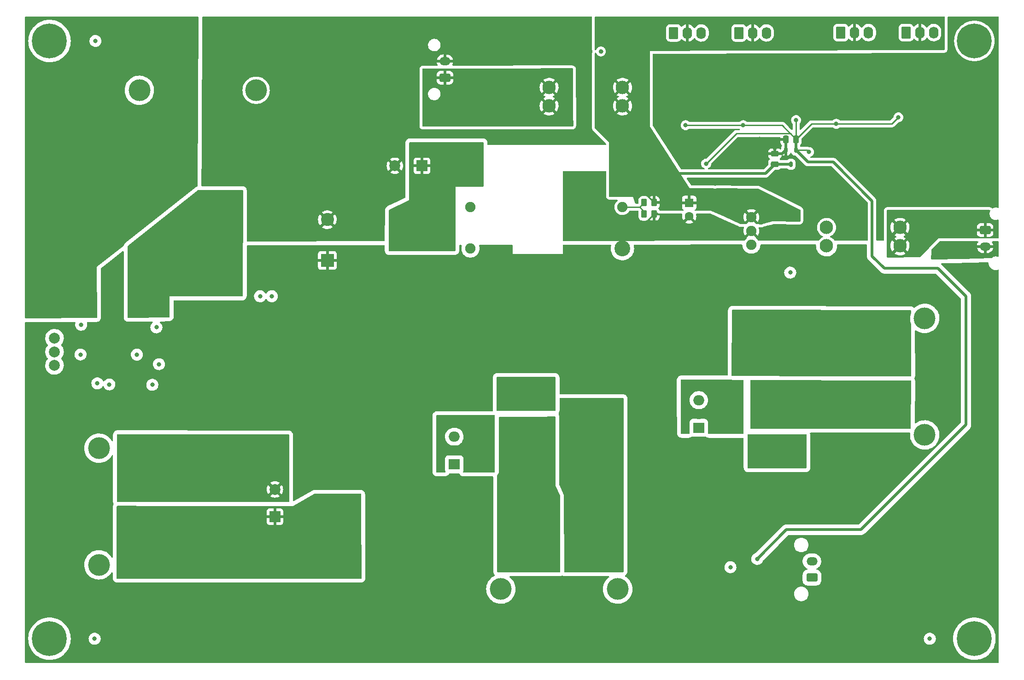
<source format=gbl>
G04 #@! TF.GenerationSoftware,KiCad,Pcbnew,(6.0.6)*
G04 #@! TF.CreationDate,2023-04-23T19:49:20-02:30*
G04 #@! TF.ProjectId,PowerDistributionBoard,506f7765-7244-4697-9374-726962757469,rev?*
G04 #@! TF.SameCoordinates,Original*
G04 #@! TF.FileFunction,Copper,L4,Bot*
G04 #@! TF.FilePolarity,Positive*
%FSLAX46Y46*%
G04 Gerber Fmt 4.6, Leading zero omitted, Abs format (unit mm)*
G04 Created by KiCad (PCBNEW (6.0.6)) date 2023-04-23 19:49:20*
%MOMM*%
%LPD*%
G01*
G04 APERTURE LIST*
G04 Aperture macros list*
%AMRoundRect*
0 Rectangle with rounded corners*
0 $1 Rounding radius*
0 $2 $3 $4 $5 $6 $7 $8 $9 X,Y pos of 4 corners*
0 Add a 4 corners polygon primitive as box body*
4,1,4,$2,$3,$4,$5,$6,$7,$8,$9,$2,$3,0*
0 Add four circle primitives for the rounded corners*
1,1,$1+$1,$2,$3*
1,1,$1+$1,$4,$5*
1,1,$1+$1,$6,$7*
1,1,$1+$1,$8,$9*
0 Add four rect primitives between the rounded corners*
20,1,$1+$1,$2,$3,$4,$5,0*
20,1,$1+$1,$4,$5,$6,$7,0*
20,1,$1+$1,$6,$7,$8,$9,0*
20,1,$1+$1,$8,$9,$2,$3,0*%
G04 Aperture macros list end*
G04 #@! TA.AperFunction,ComponentPad*
%ADD10R,1.600000X1.600000*%
G04 #@! TD*
G04 #@! TA.AperFunction,ComponentPad*
%ADD11C,1.600000*%
G04 #@! TD*
G04 #@! TA.AperFunction,ComponentPad*
%ADD12R,2.000000X1.905000*%
G04 #@! TD*
G04 #@! TA.AperFunction,ComponentPad*
%ADD13O,2.000000X1.905000*%
G04 #@! TD*
G04 #@! TA.AperFunction,ComponentPad*
%ADD14RoundRect,0.250001X0.759999X-0.499999X0.759999X0.499999X-0.759999X0.499999X-0.759999X-0.499999X0*%
G04 #@! TD*
G04 #@! TA.AperFunction,ComponentPad*
%ADD15O,2.020000X1.500000*%
G04 #@! TD*
G04 #@! TA.AperFunction,ComponentPad*
%ADD16R,2.400000X2.400000*%
G04 #@! TD*
G04 #@! TA.AperFunction,ComponentPad*
%ADD17C,2.400000*%
G04 #@! TD*
G04 #@! TA.AperFunction,ComponentPad*
%ADD18C,4.000000*%
G04 #@! TD*
G04 #@! TA.AperFunction,ComponentPad*
%ADD19R,4.800000X5.100000*%
G04 #@! TD*
G04 #@! TA.AperFunction,ComponentPad*
%ADD20C,2.470000*%
G04 #@! TD*
G04 #@! TA.AperFunction,ComponentPad*
%ADD21R,5.100000X4.800000*%
G04 #@! TD*
G04 #@! TA.AperFunction,ComponentPad*
%ADD22RoundRect,0.250001X-0.759999X0.499999X-0.759999X-0.499999X0.759999X-0.499999X0.759999X0.499999X0*%
G04 #@! TD*
G04 #@! TA.AperFunction,ComponentPad*
%ADD23RoundRect,0.250000X-0.620000X-0.845000X0.620000X-0.845000X0.620000X0.845000X-0.620000X0.845000X0*%
G04 #@! TD*
G04 #@! TA.AperFunction,ComponentPad*
%ADD24O,1.740000X2.190000*%
G04 #@! TD*
G04 #@! TA.AperFunction,ComponentPad*
%ADD25C,2.000000*%
G04 #@! TD*
G04 #@! TA.AperFunction,ComponentPad*
%ADD26C,0.800000*%
G04 #@! TD*
G04 #@! TA.AperFunction,ComponentPad*
%ADD27C,6.400000*%
G04 #@! TD*
G04 #@! TA.AperFunction,ComponentPad*
%ADD28R,1.905000X1.905000*%
G04 #@! TD*
G04 #@! TA.AperFunction,ComponentPad*
%ADD29C,1.905000*%
G04 #@! TD*
G04 #@! TA.AperFunction,ComponentPad*
%ADD30C,2.895600*%
G04 #@! TD*
G04 #@! TA.AperFunction,ComponentPad*
%ADD31C,1.900000*%
G04 #@! TD*
G04 #@! TA.AperFunction,ComponentPad*
%ADD32R,2.000000X2.000000*%
G04 #@! TD*
G04 #@! TA.AperFunction,SMDPad,CuDef*
%ADD33RoundRect,0.175000X-0.175000X-0.325000X0.175000X-0.325000X0.175000X0.325000X-0.175000X0.325000X0*%
G04 #@! TD*
G04 #@! TA.AperFunction,SMDPad,CuDef*
%ADD34RoundRect,0.250000X0.250000X0.475000X-0.250000X0.475000X-0.250000X-0.475000X0.250000X-0.475000X0*%
G04 #@! TD*
G04 #@! TA.AperFunction,SMDPad,CuDef*
%ADD35RoundRect,0.250000X-0.262500X-0.450000X0.262500X-0.450000X0.262500X0.450000X-0.262500X0.450000X0*%
G04 #@! TD*
G04 #@! TA.AperFunction,SMDPad,CuDef*
%ADD36RoundRect,0.250000X0.475000X-0.250000X0.475000X0.250000X-0.475000X0.250000X-0.475000X-0.250000X0*%
G04 #@! TD*
G04 #@! TA.AperFunction,SMDPad,CuDef*
%ADD37RoundRect,0.250000X0.262500X0.450000X-0.262500X0.450000X-0.262500X-0.450000X0.262500X-0.450000X0*%
G04 #@! TD*
G04 #@! TA.AperFunction,ViaPad*
%ADD38C,0.800000*%
G04 #@! TD*
G04 #@! TA.AperFunction,Conductor*
%ADD39C,0.500000*%
G04 #@! TD*
G04 #@! TA.AperFunction,Conductor*
%ADD40C,0.250000*%
G04 #@! TD*
G04 APERTURE END LIST*
D10*
X162575000Y-59792621D03*
D11*
X162575000Y-62292621D03*
D12*
X164345000Y-101190000D03*
D13*
X164345000Y-98650000D03*
X164345000Y-96110000D03*
D12*
X119400000Y-107900000D03*
D13*
X119400000Y-105360000D03*
X119400000Y-102820000D03*
D14*
X185135000Y-128750000D03*
D15*
X185135000Y-125750000D03*
D16*
X96070000Y-70382755D03*
D17*
X96070000Y-62882755D03*
D18*
X61520000Y-39080000D03*
X82980000Y-39080000D03*
D19*
X67250000Y-53080000D03*
X67250000Y-48080000D03*
X77250000Y-53080000D03*
X77250000Y-48080000D03*
D20*
X173825000Y-86300000D03*
X173825000Y-82900000D03*
X160325000Y-82900000D03*
X160325000Y-86300000D03*
D18*
X205870000Y-102505000D03*
X205870000Y-81045000D03*
D21*
X196870000Y-86775000D03*
X191870000Y-86775000D03*
X196870000Y-96775000D03*
X191870000Y-96775000D03*
D20*
X145450000Y-98625000D03*
X142050000Y-98625000D03*
X142050000Y-85125000D03*
X145450000Y-85125000D03*
D18*
X127970000Y-130870000D03*
X149430000Y-130870000D03*
D19*
X143700000Y-121870000D03*
X143700000Y-116870000D03*
X133700000Y-116870000D03*
X133700000Y-121870000D03*
D14*
X117675000Y-36750000D03*
D15*
X117675000Y-33750000D03*
D22*
X216965000Y-64800000D03*
D15*
X216965000Y-67800000D03*
D23*
X202450000Y-28450000D03*
D24*
X204990000Y-28450000D03*
X207530000Y-28450000D03*
D25*
X45925000Y-84700000D03*
X45925000Y-87200000D03*
X45925000Y-89700000D03*
D20*
X136825000Y-41950000D03*
X136825000Y-38550000D03*
X150325000Y-41950000D03*
X150325000Y-38550000D03*
X201325000Y-64300000D03*
X201325000Y-67700000D03*
X187825000Y-64300000D03*
X187825000Y-67700000D03*
D26*
X42600000Y-140000000D03*
X45000000Y-142400000D03*
D27*
X45000000Y-140000000D03*
D26*
X45000000Y-137600000D03*
X47400000Y-140000000D03*
X46697056Y-138302944D03*
X46697056Y-141697056D03*
X43302944Y-138302944D03*
X43302944Y-141697056D03*
D20*
X110725000Y-65075000D03*
X114125000Y-65075000D03*
X110725000Y-78575000D03*
X114125000Y-78575000D03*
D23*
X171710000Y-28520000D03*
D24*
X174250000Y-28520000D03*
X176790000Y-28520000D03*
D20*
X96025000Y-117500000D03*
X99425000Y-117500000D03*
X96025000Y-104000000D03*
X99425000Y-104000000D03*
D26*
X215000000Y-137600000D03*
X217400000Y-140000000D03*
X216697056Y-138302944D03*
X213302944Y-138302944D03*
X216697056Y-141697056D03*
X212600000Y-140000000D03*
X213302944Y-141697056D03*
X215000000Y-142400000D03*
D27*
X215000000Y-140000000D03*
D23*
X190450000Y-28450000D03*
D24*
X192990000Y-28450000D03*
X195530000Y-28450000D03*
D28*
X122363210Y-52955000D03*
D29*
X122363210Y-60575000D03*
X122363210Y-68195000D03*
D30*
X150303210Y-68195000D03*
D29*
X150303210Y-64385000D03*
X150303210Y-60575000D03*
X150303210Y-56765000D03*
D30*
X150303210Y-52955000D03*
D27*
X215000000Y-30000000D03*
D26*
X215000000Y-27600000D03*
X213302944Y-28302944D03*
X216697056Y-31697056D03*
X212600000Y-30000000D03*
X213302944Y-31697056D03*
X217400000Y-30000000D03*
X216697056Y-28302944D03*
X215000000Y-32400000D03*
D27*
X45000000Y-30000000D03*
D26*
X45000000Y-27600000D03*
X43302944Y-31697056D03*
X46697056Y-28302944D03*
X45000000Y-32400000D03*
X42600000Y-30000000D03*
X46697056Y-31697056D03*
X43302944Y-28302944D03*
X47400000Y-30000000D03*
D31*
X174000000Y-62410000D03*
X174000000Y-64950000D03*
X174000000Y-67490000D03*
D23*
X159710000Y-28520000D03*
D24*
X162250000Y-28520000D03*
X164790000Y-28520000D03*
D18*
X54080000Y-126405000D03*
X54080000Y-104945000D03*
D21*
X63080000Y-120675000D03*
X68080000Y-120675000D03*
X63080000Y-110675000D03*
X68080000Y-110675000D03*
D32*
X86425000Y-117525000D03*
D25*
X86425000Y-112525000D03*
D32*
X113475000Y-52975000D03*
D25*
X108475000Y-52975000D03*
D33*
X180325000Y-50100000D03*
X182225000Y-50100000D03*
X181275000Y-52700000D03*
D34*
X182225000Y-48075000D03*
X180325000Y-48075000D03*
D35*
X154287500Y-61850000D03*
X156112500Y-61850000D03*
D36*
X178325000Y-52675000D03*
X178325000Y-50775000D03*
D37*
X156112500Y-59750000D03*
X154287500Y-59750000D03*
D38*
X73600000Y-45725000D03*
X175950000Y-107450000D03*
X73575000Y-51500000D03*
X90350000Y-50675000D03*
X80850000Y-44175000D03*
X80900000Y-45625000D03*
X170150000Y-126825000D03*
X197625000Y-34500000D03*
X160525000Y-48700000D03*
X180775000Y-35525000D03*
X136975000Y-93125000D03*
X209225000Y-41550000D03*
X131925000Y-95075000D03*
X79000000Y-44125000D03*
X128125000Y-97050000D03*
X128175000Y-93125000D03*
X97775000Y-34100000D03*
X80900000Y-56250000D03*
X80900000Y-49425000D03*
X183100000Y-107450000D03*
X175550000Y-48000000D03*
X108250000Y-30300000D03*
X188700000Y-56875000D03*
X80900000Y-51500000D03*
X181150000Y-72625000D03*
X181225000Y-107450000D03*
X130450000Y-28925000D03*
X61050000Y-87725000D03*
X167000000Y-34650000D03*
X200500000Y-47750000D03*
X179375000Y-103525000D03*
X131900000Y-97050000D03*
X196575000Y-54875000D03*
X146350000Y-31925000D03*
X53450000Y-30000000D03*
X130050000Y-93125000D03*
X50700000Y-87700000D03*
X80900000Y-47575000D03*
X140150000Y-29200000D03*
X80900000Y-53275000D03*
X185950000Y-36925000D03*
X183975000Y-40700000D03*
X206800000Y-140000000D03*
X56000000Y-93200000D03*
X73600000Y-54925000D03*
X181250000Y-105500000D03*
X179325000Y-107450000D03*
X133725000Y-93125000D03*
X83700000Y-76975000D03*
X76225000Y-40275000D03*
X215000000Y-37962500D03*
X50825000Y-82200000D03*
X64650000Y-82700000D03*
X90650000Y-40275000D03*
X77250000Y-44100000D03*
X65125000Y-89475000D03*
X130000000Y-97050000D03*
X73575000Y-47625000D03*
X128150000Y-95075000D03*
X63900000Y-93275000D03*
X90725000Y-30125000D03*
X73600000Y-44150000D03*
X131950000Y-93125000D03*
X101225000Y-55550000D03*
X181275000Y-103525000D03*
X73600000Y-49425000D03*
X178900000Y-54175000D03*
X83475000Y-45575000D03*
X83750000Y-33750000D03*
X73625000Y-56275000D03*
X174300000Y-107450000D03*
X179350000Y-105500000D03*
X215875000Y-56350000D03*
X76300000Y-27250000D03*
X208350000Y-51300000D03*
X97575000Y-45525000D03*
X181475000Y-55125000D03*
X171325000Y-49300000D03*
X130025000Y-95075000D03*
X195525000Y-46750000D03*
X156775000Y-38625000D03*
X189725000Y-47150000D03*
X212000000Y-68275000D03*
X164175000Y-49200000D03*
X178325000Y-49750000D03*
X53300000Y-140000000D03*
X75525000Y-44100000D03*
X73575000Y-53300000D03*
X173825000Y-38575000D03*
X177550000Y-107450000D03*
X194875000Y-52075000D03*
X215100000Y-44650000D03*
X167350000Y-56250000D03*
X80900000Y-54850000D03*
X203775000Y-58400000D03*
X53800000Y-93000000D03*
X204725000Y-38650000D03*
X85850000Y-76975000D03*
X135325000Y-93125000D03*
X183150000Y-103525000D03*
X183125000Y-105500000D03*
X67250000Y-56975000D03*
X63575000Y-54975000D03*
X70875000Y-49400000D03*
X65375000Y-57000000D03*
X62250000Y-59200000D03*
X55500000Y-44250000D03*
X42975000Y-72275000D03*
X70875000Y-47575000D03*
X49650000Y-59200000D03*
X55500000Y-53875000D03*
X63625000Y-47625000D03*
X63575000Y-51425000D03*
X49825000Y-67575000D03*
X49375000Y-48825000D03*
X42625000Y-35925000D03*
X70925000Y-45675000D03*
X70875000Y-56875000D03*
X42675000Y-44375000D03*
X63625000Y-45750000D03*
X55725000Y-35975000D03*
X68975000Y-56925000D03*
X63625000Y-49425000D03*
X42875000Y-62775000D03*
X70875000Y-51425000D03*
X49175000Y-40250000D03*
X70875000Y-54975000D03*
X63575000Y-53250000D03*
X42800000Y-53800000D03*
X42975000Y-78200000D03*
X55425000Y-63525000D03*
X63575000Y-56975000D03*
X70875000Y-53300000D03*
X72400000Y-79625000D03*
X61925000Y-133925000D03*
X105000000Y-93850000D03*
X83275000Y-95700000D03*
X94450000Y-132725000D03*
X209775000Y-129625000D03*
X72375000Y-80825000D03*
X76625000Y-81550000D03*
X102800000Y-82825000D03*
X92575000Y-89575000D03*
X76625000Y-82800000D03*
X76725000Y-78975000D03*
X151300000Y-77300000D03*
X72350000Y-83300000D03*
X72350000Y-82025000D03*
X72425000Y-78475000D03*
X121000000Y-87975000D03*
X170550000Y-140625000D03*
X76675000Y-80300000D03*
X174700000Y-115775000D03*
X132075000Y-79875000D03*
X172500000Y-45500000D03*
X175075000Y-125300000D03*
X189600000Y-45250000D03*
X182225000Y-44550000D03*
X165700000Y-52575000D03*
X184600000Y-50425000D03*
X161925000Y-45500000D03*
X201025000Y-44050000D03*
X76025000Y-61400000D03*
X64850000Y-67525000D03*
X70300000Y-61600000D03*
X78750000Y-64400000D03*
X78950000Y-67925000D03*
X79025000Y-74350000D03*
X64850000Y-70450000D03*
X67575000Y-64250000D03*
X73300000Y-60375000D03*
X79025000Y-71225000D03*
X78825000Y-59150000D03*
X61075000Y-70375000D03*
X73375000Y-64200000D03*
X61075000Y-67725000D03*
X131050000Y-100525000D03*
X131225000Y-112050000D03*
X131200000Y-109325000D03*
X128725000Y-112050000D03*
X128725000Y-109350000D03*
X128600000Y-100525000D03*
X182675000Y-98225000D03*
X182675000Y-100375000D03*
X185575000Y-98250000D03*
X179800000Y-100300000D03*
X185575000Y-100400000D03*
X179825000Y-98225000D03*
X122200000Y-101725000D03*
X122250000Y-108225000D03*
X126025000Y-101725000D03*
X126025000Y-99725000D03*
X122225000Y-99675000D03*
X124125000Y-99725000D03*
X122225000Y-106075000D03*
X124125000Y-101700000D03*
X122225000Y-104000000D03*
X167400000Y-99125000D03*
X167400000Y-92975000D03*
X171675000Y-101425000D03*
X171675000Y-99125000D03*
X167400000Y-97075000D03*
X169550000Y-101425000D03*
X167400000Y-94950000D03*
X167400000Y-101425000D03*
X169525000Y-99125000D03*
D39*
X179650000Y-50775000D02*
X180325000Y-50100000D01*
X178325000Y-50775000D02*
X178325000Y-49750000D01*
X178325000Y-50775000D02*
X179650000Y-50775000D01*
D40*
X153577500Y-64385000D02*
X150303210Y-64385000D01*
D39*
X180325000Y-50100000D02*
X180325000Y-48075000D01*
D40*
X156112500Y-61850000D02*
X153577500Y-64385000D01*
D39*
X181275000Y-52700000D02*
X178350000Y-52700000D01*
D40*
X153127500Y-56765000D02*
X150303210Y-56765000D01*
X156112500Y-59750000D02*
X153127500Y-56765000D01*
D39*
X150303210Y-52955000D02*
X151751010Y-54402800D01*
X178350000Y-52700000D02*
X178325000Y-52675000D01*
X151751010Y-54402800D02*
X176597200Y-54402800D01*
X176597200Y-54402800D02*
X178325000Y-52675000D01*
D40*
X154287500Y-61850000D02*
X154287500Y-61400000D01*
X154287500Y-61400000D02*
X153462500Y-60575000D01*
X150303210Y-60575000D02*
X153462500Y-60575000D01*
X153462500Y-60575000D02*
X154287500Y-59750000D01*
D39*
X180425000Y-119950000D02*
X175075000Y-125300000D01*
D40*
X182225000Y-48075000D02*
X182225000Y-44550000D01*
D39*
X182225000Y-50100000D02*
X182225000Y-48075000D01*
D40*
X179650000Y-45500000D02*
X172500000Y-45500000D01*
X182225000Y-48075000D02*
X181171800Y-47021800D01*
D39*
X189050000Y-52275000D02*
X196200000Y-59425000D01*
D40*
X189600000Y-45250000D02*
X199825000Y-45250000D01*
X199825000Y-45250000D02*
X201025000Y-44050000D01*
X181171800Y-47021800D02*
X171253200Y-47021800D01*
D39*
X213450000Y-100650000D02*
X194150000Y-119950000D01*
D40*
X185050000Y-45250000D02*
X189600000Y-45250000D01*
D39*
X184400000Y-52275000D02*
X189050000Y-52275000D01*
D40*
X182225000Y-48075000D02*
X185050000Y-45250000D01*
D39*
X198450000Y-71850000D02*
X208325000Y-71850000D01*
D40*
X172500000Y-45500000D02*
X161925000Y-45500000D01*
D39*
X194150000Y-119950000D02*
X180425000Y-119950000D01*
X196200000Y-59425000D02*
X196200000Y-69600000D01*
D40*
X171253200Y-47021800D02*
X165700000Y-52575000D01*
X184275000Y-50100000D02*
X184600000Y-50425000D01*
X182225000Y-50100000D02*
X184275000Y-50100000D01*
D39*
X196200000Y-69600000D02*
X198450000Y-71850000D01*
X208325000Y-71850000D02*
X213450000Y-76975000D01*
X213450000Y-76975000D02*
X213450000Y-100650000D01*
X182225000Y-50100000D02*
X184400000Y-52275000D01*
D40*
X182225000Y-48075000D02*
X179650000Y-45500000D01*
G04 #@! TA.AperFunction,Conductor*
G36*
X215589624Y-66852669D02*
G01*
X215657703Y-66872811D01*
X215704086Y-66926562D01*
X215714045Y-66996856D01*
X215693946Y-67048945D01*
X215601281Y-67186844D01*
X215595895Y-67196642D01*
X215510143Y-67391990D01*
X215506578Y-67402582D01*
X215476376Y-67528384D01*
X215477081Y-67542470D01*
X215485960Y-67546000D01*
X218443411Y-67546000D01*
X218457393Y-67541895D01*
X218458886Y-67532272D01*
X218458834Y-67532027D01*
X218396102Y-67328117D01*
X218391881Y-67317771D01*
X218294029Y-67128186D01*
X218288044Y-67118756D01*
X218243739Y-67061016D01*
X218218139Y-66994796D01*
X218232404Y-66925247D01*
X218282006Y-66874452D01*
X218343959Y-66858313D01*
X219364190Y-66860404D01*
X219364187Y-66861727D01*
X219428062Y-66876952D01*
X219477261Y-66928138D01*
X219491500Y-66986323D01*
X219491500Y-69607403D01*
X219471498Y-69675524D01*
X219417842Y-69722017D01*
X219347568Y-69732121D01*
X219328140Y-69727736D01*
X219163766Y-69676696D01*
X219158031Y-69676017D01*
X219158030Y-69676017D01*
X219109742Y-69670302D01*
X218993126Y-69656500D01*
X218871684Y-69656500D01*
X218715721Y-69670831D01*
X218710159Y-69672400D01*
X218710157Y-69672400D01*
X218614586Y-69699354D01*
X218513451Y-69727877D01*
X218324963Y-69820829D01*
X218156571Y-69946573D01*
X218152653Y-69950812D01*
X218152648Y-69950816D01*
X218144570Y-69959554D01*
X218083641Y-69995999D01*
X218054623Y-69999998D01*
X212880148Y-70105796D01*
X207181340Y-70222315D01*
X207112825Y-70203709D01*
X207065245Y-70151015D01*
X207052794Y-70093661D01*
X207055634Y-69960223D01*
X207076376Y-68985349D01*
X207087270Y-68473323D01*
X207108716Y-68405643D01*
X207121881Y-68389231D01*
X207427241Y-68067728D01*
X215471114Y-68067728D01*
X215471166Y-68067973D01*
X215533898Y-68271883D01*
X215538119Y-68282229D01*
X215635971Y-68471814D01*
X215641957Y-68481245D01*
X215771832Y-68650501D01*
X215779393Y-68658724D01*
X215937194Y-68802312D01*
X215946094Y-68809067D01*
X216126815Y-68922434D01*
X216136781Y-68927511D01*
X216334714Y-69007080D01*
X216345429Y-69010315D01*
X216555301Y-69053777D01*
X216564438Y-69054980D01*
X216614990Y-69057895D01*
X216618637Y-69058000D01*
X216692885Y-69058000D01*
X216708124Y-69053525D01*
X216709329Y-69052135D01*
X216711000Y-69044452D01*
X216711000Y-69039885D01*
X217219000Y-69039885D01*
X217223475Y-69055124D01*
X217224865Y-69056329D01*
X217232548Y-69058000D01*
X217279175Y-69058000D01*
X217284770Y-69057751D01*
X217443078Y-69043622D01*
X217454092Y-69041640D01*
X217659860Y-68985349D01*
X217670341Y-68981451D01*
X217862903Y-68889603D01*
X217872516Y-68883918D01*
X218045767Y-68759425D01*
X218054233Y-68752117D01*
X218202692Y-68598918D01*
X218209735Y-68590221D01*
X218328719Y-68413156D01*
X218334105Y-68403358D01*
X218419857Y-68208010D01*
X218423422Y-68197418D01*
X218453624Y-68071616D01*
X218452919Y-68057530D01*
X218444040Y-68054000D01*
X217237115Y-68054000D01*
X217221876Y-68058475D01*
X217220671Y-68059865D01*
X217219000Y-68067548D01*
X217219000Y-69039885D01*
X216711000Y-69039885D01*
X216711000Y-68072115D01*
X216706525Y-68056876D01*
X216705135Y-68055671D01*
X216697452Y-68054000D01*
X215486589Y-68054000D01*
X215472607Y-68058105D01*
X215471114Y-68067728D01*
X207427241Y-68067728D01*
X208303421Y-67145228D01*
X208557541Y-66877675D01*
X208618956Y-66842057D01*
X208649157Y-66838447D01*
X215589624Y-66852669D01*
G37*
G04 #@! TD.AperFunction*
G04 #@! TA.AperFunction,Conductor*
G36*
X144677462Y-25528502D02*
G01*
X144723955Y-25582158D01*
X144735341Y-25634616D01*
X144733241Y-27909633D01*
X144731875Y-29388832D01*
X144731851Y-29414926D01*
X144729838Y-31594868D01*
X144730414Y-31599108D01*
X144730414Y-31599111D01*
X144746263Y-31715821D01*
X144748560Y-31732734D01*
X144749707Y-31736863D01*
X144749707Y-31736865D01*
X144764129Y-31788800D01*
X144766660Y-31797916D01*
X144768354Y-31801849D01*
X144768357Y-31801857D01*
X144799826Y-31874910D01*
X144808406Y-31945386D01*
X144798671Y-31977206D01*
X144772103Y-32035240D01*
X144772100Y-32035249D01*
X144770230Y-32039333D01*
X144750165Y-32107436D01*
X144729231Y-32252085D01*
X144726660Y-35036155D01*
X144724709Y-37149162D01*
X144724544Y-37327713D01*
X144723454Y-38508438D01*
X144723454Y-38508444D01*
X144723445Y-38517724D01*
X144722176Y-39892801D01*
X144721570Y-40549162D01*
X144720315Y-41908438D01*
X144720315Y-41908444D01*
X144720306Y-41917724D01*
X144719146Y-43175036D01*
X144718986Y-43347927D01*
X144716573Y-45960579D01*
X144716547Y-45988387D01*
X144719062Y-46039625D01*
X144721548Y-46064649D01*
X144729167Y-46115399D01*
X144778157Y-46253101D01*
X144780247Y-46257071D01*
X144780248Y-46257073D01*
X144807864Y-46309527D01*
X144811231Y-46315923D01*
X144897028Y-46434243D01*
X144900169Y-46437481D01*
X147271761Y-48882327D01*
X147304835Y-48945149D01*
X147307320Y-48969656D01*
X147307412Y-48998539D01*
X147307412Y-48998599D01*
X147287627Y-49066783D01*
X147234119Y-49113447D01*
X147181413Y-49125000D01*
X125630119Y-49125000D01*
X125561998Y-49104998D01*
X125515505Y-49051342D01*
X125504120Y-48998539D01*
X125505020Y-48752551D01*
X125505020Y-48752542D01*
X125505032Y-48749134D01*
X125489132Y-48597595D01*
X125477708Y-48544708D01*
X125449416Y-48465461D01*
X125418794Y-48379684D01*
X125418792Y-48379680D01*
X125416132Y-48372229D01*
X125320958Y-48231274D01*
X125274426Y-48177652D01*
X125231790Y-48132673D01*
X125096124Y-48030102D01*
X124939852Y-47962978D01*
X124936208Y-47961911D01*
X124936200Y-47961908D01*
X124872403Y-47943226D01*
X124872378Y-47943219D01*
X124871719Y-47943026D01*
X124871056Y-47942847D01*
X124871022Y-47942838D01*
X124855416Y-47938638D01*
X124841785Y-47934969D01*
X124837317Y-47934430D01*
X124837313Y-47934429D01*
X124737053Y-47922330D01*
X124672933Y-47914592D01*
X111235511Y-47924408D01*
X111085490Y-47940655D01*
X111064078Y-47945331D01*
X111037114Y-47951220D01*
X111037106Y-47951222D01*
X111033133Y-47952090D01*
X111029307Y-47953461D01*
X111029301Y-47953463D01*
X110939460Y-47985664D01*
X110862106Y-48013388D01*
X110855579Y-48017797D01*
X110855577Y-48017798D01*
X110841814Y-48027095D01*
X110721171Y-48108590D01*
X110667558Y-48155133D01*
X110622579Y-48197787D01*
X110520037Y-48333476D01*
X110452947Y-48489761D01*
X110433009Y-48557901D01*
X110424961Y-48587830D01*
X110404618Y-48756686D01*
X110407905Y-52270139D01*
X110408310Y-52703545D01*
X110409542Y-54020329D01*
X110414006Y-58793150D01*
X110394068Y-58861290D01*
X110341795Y-58907210D01*
X109173182Y-59458885D01*
X107117997Y-60429089D01*
X107117482Y-60429344D01*
X107117446Y-60429361D01*
X107098981Y-60438491D01*
X107098978Y-60438493D01*
X107095056Y-60440432D01*
X106954509Y-60536208D01*
X106951647Y-60538713D01*
X106951642Y-60538717D01*
X106903422Y-60580924D01*
X106902481Y-60581748D01*
X106897093Y-60586860D01*
X106865119Y-60617195D01*
X106865114Y-60617200D01*
X106861435Y-60620691D01*
X106858359Y-60624731D01*
X106763022Y-60749945D01*
X106763019Y-60749950D01*
X106758405Y-60756010D01*
X106755374Y-60763001D01*
X106755373Y-60763003D01*
X106739993Y-60798478D01*
X106690754Y-60912053D01*
X106670571Y-60980121D01*
X106670409Y-60980716D01*
X106670397Y-60980757D01*
X106663596Y-61005691D01*
X106662414Y-61010025D01*
X106641465Y-61178807D01*
X106626774Y-66713220D01*
X106626745Y-66723983D01*
X106606562Y-66792051D01*
X106552783Y-66838401D01*
X106500932Y-66849649D01*
X81378748Y-66887011D01*
X81310598Y-66867110D01*
X81264025Y-66813524D01*
X81252561Y-66760850D01*
X81255756Y-64256114D01*
X95061386Y-64256114D01*
X95070099Y-64267634D01*
X95158586Y-64332515D01*
X95166505Y-64337463D01*
X95382877Y-64451302D01*
X95391451Y-64455030D01*
X95622282Y-64535640D01*
X95631291Y-64538054D01*
X95871518Y-64583663D01*
X95880775Y-64584717D01*
X96125107Y-64594318D01*
X96134420Y-64593992D01*
X96377478Y-64567373D01*
X96386655Y-64565672D01*
X96623107Y-64503420D01*
X96631926Y-64500383D01*
X96856584Y-64403862D01*
X96864856Y-64399555D01*
X97072777Y-64270890D01*
X97074620Y-64269551D01*
X97082038Y-64258296D01*
X97075974Y-64247939D01*
X96082812Y-63254777D01*
X96068868Y-63247163D01*
X96067035Y-63247294D01*
X96060420Y-63251545D01*
X95068044Y-64243921D01*
X95061386Y-64256114D01*
X81255756Y-64256114D01*
X81257559Y-62842590D01*
X94358022Y-62842590D01*
X94369754Y-63086819D01*
X94370891Y-63096079D01*
X94418593Y-63335898D01*
X94421082Y-63344873D01*
X94503708Y-63575005D01*
X94507505Y-63583533D01*
X94623234Y-63798915D01*
X94628245Y-63806782D01*
X94685173Y-63883018D01*
X94696431Y-63891467D01*
X94708850Y-63884695D01*
X95697978Y-62895567D01*
X95704356Y-62883887D01*
X96434408Y-62883887D01*
X96434539Y-62885720D01*
X96438790Y-62892335D01*
X97433732Y-63887277D01*
X97446112Y-63894037D01*
X97454453Y-63887793D01*
X97572700Y-63703957D01*
X97577147Y-63695766D01*
X97677572Y-63472831D01*
X97680767Y-63464053D01*
X97747135Y-63228728D01*
X97748993Y-63219599D01*
X97780044Y-62975525D01*
X97780525Y-62969238D01*
X97782706Y-62885915D01*
X97782555Y-62879606D01*
X97764321Y-62634241D01*
X97762944Y-62625035D01*
X97708979Y-62386541D01*
X97706255Y-62377630D01*
X97617633Y-62149738D01*
X97613619Y-62141322D01*
X97492284Y-61929031D01*
X97487074Y-61921308D01*
X97455787Y-61881620D01*
X97443863Y-61873150D01*
X97432328Y-61879637D01*
X96442022Y-62869943D01*
X96434408Y-62883887D01*
X95704356Y-62883887D01*
X95705592Y-62881623D01*
X95705461Y-62879790D01*
X95701210Y-62873175D01*
X94706828Y-61878793D01*
X94693520Y-61871526D01*
X94683481Y-61878648D01*
X94678581Y-61884539D01*
X94673168Y-61892128D01*
X94546322Y-62101164D01*
X94542084Y-62109481D01*
X94447529Y-62334969D01*
X94444572Y-62343807D01*
X94384384Y-62580797D01*
X94382763Y-62589987D01*
X94358267Y-62833265D01*
X94358022Y-62842590D01*
X81257559Y-62842590D01*
X81259262Y-61507672D01*
X95059330Y-61507672D01*
X95063903Y-61517448D01*
X96057188Y-62510733D01*
X96071132Y-62518347D01*
X96072965Y-62518216D01*
X96079580Y-62513965D01*
X97072488Y-61521057D01*
X97078872Y-61509367D01*
X97069460Y-61497257D01*
X96943144Y-61409628D01*
X96935116Y-61404900D01*
X96715810Y-61296750D01*
X96707177Y-61293262D01*
X96474288Y-61218713D01*
X96465238Y-61216540D01*
X96223891Y-61177235D01*
X96214602Y-61176423D01*
X95970114Y-61173222D01*
X95960803Y-61173792D01*
X95718522Y-61206765D01*
X95709403Y-61208703D01*
X95474668Y-61277122D01*
X95465915Y-61280394D01*
X95243869Y-61382759D01*
X95235714Y-61387279D01*
X95068468Y-61496930D01*
X95059330Y-61507672D01*
X81259262Y-61507672D01*
X81264299Y-57558245D01*
X81264299Y-57558239D01*
X81264303Y-57554866D01*
X81248416Y-57405627D01*
X81237048Y-57353164D01*
X81231825Y-57338524D01*
X81178998Y-57190451D01*
X81178997Y-57190449D01*
X81176348Y-57183024D01*
X81082000Y-57042966D01*
X81035526Y-56989294D01*
X80993238Y-56944587D01*
X80858643Y-56842597D01*
X80703551Y-56775782D01*
X80699895Y-56774707D01*
X80636060Y-56755939D01*
X80636046Y-56755935D01*
X80635437Y-56755756D01*
X80605726Y-56747726D01*
X80545836Y-56740433D01*
X80441865Y-56727771D01*
X80441857Y-56727771D01*
X80438092Y-56727312D01*
X73052348Y-56724736D01*
X72984235Y-56704710D01*
X72937761Y-56651038D01*
X72926395Y-56598056D01*
X72939301Y-54207670D01*
X107607160Y-54207670D01*
X107612887Y-54215320D01*
X107784042Y-54320205D01*
X107792837Y-54324687D01*
X108002988Y-54411734D01*
X108012373Y-54414783D01*
X108233554Y-54467885D01*
X108243301Y-54469428D01*
X108470070Y-54487275D01*
X108479930Y-54487275D01*
X108706699Y-54469428D01*
X108716446Y-54467885D01*
X108937627Y-54414783D01*
X108947012Y-54411734D01*
X109157163Y-54324687D01*
X109165958Y-54320205D01*
X109333445Y-54217568D01*
X109342907Y-54207110D01*
X109339124Y-54198334D01*
X108487812Y-53347022D01*
X108473868Y-53339408D01*
X108472035Y-53339539D01*
X108465420Y-53343790D01*
X107613920Y-54195290D01*
X107607160Y-54207670D01*
X72939301Y-54207670D01*
X72945930Y-52979930D01*
X106962725Y-52979930D01*
X106980572Y-53206699D01*
X106982115Y-53216446D01*
X107035217Y-53437627D01*
X107038266Y-53447012D01*
X107125313Y-53657163D01*
X107129795Y-53665958D01*
X107232432Y-53833445D01*
X107242890Y-53842907D01*
X107251666Y-53839124D01*
X108102978Y-52987812D01*
X108109356Y-52976132D01*
X108839408Y-52976132D01*
X108839539Y-52977965D01*
X108843790Y-52984580D01*
X109695290Y-53836080D01*
X109707670Y-53842840D01*
X109715320Y-53837113D01*
X109820205Y-53665958D01*
X109824687Y-53657163D01*
X109911734Y-53447012D01*
X109914783Y-53437627D01*
X109967885Y-53216446D01*
X109969428Y-53206699D01*
X109987275Y-52979930D01*
X109987275Y-52970070D01*
X109969428Y-52743301D01*
X109967885Y-52733554D01*
X109914783Y-52512373D01*
X109911734Y-52502988D01*
X109824687Y-52292837D01*
X109820205Y-52284042D01*
X109717568Y-52116555D01*
X109707110Y-52107093D01*
X109698334Y-52110876D01*
X108847022Y-52962188D01*
X108839408Y-52976132D01*
X108109356Y-52976132D01*
X108110592Y-52973868D01*
X108110461Y-52972035D01*
X108106210Y-52965420D01*
X107254710Y-52113920D01*
X107242330Y-52107160D01*
X107234680Y-52112887D01*
X107129795Y-52284042D01*
X107125313Y-52292837D01*
X107038266Y-52502988D01*
X107035217Y-52512373D01*
X106982115Y-52733554D01*
X106980572Y-52743301D01*
X106962725Y-52970070D01*
X106962725Y-52979930D01*
X72945930Y-52979930D01*
X72952609Y-51742890D01*
X107607093Y-51742890D01*
X107610876Y-51751666D01*
X108462188Y-52602978D01*
X108476132Y-52610592D01*
X108477965Y-52610461D01*
X108484580Y-52606210D01*
X109336080Y-51754710D01*
X109342840Y-51742330D01*
X109337113Y-51734680D01*
X109165958Y-51629795D01*
X109157163Y-51625313D01*
X108947012Y-51538266D01*
X108937627Y-51535217D01*
X108716446Y-51482115D01*
X108706699Y-51480572D01*
X108479930Y-51462725D01*
X108470070Y-51462725D01*
X108243301Y-51480572D01*
X108233554Y-51482115D01*
X108012373Y-51535217D01*
X108002988Y-51538266D01*
X107792837Y-51625313D01*
X107784042Y-51629795D01*
X107616555Y-51732432D01*
X107607093Y-51742890D01*
X72952609Y-51742890D01*
X73020979Y-39080000D01*
X80466540Y-39080000D01*
X80486359Y-39395020D01*
X80545505Y-39705072D01*
X80546732Y-39708848D01*
X80637230Y-39987371D01*
X80643044Y-40005266D01*
X80644731Y-40008852D01*
X80644733Y-40008856D01*
X80775750Y-40287283D01*
X80775754Y-40287290D01*
X80777438Y-40290869D01*
X80946568Y-40557375D01*
X81147767Y-40800582D01*
X81377860Y-41016654D01*
X81381062Y-41018981D01*
X81381064Y-41018982D01*
X81433631Y-41057174D01*
X81633221Y-41202184D01*
X81909821Y-41354247D01*
X81913490Y-41355700D01*
X81913495Y-41355702D01*
X82199628Y-41468990D01*
X82203298Y-41470443D01*
X82509025Y-41548940D01*
X82822179Y-41588500D01*
X83137821Y-41588500D01*
X83450975Y-41548940D01*
X83756702Y-41470443D01*
X83760372Y-41468990D01*
X84046505Y-41355702D01*
X84046510Y-41355700D01*
X84050179Y-41354247D01*
X84326779Y-41202184D01*
X84526369Y-41057174D01*
X84578936Y-41018982D01*
X84578938Y-41018981D01*
X84582140Y-41016654D01*
X84812233Y-40800582D01*
X85013432Y-40557375D01*
X85182562Y-40290869D01*
X85184246Y-40287290D01*
X85184250Y-40287283D01*
X85315267Y-40008856D01*
X85315269Y-40008852D01*
X85316956Y-40005266D01*
X85322771Y-39987371D01*
X85413268Y-39708848D01*
X85414495Y-39705072D01*
X85473641Y-39395020D01*
X85493460Y-39080000D01*
X85473641Y-38764980D01*
X85414495Y-38454928D01*
X85316956Y-38154734D01*
X85315267Y-38151144D01*
X85184250Y-37872717D01*
X85184246Y-37872710D01*
X85182562Y-37869131D01*
X85013432Y-37602625D01*
X84812233Y-37359418D01*
X84582140Y-37143346D01*
X84572810Y-37136567D01*
X84526369Y-37102826D01*
X84326779Y-36957816D01*
X84050179Y-36805753D01*
X84046510Y-36804300D01*
X84046505Y-36804298D01*
X83760372Y-36691010D01*
X83760371Y-36691010D01*
X83756702Y-36689557D01*
X83450975Y-36611060D01*
X83137821Y-36571500D01*
X82822179Y-36571500D01*
X82509025Y-36611060D01*
X82203298Y-36689557D01*
X82199629Y-36691010D01*
X82199628Y-36691010D01*
X81913495Y-36804298D01*
X81913490Y-36804300D01*
X81909821Y-36805753D01*
X81633221Y-36957816D01*
X81433631Y-37102826D01*
X81387191Y-37136567D01*
X81377860Y-37143346D01*
X81147767Y-37359418D01*
X80946568Y-37602625D01*
X80777438Y-37869131D01*
X80775754Y-37872710D01*
X80775750Y-37872717D01*
X80644733Y-38151144D01*
X80643044Y-38154734D01*
X80545505Y-38454928D01*
X80486359Y-38764980D01*
X80466540Y-39080000D01*
X73020979Y-39080000D01*
X73042008Y-35185151D01*
X113006425Y-35185151D01*
X113006434Y-36477889D01*
X113006440Y-37297100D01*
X113006440Y-37327713D01*
X113006448Y-38508922D01*
X113006448Y-38517724D01*
X113006458Y-39799643D01*
X113006458Y-39840106D01*
X113006473Y-41908922D01*
X113006473Y-41917724D01*
X113006482Y-43175036D01*
X113006483Y-43348405D01*
X113006499Y-45643848D01*
X113018303Y-45753314D01*
X113019021Y-45756604D01*
X113019022Y-45756611D01*
X113029035Y-45802499D01*
X113029755Y-45805798D01*
X113030822Y-45808994D01*
X113030824Y-45809001D01*
X113039845Y-45836018D01*
X113064621Y-45910226D01*
X113143793Y-46033082D01*
X113146741Y-46036475D01*
X113146745Y-46036481D01*
X113151411Y-46041852D01*
X113190353Y-46086680D01*
X113300929Y-46182254D01*
X113309132Y-46185988D01*
X113319014Y-46190486D01*
X113433953Y-46242805D01*
X113438267Y-46244066D01*
X113438270Y-46244067D01*
X113484705Y-46257639D01*
X113502097Y-46262722D01*
X113506545Y-46263356D01*
X113506550Y-46263357D01*
X113642347Y-46282709D01*
X113646796Y-46283343D01*
X141148611Y-46249024D01*
X141218398Y-46241405D01*
X141254781Y-46237433D01*
X141254782Y-46237433D01*
X141258142Y-46237066D01*
X141310649Y-46225532D01*
X141313860Y-46224455D01*
X141313866Y-46224453D01*
X141359718Y-46209068D01*
X141415101Y-46190486D01*
X141421730Y-46186199D01*
X141421733Y-46186198D01*
X141534053Y-46113568D01*
X141534054Y-46113567D01*
X141537834Y-46111123D01*
X141548096Y-46102180D01*
X141587970Y-46067434D01*
X141587976Y-46067428D01*
X141591359Y-46064480D01*
X141611488Y-46041118D01*
X141680882Y-45960579D01*
X141680883Y-45960577D01*
X141686763Y-45953753D01*
X141696286Y-45932745D01*
X141745246Y-45824738D01*
X141745248Y-45824734D01*
X141747106Y-45820634D01*
X141766917Y-45752457D01*
X141768642Y-45740221D01*
X141786683Y-45612183D01*
X141787311Y-45607728D01*
X141757942Y-35149031D01*
X141745985Y-35040296D01*
X141734533Y-34988165D01*
X141727874Y-34968265D01*
X141702319Y-34891905D01*
X141702319Y-34891904D01*
X141699822Y-34884444D01*
X141670800Y-34839408D01*
X141623089Y-34765373D01*
X141620650Y-34761588D01*
X141617702Y-34758195D01*
X141617698Y-34758189D01*
X141577041Y-34711387D01*
X141574090Y-34707990D01*
X141463514Y-34612416D01*
X141330490Y-34551865D01*
X141326176Y-34550604D01*
X141326173Y-34550603D01*
X141266667Y-34533211D01*
X141266668Y-34533211D01*
X141262346Y-34531948D01*
X141257898Y-34531314D01*
X141257893Y-34531313D01*
X141122096Y-34511961D01*
X141117647Y-34511327D01*
X119155388Y-34538763D01*
X119087245Y-34518846D01*
X119040685Y-34465248D01*
X119030493Y-34394987D01*
X119042566Y-34358810D01*
X119041850Y-34358496D01*
X119129857Y-34158010D01*
X119133422Y-34147418D01*
X119163624Y-34021616D01*
X119162919Y-34007530D01*
X119154040Y-34004000D01*
X116196589Y-34004000D01*
X116182607Y-34008105D01*
X116181114Y-34017728D01*
X116181166Y-34017973D01*
X116243898Y-34221883D01*
X116248119Y-34232229D01*
X116313376Y-34358662D01*
X116326845Y-34428370D01*
X116300490Y-34494293D01*
X116242677Y-34535503D01*
X116201567Y-34542452D01*
X114442817Y-34544650D01*
X113645127Y-34545646D01*
X113536298Y-34557450D01*
X113533015Y-34558166D01*
X113533011Y-34558167D01*
X113487387Y-34568122D01*
X113487380Y-34568124D01*
X113484112Y-34568837D01*
X113380263Y-34603439D01*
X113257308Y-34682458D01*
X113253916Y-34685397D01*
X113253911Y-34685401D01*
X113207047Y-34726010D01*
X113203653Y-34728951D01*
X113107943Y-34839408D01*
X113047227Y-34972357D01*
X113027225Y-35040478D01*
X113026585Y-35044926D01*
X113026584Y-35044933D01*
X113007064Y-35180704D01*
X113006425Y-35185151D01*
X73042008Y-35185151D01*
X73051223Y-33478384D01*
X116186376Y-33478384D01*
X116187081Y-33492470D01*
X116195960Y-33496000D01*
X117402885Y-33496000D01*
X117418124Y-33491525D01*
X117419329Y-33490135D01*
X117421000Y-33482452D01*
X117421000Y-33477885D01*
X117929000Y-33477885D01*
X117933475Y-33493124D01*
X117934865Y-33494329D01*
X117942548Y-33496000D01*
X119153411Y-33496000D01*
X119167393Y-33491895D01*
X119168886Y-33482272D01*
X119168834Y-33482027D01*
X119106102Y-33278117D01*
X119101881Y-33267771D01*
X119004029Y-33078186D01*
X118998043Y-33068755D01*
X118868168Y-32899499D01*
X118860607Y-32891276D01*
X118702806Y-32747688D01*
X118693906Y-32740933D01*
X118513185Y-32627566D01*
X118503219Y-32622489D01*
X118305286Y-32542920D01*
X118294571Y-32539685D01*
X118084699Y-32496223D01*
X118075562Y-32495020D01*
X118025010Y-32492105D01*
X118021363Y-32492000D01*
X117947115Y-32492000D01*
X117931876Y-32496475D01*
X117930671Y-32497865D01*
X117929000Y-32505548D01*
X117929000Y-33477885D01*
X117421000Y-33477885D01*
X117421000Y-32510115D01*
X117416525Y-32494876D01*
X117415135Y-32493671D01*
X117407452Y-32492000D01*
X117360825Y-32492000D01*
X117355230Y-32492249D01*
X117196922Y-32506378D01*
X117185908Y-32508360D01*
X116980140Y-32564651D01*
X116969659Y-32568549D01*
X116777097Y-32660397D01*
X116767484Y-32666082D01*
X116594233Y-32790575D01*
X116585767Y-32797883D01*
X116437308Y-32951082D01*
X116430265Y-32959779D01*
X116311281Y-33136844D01*
X116305895Y-33146642D01*
X116220143Y-33341990D01*
X116216578Y-33352582D01*
X116186376Y-33478384D01*
X73051223Y-33478384D01*
X73065468Y-30840102D01*
X114570141Y-30840102D01*
X114605732Y-31047228D01*
X114678472Y-31244399D01*
X114785926Y-31425012D01*
X114924494Y-31583019D01*
X114944907Y-31599111D01*
X115076709Y-31703015D01*
X115089537Y-31713128D01*
X115094653Y-31715819D01*
X115094655Y-31715821D01*
X115258183Y-31801857D01*
X115275527Y-31810982D01*
X115476234Y-31873304D01*
X115481969Y-31873983D01*
X115481970Y-31873983D01*
X115489803Y-31874910D01*
X115646874Y-31893500D01*
X115768316Y-31893500D01*
X115924279Y-31879169D01*
X115929841Y-31877600D01*
X115929843Y-31877600D01*
X116099243Y-31829824D01*
X116126549Y-31822123D01*
X116315037Y-31729171D01*
X116365425Y-31691545D01*
X116478805Y-31606880D01*
X116478806Y-31606879D01*
X116483429Y-31603427D01*
X116495298Y-31590587D01*
X116622167Y-31453341D01*
X116622169Y-31453338D01*
X116626086Y-31449101D01*
X116738231Y-31271362D01*
X116816108Y-31076163D01*
X116817233Y-31070506D01*
X116817235Y-31070500D01*
X116855981Y-30875707D01*
X116855981Y-30875705D01*
X116857108Y-30870040D01*
X116857426Y-30845800D01*
X116859783Y-30665680D01*
X116859859Y-30659898D01*
X116824268Y-30452772D01*
X116751528Y-30255601D01*
X116735487Y-30228638D01*
X116647028Y-30079953D01*
X116647027Y-30079952D01*
X116644074Y-30074988D01*
X116505506Y-29916981D01*
X116430463Y-29857822D01*
X116345002Y-29790450D01*
X116345000Y-29790449D01*
X116340463Y-29786872D01*
X116335347Y-29784181D01*
X116335345Y-29784179D01*
X116159590Y-29691710D01*
X116159588Y-29691709D01*
X116154473Y-29689018D01*
X115953766Y-29626696D01*
X115948031Y-29626017D01*
X115948030Y-29626017D01*
X115893768Y-29619595D01*
X115783126Y-29606500D01*
X115661684Y-29606500D01*
X115505721Y-29620831D01*
X115500159Y-29622400D01*
X115500157Y-29622400D01*
X115430991Y-29641907D01*
X115303451Y-29677877D01*
X115114963Y-29770829D01*
X114946571Y-29896573D01*
X114942657Y-29900807D01*
X114942655Y-29900809D01*
X114841339Y-30010413D01*
X114803914Y-30050899D01*
X114691769Y-30228638D01*
X114613892Y-30423837D01*
X114612767Y-30429494D01*
X114612765Y-30429500D01*
X114607003Y-30458469D01*
X114572892Y-30629960D01*
X114572816Y-30635735D01*
X114572816Y-30635739D01*
X114572424Y-30665680D01*
X114570141Y-30840102D01*
X73065468Y-30840102D01*
X73093532Y-25642376D01*
X73093532Y-25642368D01*
X73093550Y-25638962D01*
X73093852Y-25638964D01*
X73110104Y-25571628D01*
X73161429Y-25522575D01*
X73219297Y-25508500D01*
X144609341Y-25508500D01*
X144677462Y-25528502D01*
G37*
G04 #@! TD.AperFunction*
G04 #@! TA.AperFunction,Conductor*
G36*
X179259121Y-47675302D02*
G01*
X179305614Y-47728958D01*
X179317000Y-47781300D01*
X179317000Y-47802885D01*
X179321475Y-47818124D01*
X179322865Y-47819329D01*
X179330548Y-47821000D01*
X180453000Y-47821000D01*
X180521121Y-47841002D01*
X180567614Y-47894658D01*
X180579000Y-47947000D01*
X180579000Y-51087642D01*
X180583271Y-51102187D01*
X180595405Y-51104250D01*
X180618717Y-51102107D01*
X180631766Y-51099494D01*
X180775879Y-51054332D01*
X180789625Y-51048125D01*
X180918030Y-50970361D01*
X180929907Y-50961048D01*
X181036048Y-50854907D01*
X181045361Y-50843030D01*
X181123125Y-50714625D01*
X181129331Y-50700881D01*
X181154504Y-50620555D01*
X181193962Y-50561533D01*
X181259066Y-50533213D01*
X181329145Y-50544587D01*
X181381951Y-50592043D01*
X181394972Y-50620556D01*
X181420145Y-50700881D01*
X181422481Y-50708336D01*
X181508179Y-50849842D01*
X181625158Y-50966821D01*
X181631660Y-50970758D01*
X181631659Y-50970758D01*
X181760164Y-51048583D01*
X181760167Y-51048584D01*
X181766664Y-51052519D01*
X181773914Y-51054791D01*
X181918144Y-51099991D01*
X181918147Y-51099992D01*
X181924527Y-51101991D01*
X181995366Y-51108500D01*
X182108629Y-51108500D01*
X182176750Y-51128502D01*
X182197724Y-51145405D01*
X183816230Y-52763911D01*
X183828616Y-52778323D01*
X183837149Y-52789918D01*
X183837154Y-52789923D01*
X183841492Y-52795818D01*
X183847070Y-52800557D01*
X183847073Y-52800560D01*
X183881768Y-52830035D01*
X183889284Y-52836965D01*
X183894979Y-52842660D01*
X183897861Y-52844940D01*
X183917251Y-52860281D01*
X183920655Y-52863072D01*
X183970703Y-52905591D01*
X183976285Y-52910333D01*
X183982801Y-52913661D01*
X183987838Y-52917020D01*
X183992977Y-52920194D01*
X183998716Y-52924734D01*
X184005349Y-52927834D01*
X184064837Y-52955636D01*
X184068791Y-52957569D01*
X184133808Y-52990769D01*
X184140924Y-52992510D01*
X184146554Y-52994604D01*
X184152321Y-52996523D01*
X184158950Y-52999621D01*
X184166110Y-53001110D01*
X184166112Y-53001111D01*
X184230396Y-53014482D01*
X184234680Y-53015452D01*
X184305610Y-53032808D01*
X184311212Y-53033156D01*
X184311215Y-53033156D01*
X184316764Y-53033500D01*
X184316762Y-53033536D01*
X184320752Y-53033775D01*
X184324950Y-53034150D01*
X184332115Y-53035640D01*
X184409504Y-53033546D01*
X184412912Y-53033500D01*
X188683629Y-53033500D01*
X188751750Y-53053502D01*
X188772724Y-53070405D01*
X195404595Y-59702276D01*
X195438621Y-59764588D01*
X195441500Y-59791371D01*
X195441500Y-66591563D01*
X195421498Y-66659684D01*
X195367842Y-66706177D01*
X195315687Y-66717563D01*
X189339042Y-66726451D01*
X189270894Y-66706551D01*
X189239909Y-66678460D01*
X189114048Y-66518806D01*
X189005253Y-66416462D01*
X188928698Y-66344446D01*
X188928695Y-66344444D01*
X188925297Y-66341247D01*
X188712374Y-66193537D01*
X188548853Y-66112898D01*
X188496606Y-66064829D01*
X188478639Y-65996144D01*
X188500658Y-65928648D01*
X188554845Y-65884124D01*
X188628022Y-65852685D01*
X188628024Y-65852684D01*
X188632316Y-65850840D01*
X188758233Y-65772920D01*
X188848704Y-65716935D01*
X188848708Y-65716932D01*
X188852677Y-65714476D01*
X189050462Y-65547039D01*
X189186170Y-65392295D01*
X189218250Y-65355715D01*
X189218253Y-65355711D01*
X189221326Y-65352207D01*
X189293880Y-65239409D01*
X189358986Y-65138190D01*
X189358989Y-65138185D01*
X189361514Y-65134259D01*
X189467948Y-64897984D01*
X189469218Y-64893481D01*
X189537020Y-64653077D01*
X189537021Y-64653074D01*
X189538290Y-64648573D01*
X189554944Y-64517663D01*
X189570595Y-64394635D01*
X189570595Y-64394629D01*
X189570993Y-64391504D01*
X189573389Y-64300000D01*
X189566133Y-64202361D01*
X189554530Y-64046224D01*
X189554529Y-64046220D01*
X189554184Y-64041572D01*
X189496993Y-63788821D01*
X189495300Y-63784467D01*
X189404763Y-63551652D01*
X189404762Y-63551650D01*
X189403070Y-63547299D01*
X189379608Y-63506248D01*
X189355491Y-63464053D01*
X189274480Y-63322313D01*
X189114048Y-63118806D01*
X188980750Y-62993412D01*
X188928698Y-62944446D01*
X188928695Y-62944444D01*
X188925297Y-62941247D01*
X188712374Y-62793537D01*
X188708183Y-62791470D01*
X188484146Y-62680987D01*
X188484143Y-62680986D01*
X188479958Y-62678922D01*
X188435351Y-62664643D01*
X188340375Y-62634241D01*
X188233153Y-62599919D01*
X188228546Y-62599169D01*
X188228543Y-62599168D01*
X187981993Y-62559015D01*
X187981994Y-62559015D01*
X187977382Y-62558264D01*
X187851576Y-62556617D01*
X187722940Y-62554933D01*
X187722937Y-62554933D01*
X187718263Y-62554872D01*
X187461489Y-62589817D01*
X187456999Y-62591126D01*
X187456993Y-62591127D01*
X187217194Y-62661023D01*
X187217189Y-62661025D01*
X187212701Y-62662333D01*
X187208454Y-62664291D01*
X187208451Y-62664292D01*
X187172237Y-62680987D01*
X186977364Y-62770825D01*
X186959616Y-62782461D01*
X186764561Y-62910344D01*
X186764556Y-62910348D01*
X186760648Y-62912910D01*
X186697538Y-62969238D01*
X186597906Y-63058163D01*
X186567314Y-63085467D01*
X186401609Y-63284705D01*
X186267174Y-63506248D01*
X186265365Y-63510562D01*
X186265364Y-63510564D01*
X186169902Y-63738215D01*
X186166961Y-63745228D01*
X186165810Y-63749760D01*
X186165809Y-63749763D01*
X186136999Y-63863204D01*
X186103173Y-63996395D01*
X186077210Y-64254233D01*
X186077434Y-64258899D01*
X186077434Y-64258905D01*
X186082912Y-64372948D01*
X186089643Y-64513075D01*
X186140199Y-64767237D01*
X186227767Y-65011134D01*
X186350424Y-65239409D01*
X186353219Y-65243153D01*
X186353221Y-65243155D01*
X186502682Y-65443308D01*
X186502687Y-65443314D01*
X186505474Y-65447046D01*
X186508783Y-65450326D01*
X186508788Y-65450332D01*
X186686195Y-65626197D01*
X186689512Y-65629485D01*
X186693274Y-65632243D01*
X186693277Y-65632246D01*
X186894721Y-65779951D01*
X186898495Y-65782718D01*
X186902638Y-65784898D01*
X186902640Y-65784899D01*
X187102378Y-65889986D01*
X187153351Y-65939405D01*
X187169514Y-66008537D01*
X187145735Y-66075434D01*
X187096462Y-66115920D01*
X186977364Y-66170825D01*
X186973455Y-66173388D01*
X186764561Y-66310344D01*
X186764556Y-66310348D01*
X186760648Y-66312910D01*
X186567314Y-66485467D01*
X186401609Y-66684705D01*
X186400022Y-66683385D01*
X186350911Y-66721965D01*
X186304333Y-66730965D01*
X175325450Y-66747293D01*
X175257302Y-66727392D01*
X175219473Y-66689733D01*
X175162325Y-66601396D01*
X175162323Y-66601393D01*
X175159515Y-66597053D01*
X175154520Y-66591563D01*
X175001582Y-66423487D01*
X175001580Y-66423486D01*
X174998104Y-66419665D01*
X174994053Y-66416466D01*
X174994049Y-66416462D01*
X174859290Y-66310036D01*
X174818227Y-66252119D01*
X174814995Y-66181196D01*
X174830061Y-66150231D01*
X174830395Y-66146698D01*
X174822358Y-66131568D01*
X174012812Y-65322022D01*
X173998868Y-65314408D01*
X173997035Y-65314539D01*
X173990420Y-65318790D01*
X173173635Y-66135575D01*
X173166021Y-66149519D01*
X173166512Y-66156391D01*
X173184730Y-66209416D01*
X173167835Y-66278374D01*
X173134514Y-66315884D01*
X173028345Y-66395598D01*
X172862648Y-66568990D01*
X172859734Y-66573262D01*
X172859733Y-66573263D01*
X172775842Y-66696243D01*
X172720931Y-66741246D01*
X172671942Y-66751239D01*
X139459396Y-66800633D01*
X139391247Y-66780732D01*
X139344674Y-66727146D01*
X139333210Y-66674633D01*
X139333210Y-63378683D01*
X161853493Y-63378683D01*
X161862789Y-63390698D01*
X161913994Y-63426552D01*
X161923489Y-63432035D01*
X162120947Y-63524111D01*
X162131239Y-63527857D01*
X162341688Y-63584246D01*
X162352481Y-63586149D01*
X162569525Y-63605138D01*
X162580475Y-63605138D01*
X162797519Y-63586149D01*
X162808312Y-63584246D01*
X163018761Y-63527857D01*
X163029053Y-63524111D01*
X163226511Y-63432035D01*
X163236006Y-63426552D01*
X163288048Y-63390112D01*
X163296424Y-63379633D01*
X163289356Y-63366187D01*
X162587812Y-62664643D01*
X162573868Y-62657029D01*
X162572035Y-62657160D01*
X162565420Y-62661411D01*
X161859923Y-63366908D01*
X161853493Y-63378683D01*
X139333210Y-63378683D01*
X139333210Y-54051000D01*
X139353212Y-53982879D01*
X139406868Y-53936386D01*
X139459210Y-53925000D01*
X147197411Y-53925000D01*
X147265532Y-53945002D01*
X147312025Y-53998658D01*
X147323410Y-54050600D01*
X147326916Y-55157756D01*
X147333869Y-57353164D01*
X147337778Y-58587633D01*
X147350066Y-58697685D01*
X147361816Y-58750419D01*
X147397415Y-58855282D01*
X147477282Y-58977688D01*
X147518961Y-59025121D01*
X147524145Y-59031021D01*
X147635258Y-59125964D01*
X147643482Y-59129651D01*
X147643483Y-59129652D01*
X147709732Y-59159356D01*
X147768623Y-59185761D01*
X147772948Y-59186999D01*
X147772952Y-59187000D01*
X147802905Y-59195571D01*
X147836879Y-59205292D01*
X147841346Y-59205903D01*
X147841347Y-59205903D01*
X147977229Y-59224483D01*
X147977234Y-59224483D01*
X147981693Y-59225093D01*
X147986194Y-59225062D01*
X147986196Y-59225062D01*
X148894636Y-59218782D01*
X149301307Y-59215971D01*
X149369564Y-59235502D01*
X149416427Y-59288835D01*
X149427016Y-59359037D01*
X149397971Y-59423820D01*
X149377832Y-59442727D01*
X149329890Y-59478723D01*
X149163909Y-59652412D01*
X149028524Y-59850878D01*
X149026350Y-59855561D01*
X149026348Y-59855565D01*
X148929552Y-60064095D01*
X148927373Y-60068790D01*
X148863170Y-60300298D01*
X148837641Y-60539182D01*
X148837938Y-60544335D01*
X148837938Y-60544338D01*
X148848521Y-60727877D01*
X148851470Y-60779029D01*
X148852607Y-60784075D01*
X148852608Y-60784081D01*
X148875307Y-60884804D01*
X148904287Y-61013396D01*
X148906229Y-61018178D01*
X148906230Y-61018182D01*
X148988811Y-61221553D01*
X148994673Y-61235990D01*
X149120201Y-61440832D01*
X149277499Y-61622422D01*
X149462343Y-61775883D01*
X149669769Y-61897093D01*
X149674589Y-61898933D01*
X149674594Y-61898936D01*
X149781959Y-61939934D01*
X149894207Y-61982797D01*
X149899273Y-61983828D01*
X149899274Y-61983828D01*
X149922140Y-61988480D01*
X150129629Y-62030694D01*
X150264637Y-62035645D01*
X150364548Y-62039309D01*
X150364552Y-62039309D01*
X150369712Y-62039498D01*
X150374832Y-62038842D01*
X150374834Y-62038842D01*
X150450399Y-62029162D01*
X150608010Y-62008971D01*
X150612961Y-62007486D01*
X150612964Y-62007485D01*
X150833172Y-61941419D01*
X150833171Y-61941419D01*
X150838122Y-61939934D01*
X151053868Y-61834241D01*
X151139920Y-61772861D01*
X151245252Y-61697728D01*
X151249455Y-61694730D01*
X151268527Y-61675725D01*
X151368331Y-61576268D01*
X151419630Y-61525148D01*
X151502640Y-61409628D01*
X151556807Y-61334247D01*
X151556810Y-61334242D01*
X151559823Y-61330049D01*
X151562110Y-61325422D01*
X151562114Y-61325415D01*
X151585215Y-61278673D01*
X151633328Y-61226466D01*
X151698172Y-61208500D01*
X153141387Y-61208500D01*
X153209508Y-61228502D01*
X153256001Y-61282158D01*
X153266042Y-61343136D01*
X153266992Y-61343185D01*
X153266828Y-61346402D01*
X153266500Y-61349600D01*
X153266500Y-62350400D01*
X153266837Y-62353646D01*
X153266837Y-62353650D01*
X153276618Y-62447914D01*
X153277474Y-62456166D01*
X153279655Y-62462702D01*
X153279655Y-62462704D01*
X153311516Y-62558203D01*
X153333450Y-62623946D01*
X153426522Y-62774348D01*
X153551697Y-62899305D01*
X153557927Y-62903145D01*
X153557928Y-62903146D01*
X153695288Y-62987816D01*
X153702262Y-62992115D01*
X153747070Y-63006977D01*
X153863611Y-63045632D01*
X153863613Y-63045632D01*
X153870139Y-63047797D01*
X153876975Y-63048497D01*
X153876978Y-63048498D01*
X153920031Y-63052909D01*
X153974600Y-63058500D01*
X154600400Y-63058500D01*
X154603646Y-63058163D01*
X154603650Y-63058163D01*
X154699308Y-63048238D01*
X154699312Y-63048237D01*
X154706166Y-63047526D01*
X154712702Y-63045345D01*
X154712704Y-63045345D01*
X154844806Y-63001272D01*
X154873946Y-62991550D01*
X155024348Y-62898478D01*
X155041174Y-62881623D01*
X155111138Y-62811537D01*
X155173421Y-62777458D01*
X155244241Y-62782461D01*
X155289329Y-62811382D01*
X155371829Y-62893739D01*
X155383240Y-62902751D01*
X155521243Y-62987816D01*
X155534424Y-62993963D01*
X155688710Y-63045138D01*
X155702086Y-63048005D01*
X155796438Y-63057672D01*
X155802854Y-63058000D01*
X155840385Y-63058000D01*
X155855624Y-63053525D01*
X155856829Y-63052135D01*
X155858500Y-63044452D01*
X155858500Y-63039884D01*
X156366500Y-63039884D01*
X156370975Y-63055123D01*
X156372365Y-63056328D01*
X156380048Y-63057999D01*
X156422095Y-63057999D01*
X156428614Y-63057662D01*
X156524206Y-63047743D01*
X156537600Y-63044851D01*
X156691784Y-62993412D01*
X156704962Y-62987239D01*
X156842807Y-62901937D01*
X156854208Y-62892901D01*
X156968739Y-62778171D01*
X156977751Y-62766760D01*
X157062816Y-62628757D01*
X157068963Y-62615576D01*
X157120138Y-62461290D01*
X157123005Y-62447914D01*
X157132672Y-62353562D01*
X157133000Y-62347146D01*
X157133000Y-62122115D01*
X157128525Y-62106876D01*
X157127135Y-62105671D01*
X157119452Y-62104000D01*
X156384615Y-62104000D01*
X156369376Y-62108475D01*
X156368171Y-62109865D01*
X156366500Y-62117548D01*
X156366500Y-63039884D01*
X155858500Y-63039884D01*
X155858500Y-61722000D01*
X155878502Y-61653879D01*
X155932158Y-61607386D01*
X155984500Y-61596000D01*
X156738288Y-61596000D01*
X156806409Y-61616002D01*
X156820795Y-61626771D01*
X156872971Y-61671982D01*
X156881164Y-61675723D01*
X156881166Y-61675725D01*
X156951754Y-61707961D01*
X157005920Y-61732698D01*
X157029674Y-61739673D01*
X157069718Y-61751431D01*
X157069722Y-61751432D01*
X157074041Y-61752700D01*
X157078490Y-61753340D01*
X157078496Y-61753341D01*
X157214263Y-61772861D01*
X157214268Y-61772861D01*
X157218710Y-61773500D01*
X161195750Y-61773500D01*
X161263871Y-61793502D01*
X161310364Y-61847158D01*
X161320468Y-61917432D01*
X161317457Y-61932111D01*
X161283375Y-62059309D01*
X161281472Y-62070102D01*
X161262483Y-62287146D01*
X161262483Y-62298096D01*
X161281472Y-62515140D01*
X161283375Y-62525933D01*
X161339764Y-62736382D01*
X161343510Y-62746674D01*
X161435586Y-62944132D01*
X161441069Y-62953627D01*
X161477509Y-63005669D01*
X161487988Y-63014045D01*
X161501434Y-63006977D01*
X162485905Y-62022506D01*
X162548217Y-61988480D01*
X162619032Y-61993545D01*
X162664095Y-62022506D01*
X163649287Y-63007698D01*
X163661062Y-63014128D01*
X163673077Y-63004832D01*
X163708931Y-62953627D01*
X163714414Y-62944132D01*
X163806490Y-62746674D01*
X163810236Y-62736382D01*
X163866625Y-62525933D01*
X163868528Y-62515140D01*
X163887517Y-62298096D01*
X163887517Y-62287146D01*
X163868528Y-62070102D01*
X163866625Y-62059309D01*
X163832543Y-61932111D01*
X163834233Y-61861135D01*
X163874027Y-61802339D01*
X163939292Y-61774391D01*
X163954250Y-61773500D01*
X166394232Y-61773500D01*
X166445425Y-61784369D01*
X168838884Y-62848619D01*
X171717964Y-64128800D01*
X171815607Y-64160955D01*
X171818679Y-64161635D01*
X171818686Y-64161637D01*
X171843820Y-64167201D01*
X171864619Y-64171805D01*
X171966734Y-64183866D01*
X171969898Y-64183921D01*
X171969903Y-64183921D01*
X172548244Y-64193917D01*
X172616008Y-64215093D01*
X172661567Y-64269544D01*
X172670455Y-64339982D01*
X172660354Y-64372948D01*
X172629164Y-64440141D01*
X172625606Y-64449813D01*
X172564299Y-64670879D01*
X172562368Y-64680999D01*
X172537989Y-64909123D01*
X172537737Y-64919412D01*
X172550944Y-65148451D01*
X172552377Y-65158653D01*
X172602810Y-65382442D01*
X172605898Y-65392295D01*
X172692204Y-65604840D01*
X172696852Y-65614041D01*
X172793736Y-65772143D01*
X172804192Y-65781604D01*
X172812970Y-65777820D01*
X173910905Y-64679885D01*
X173973217Y-64645859D01*
X174044032Y-64650924D01*
X174089095Y-64679885D01*
X175182130Y-65772920D01*
X175194141Y-65779479D01*
X175205880Y-65770511D01*
X175251012Y-65707702D01*
X175256327Y-65698857D01*
X175357966Y-65493206D01*
X175361765Y-65483611D01*
X175428453Y-65264120D01*
X175430632Y-65254039D01*
X175460813Y-65024789D01*
X175461332Y-65018114D01*
X175462915Y-64953364D01*
X175462721Y-64946647D01*
X175443776Y-64716206D01*
X175442093Y-64706044D01*
X175386204Y-64483539D01*
X175382885Y-64473790D01*
X175359831Y-64420769D01*
X175351011Y-64350323D01*
X175381678Y-64286291D01*
X175442094Y-64249003D01*
X175477556Y-64244546D01*
X175973257Y-64253114D01*
X175975471Y-64252996D01*
X175975482Y-64252996D01*
X176012483Y-64251027D01*
X176045432Y-64249274D01*
X176056179Y-64247939D01*
X176078358Y-64245184D01*
X176078360Y-64245184D01*
X176080547Y-64244912D01*
X176151483Y-64230973D01*
X177054330Y-63986452D01*
X177970899Y-63738215D01*
X178004331Y-63733835D01*
X182889319Y-63752991D01*
X182889320Y-63752991D01*
X182892652Y-63753004D01*
X183000521Y-63741979D01*
X183052299Y-63731071D01*
X183155443Y-63697643D01*
X183279122Y-63619762D01*
X183333204Y-63573766D01*
X183429933Y-63464192D01*
X183491872Y-63331807D01*
X183512501Y-63263873D01*
X183513895Y-63254777D01*
X183533951Y-63123856D01*
X183533951Y-63123854D01*
X183534633Y-63119403D01*
X183545576Y-61932111D01*
X183552716Y-61157500D01*
X183552716Y-61157494D01*
X183552755Y-61153224D01*
X183549101Y-61124501D01*
X183535747Y-61019559D01*
X183535207Y-61015314D01*
X183517677Y-60950035D01*
X183492325Y-60889756D01*
X183467191Y-60829998D01*
X183463783Y-60821895D01*
X183372256Y-60707945D01*
X183368965Y-60704871D01*
X183323669Y-60662563D01*
X183323665Y-60662559D01*
X183320373Y-60659485D01*
X183316089Y-60656500D01*
X183259672Y-60617195D01*
X183200451Y-60575936D01*
X179143367Y-58536965D01*
X175520103Y-56716018D01*
X175520099Y-56716016D01*
X175516873Y-56714395D01*
X175459062Y-56693226D01*
X175409911Y-56675228D01*
X175409907Y-56675227D01*
X175406513Y-56673984D01*
X175360422Y-56662884D01*
X175354327Y-56661416D01*
X175354323Y-56661415D01*
X175350809Y-56660569D01*
X175281014Y-56652037D01*
X175237744Y-56646747D01*
X175237740Y-56646747D01*
X175234151Y-56646308D01*
X172899158Y-56630077D01*
X167692583Y-56593885D01*
X167692576Y-56593885D01*
X167689224Y-56593862D01*
X167685881Y-56594196D01*
X167685878Y-56594196D01*
X167624145Y-56600361D01*
X167580616Y-56604708D01*
X167540123Y-56613170D01*
X167539721Y-56611247D01*
X167525173Y-56614860D01*
X167525525Y-56616515D01*
X167404466Y-56642247D01*
X167378269Y-56645000D01*
X167321727Y-56645000D01*
X167295539Y-56642248D01*
X167195032Y-56620884D01*
X167182113Y-56617410D01*
X167167446Y-56612617D01*
X167167433Y-56612614D01*
X167164356Y-56611608D01*
X167113985Y-56600718D01*
X167110761Y-56600362D01*
X167110754Y-56600361D01*
X167012279Y-56589491D01*
X167012277Y-56589491D01*
X167009044Y-56589134D01*
X167005801Y-56589111D01*
X167005793Y-56589111D01*
X163024140Y-56561434D01*
X162956160Y-56540959D01*
X162919129Y-56503731D01*
X162178614Y-55355594D01*
X162158501Y-55287506D01*
X162178392Y-55219352D01*
X162231972Y-55172772D01*
X162284501Y-55161300D01*
X176530130Y-55161300D01*
X176549080Y-55162733D01*
X176563315Y-55164899D01*
X176563319Y-55164899D01*
X176570549Y-55165999D01*
X176577841Y-55165406D01*
X176577844Y-55165406D01*
X176623218Y-55161715D01*
X176633433Y-55161300D01*
X176641493Y-55161300D01*
X176654783Y-55159751D01*
X176669707Y-55158011D01*
X176674082Y-55157578D01*
X176739539Y-55152254D01*
X176739542Y-55152253D01*
X176746837Y-55151660D01*
X176753801Y-55149404D01*
X176759760Y-55148213D01*
X176765615Y-55146829D01*
X176772881Y-55145982D01*
X176841527Y-55121065D01*
X176845655Y-55119648D01*
X176908136Y-55099407D01*
X176908138Y-55099406D01*
X176915099Y-55097151D01*
X176921354Y-55093355D01*
X176926828Y-55090849D01*
X176932258Y-55088130D01*
X176939137Y-55085633D01*
X177000176Y-55045614D01*
X177003880Y-55043277D01*
X177066307Y-55005395D01*
X177074684Y-54997997D01*
X177074708Y-54998024D01*
X177077700Y-54995371D01*
X177080933Y-54992668D01*
X177087052Y-54988656D01*
X177140328Y-54932417D01*
X177142706Y-54929975D01*
X178352276Y-53720405D01*
X178414588Y-53686379D01*
X178441371Y-53683500D01*
X178850400Y-53683500D01*
X178853646Y-53683163D01*
X178853650Y-53683163D01*
X178949308Y-53673238D01*
X178949312Y-53673237D01*
X178956166Y-53672526D01*
X178962702Y-53670345D01*
X178962704Y-53670345D01*
X179116998Y-53618868D01*
X179123946Y-53616550D01*
X179274348Y-53523478D01*
X179279521Y-53518296D01*
X179279526Y-53518292D01*
X179302295Y-53495483D01*
X179364577Y-53461403D01*
X179391468Y-53458500D01*
X180514647Y-53458500D01*
X180582768Y-53478502D01*
X180603742Y-53495405D01*
X180675158Y-53566821D01*
X180681660Y-53570758D01*
X180681659Y-53570758D01*
X180810164Y-53648583D01*
X180810167Y-53648584D01*
X180816664Y-53652519D01*
X180823914Y-53654791D01*
X180968144Y-53699991D01*
X180968147Y-53699992D01*
X180974527Y-53701991D01*
X181045366Y-53708500D01*
X181504634Y-53708500D01*
X181575473Y-53701991D01*
X181581853Y-53699992D01*
X181581856Y-53699991D01*
X181726086Y-53654791D01*
X181733336Y-53652519D01*
X181739833Y-53648584D01*
X181739836Y-53648583D01*
X181868341Y-53570758D01*
X181868340Y-53570758D01*
X181874842Y-53566821D01*
X181991821Y-53449842D01*
X182020072Y-53403193D01*
X182073583Y-53314836D01*
X182073584Y-53314833D01*
X182077519Y-53308336D01*
X182126991Y-53150473D01*
X182133500Y-53079634D01*
X182133500Y-52320366D01*
X182126991Y-52249527D01*
X182077519Y-52091664D01*
X182045054Y-52038056D01*
X181995758Y-51956659D01*
X181991821Y-51950158D01*
X181874842Y-51833179D01*
X181846552Y-51816046D01*
X181739836Y-51751417D01*
X181739833Y-51751416D01*
X181733336Y-51747481D01*
X181634975Y-51716656D01*
X181581856Y-51700009D01*
X181581853Y-51700008D01*
X181575473Y-51698009D01*
X181504634Y-51691500D01*
X181045366Y-51691500D01*
X180974527Y-51698009D01*
X180968147Y-51700008D01*
X180968144Y-51700009D01*
X180915025Y-51716656D01*
X180816664Y-51747481D01*
X180810167Y-51751416D01*
X180810164Y-51751417D01*
X180703448Y-51816046D01*
X180675158Y-51833179D01*
X180603742Y-51904595D01*
X180541430Y-51938621D01*
X180514647Y-51941500D01*
X179441437Y-51941500D01*
X179373316Y-51921498D01*
X179352419Y-51904673D01*
X179278486Y-51830869D01*
X179273303Y-51825695D01*
X179268765Y-51822898D01*
X179228176Y-51765647D01*
X179224946Y-51694724D01*
X179260572Y-51633313D01*
X179269068Y-51625938D01*
X179279207Y-51617902D01*
X179393739Y-51503171D01*
X179402751Y-51491760D01*
X179487816Y-51353757D01*
X179493963Y-51340576D01*
X179545138Y-51186290D01*
X179548005Y-51172915D01*
X179557999Y-51075374D01*
X179584840Y-51009647D01*
X179642955Y-50968865D01*
X179713893Y-50965977D01*
X179748614Y-50980441D01*
X179860375Y-51048125D01*
X179874121Y-51054332D01*
X180018234Y-51099494D01*
X180031283Y-51102107D01*
X180052961Y-51104099D01*
X180067836Y-51101178D01*
X180071000Y-51089284D01*
X180071000Y-48347115D01*
X180066525Y-48331876D01*
X180065135Y-48330671D01*
X180057452Y-48329000D01*
X179335116Y-48329000D01*
X179319877Y-48333475D01*
X179318672Y-48334865D01*
X179317001Y-48342548D01*
X179317001Y-48597095D01*
X179317338Y-48603614D01*
X179327257Y-48699206D01*
X179330149Y-48712600D01*
X179381588Y-48866784D01*
X179387761Y-48879962D01*
X179473063Y-49017807D01*
X179482099Y-49029208D01*
X179596831Y-49143741D01*
X179607721Y-49152341D01*
X179648785Y-49210257D01*
X179652018Y-49281180D01*
X179618726Y-49340319D01*
X179613952Y-49345093D01*
X179604639Y-49356970D01*
X179526875Y-49485375D01*
X179520668Y-49499121D01*
X179475506Y-49643235D01*
X179472893Y-49656282D01*
X179467266Y-49717521D01*
X179467000Y-49723310D01*
X179467000Y-49820325D01*
X179446998Y-49888446D01*
X179393342Y-49934939D01*
X179323068Y-49945043D01*
X179274235Y-49924072D01*
X179272991Y-49926090D01*
X179128757Y-49837184D01*
X179115576Y-49831037D01*
X178961290Y-49779862D01*
X178947914Y-49776995D01*
X178853562Y-49767328D01*
X178847145Y-49767000D01*
X178597115Y-49767000D01*
X178581876Y-49771475D01*
X178580671Y-49772865D01*
X178579000Y-49780548D01*
X178579000Y-50903000D01*
X178558998Y-50971121D01*
X178505342Y-51017614D01*
X178453000Y-51029000D01*
X177110116Y-51029000D01*
X177094877Y-51033475D01*
X177093672Y-51034865D01*
X177092001Y-51042548D01*
X177092001Y-51072095D01*
X177092338Y-51078614D01*
X177102257Y-51174206D01*
X177105149Y-51187600D01*
X177156588Y-51341784D01*
X177162761Y-51354962D01*
X177248063Y-51492807D01*
X177257099Y-51504208D01*
X177371828Y-51618738D01*
X177380762Y-51625794D01*
X177421823Y-51683712D01*
X177425053Y-51754635D01*
X177389426Y-51816046D01*
X177381593Y-51822846D01*
X177375652Y-51826522D01*
X177250695Y-51951697D01*
X177246855Y-51957927D01*
X177246854Y-51957928D01*
X177164418Y-52091664D01*
X177157885Y-52102262D01*
X177155581Y-52109209D01*
X177109040Y-52249527D01*
X177102203Y-52270139D01*
X177101503Y-52276975D01*
X177101502Y-52276978D01*
X177099877Y-52292837D01*
X177091500Y-52374600D01*
X177091500Y-52783629D01*
X177071498Y-52851750D01*
X177054595Y-52872724D01*
X176319924Y-53607395D01*
X176257612Y-53641421D01*
X176230829Y-53644300D01*
X166124729Y-53644300D01*
X166056608Y-53624298D01*
X166010115Y-53570642D01*
X166000011Y-53500368D01*
X166029505Y-53435788D01*
X166073480Y-53403193D01*
X166150722Y-53368803D01*
X166150724Y-53368802D01*
X166156752Y-53366118D01*
X166311253Y-53253866D01*
X166398601Y-53156856D01*
X166434621Y-53116852D01*
X166434622Y-53116851D01*
X166439040Y-53111944D01*
X166512574Y-52984580D01*
X166531223Y-52952279D01*
X166531224Y-52952278D01*
X166534527Y-52946556D01*
X166593542Y-52764928D01*
X166610907Y-52599706D01*
X166637920Y-52534050D01*
X166647122Y-52523782D01*
X168668019Y-50502885D01*
X177092000Y-50502885D01*
X177096475Y-50518124D01*
X177097865Y-50519329D01*
X177105548Y-50521000D01*
X178052885Y-50521000D01*
X178068124Y-50516525D01*
X178069329Y-50515135D01*
X178071000Y-50507452D01*
X178071000Y-49785116D01*
X178066525Y-49769877D01*
X178065135Y-49768672D01*
X178057452Y-49767001D01*
X177802905Y-49767001D01*
X177796386Y-49767338D01*
X177700794Y-49777257D01*
X177687400Y-49780149D01*
X177533216Y-49831588D01*
X177520038Y-49837761D01*
X177382193Y-49923063D01*
X177370792Y-49932099D01*
X177256261Y-50046829D01*
X177247249Y-50058240D01*
X177162184Y-50196243D01*
X177156037Y-50209424D01*
X177104862Y-50363710D01*
X177101995Y-50377086D01*
X177092328Y-50471438D01*
X177092000Y-50477855D01*
X177092000Y-50502885D01*
X168668019Y-50502885D01*
X171478700Y-47692205D01*
X171541012Y-47658179D01*
X171567795Y-47655300D01*
X179191000Y-47655300D01*
X179259121Y-47675302D01*
G37*
G04 #@! TD.AperFunction*
G04 #@! TA.AperFunction,Conductor*
G36*
X219433621Y-25528502D02*
G01*
X219480114Y-25582158D01*
X219491500Y-25634500D01*
X219491500Y-60607403D01*
X219471498Y-60675524D01*
X219417842Y-60722017D01*
X219347568Y-60732121D01*
X219328140Y-60727736D01*
X219163766Y-60676696D01*
X219158031Y-60676017D01*
X219158030Y-60676017D01*
X219109742Y-60670302D01*
X218993126Y-60656500D01*
X218871684Y-60656500D01*
X218715721Y-60670831D01*
X218710159Y-60672400D01*
X218710157Y-60672400D01*
X218614586Y-60699354D01*
X218513451Y-60727877D01*
X218508268Y-60730433D01*
X218375652Y-60795832D01*
X218305710Y-60808022D01*
X218237412Y-60778051D01*
X218133509Y-60688018D01*
X218112471Y-60678410D01*
X218093708Y-60669841D01*
X218000560Y-60627302D01*
X217976806Y-60620327D01*
X217936762Y-60608569D01*
X217936758Y-60608568D01*
X217932439Y-60607300D01*
X217927990Y-60606660D01*
X217927984Y-60606659D01*
X217792217Y-60587139D01*
X217792212Y-60587139D01*
X217787770Y-60586500D01*
X199001000Y-60586500D01*
X198997654Y-60586860D01*
X198997649Y-60586860D01*
X198895215Y-60597872D01*
X198895208Y-60597873D01*
X198891851Y-60598234D01*
X198888551Y-60598952D01*
X198888550Y-60598952D01*
X198842790Y-60608906D01*
X198842785Y-60608907D01*
X198839509Y-60609620D01*
X198735343Y-60644290D01*
X198612388Y-60723308D01*
X198608993Y-60726250D01*
X198608990Y-60726252D01*
X198581647Y-60749945D01*
X198558732Y-60769801D01*
X198555792Y-60773194D01*
X198468919Y-60873450D01*
X198468917Y-60873453D01*
X198463018Y-60880261D01*
X198402302Y-61013210D01*
X198382300Y-61081331D01*
X198381660Y-61085780D01*
X198381659Y-61085786D01*
X198362139Y-61221553D01*
X198361500Y-61226000D01*
X198361500Y-66587220D01*
X198341498Y-66655341D01*
X198287842Y-66701834D01*
X198235687Y-66713220D01*
X197084687Y-66714932D01*
X197016537Y-66695031D01*
X196969964Y-66641445D01*
X196958500Y-66588932D01*
X196958500Y-59492070D01*
X196959933Y-59473120D01*
X196962099Y-59458885D01*
X196962099Y-59458881D01*
X196963199Y-59451651D01*
X196962474Y-59442728D01*
X196958915Y-59398982D01*
X196958500Y-59388767D01*
X196958500Y-59380707D01*
X196955752Y-59357133D01*
X196955211Y-59352493D01*
X196954778Y-59348118D01*
X196949454Y-59282661D01*
X196949453Y-59282658D01*
X196948860Y-59275363D01*
X196946604Y-59268399D01*
X196945413Y-59262440D01*
X196944029Y-59256585D01*
X196943182Y-59249319D01*
X196918265Y-59180673D01*
X196916848Y-59176545D01*
X196896607Y-59114064D01*
X196896606Y-59114062D01*
X196894351Y-59107101D01*
X196890555Y-59100846D01*
X196888049Y-59095372D01*
X196885330Y-59089942D01*
X196882833Y-59083063D01*
X196850630Y-59033945D01*
X196842814Y-59022024D01*
X196840467Y-59018305D01*
X196802595Y-58955893D01*
X196795197Y-58947516D01*
X196795224Y-58947492D01*
X196792571Y-58944500D01*
X196789868Y-58941267D01*
X196785856Y-58935148D01*
X196729617Y-58881872D01*
X196727175Y-58879494D01*
X189633770Y-51786089D01*
X189621384Y-51771677D01*
X189612851Y-51760082D01*
X189612846Y-51760077D01*
X189608508Y-51754182D01*
X189602930Y-51749443D01*
X189602927Y-51749440D01*
X189568232Y-51719965D01*
X189560716Y-51713035D01*
X189555021Y-51707340D01*
X189535000Y-51691500D01*
X189532749Y-51689719D01*
X189529345Y-51686928D01*
X189479297Y-51644409D01*
X189479295Y-51644408D01*
X189473715Y-51639667D01*
X189467199Y-51636339D01*
X189462150Y-51632972D01*
X189457021Y-51629805D01*
X189451284Y-51625266D01*
X189385125Y-51594345D01*
X189381225Y-51592439D01*
X189316192Y-51559231D01*
X189309084Y-51557492D01*
X189303441Y-51555393D01*
X189297678Y-51553476D01*
X189291050Y-51550378D01*
X189219583Y-51535513D01*
X189215299Y-51534543D01*
X189144390Y-51517192D01*
X189138788Y-51516844D01*
X189138785Y-51516844D01*
X189133236Y-51516500D01*
X189133238Y-51516464D01*
X189129245Y-51516225D01*
X189125053Y-51515851D01*
X189117885Y-51514360D01*
X189051675Y-51516151D01*
X189040479Y-51516454D01*
X189037072Y-51516500D01*
X184974867Y-51516500D01*
X184906746Y-51496498D01*
X184860253Y-51442842D01*
X184850149Y-51372568D01*
X184879643Y-51307988D01*
X184923618Y-51275393D01*
X185050722Y-51218803D01*
X185050724Y-51218802D01*
X185056752Y-51216118D01*
X185211253Y-51103866D01*
X185261030Y-51048583D01*
X185334621Y-50966852D01*
X185334622Y-50966851D01*
X185339040Y-50961944D01*
X185434527Y-50796556D01*
X185493542Y-50614928D01*
X185500317Y-50550473D01*
X185512814Y-50431565D01*
X185513504Y-50425000D01*
X185493542Y-50235072D01*
X185434527Y-50053444D01*
X185339040Y-49888056D01*
X185242240Y-49780548D01*
X185215675Y-49751045D01*
X185215674Y-49751044D01*
X185211253Y-49746134D01*
X185086387Y-49655413D01*
X185062094Y-49637763D01*
X185062093Y-49637762D01*
X185056752Y-49633882D01*
X185050724Y-49631198D01*
X185050722Y-49631197D01*
X184888319Y-49558891D01*
X184888318Y-49558891D01*
X184882288Y-49556206D01*
X184788887Y-49536353D01*
X184701944Y-49517872D01*
X184701939Y-49517872D01*
X184695487Y-49516500D01*
X184557146Y-49516500D01*
X184513441Y-49508164D01*
X184510060Y-49506305D01*
X184490437Y-49501267D01*
X184471734Y-49494863D01*
X184460420Y-49489967D01*
X184460419Y-49489967D01*
X184453145Y-49486819D01*
X184445322Y-49485580D01*
X184445312Y-49485577D01*
X184409476Y-49479901D01*
X184397856Y-49477495D01*
X184362711Y-49468472D01*
X184362710Y-49468472D01*
X184355030Y-49466500D01*
X184334776Y-49466500D01*
X184315065Y-49464949D01*
X184302886Y-49463020D01*
X184295057Y-49461780D01*
X184287165Y-49462526D01*
X184251039Y-49465941D01*
X184239181Y-49466500D01*
X183109500Y-49466500D01*
X183041379Y-49446498D01*
X182994886Y-49392842D01*
X182983500Y-49340500D01*
X182983500Y-49166393D01*
X183003502Y-49098272D01*
X183020327Y-49077375D01*
X183069134Y-49028483D01*
X183074305Y-49023303D01*
X183167115Y-48872738D01*
X183206979Y-48752551D01*
X183220632Y-48711389D01*
X183220632Y-48711387D01*
X183222797Y-48704861D01*
X183233500Y-48600400D01*
X183233500Y-48014594D01*
X183253502Y-47946473D01*
X183270405Y-47925499D01*
X185275499Y-45920405D01*
X185337811Y-45886379D01*
X185364594Y-45883500D01*
X188891800Y-45883500D01*
X188959921Y-45903502D01*
X188979147Y-45919843D01*
X188979420Y-45919540D01*
X188984332Y-45923963D01*
X188988747Y-45928866D01*
X188994086Y-45932745D01*
X189136866Y-46036481D01*
X189143248Y-46041118D01*
X189149276Y-46043802D01*
X189149278Y-46043803D01*
X189311681Y-46116109D01*
X189317712Y-46118794D01*
X189407829Y-46137949D01*
X189498056Y-46157128D01*
X189498061Y-46157128D01*
X189504513Y-46158500D01*
X189695487Y-46158500D01*
X189701939Y-46157128D01*
X189701944Y-46157128D01*
X189792171Y-46137949D01*
X189882288Y-46118794D01*
X189888319Y-46116109D01*
X190050722Y-46043803D01*
X190050724Y-46043802D01*
X190056752Y-46041118D01*
X190063135Y-46036481D01*
X190205914Y-45932745D01*
X190211253Y-45928866D01*
X190215668Y-45923963D01*
X190220580Y-45919540D01*
X190221705Y-45920789D01*
X190275014Y-45887949D01*
X190308200Y-45883500D01*
X199746233Y-45883500D01*
X199757416Y-45884027D01*
X199764909Y-45885702D01*
X199772835Y-45885453D01*
X199772836Y-45885453D01*
X199832986Y-45883562D01*
X199836945Y-45883500D01*
X199864856Y-45883500D01*
X199868791Y-45883003D01*
X199868856Y-45882995D01*
X199880693Y-45882062D01*
X199912951Y-45881048D01*
X199916970Y-45880922D01*
X199924889Y-45880673D01*
X199944343Y-45875021D01*
X199963700Y-45871013D01*
X199975930Y-45869468D01*
X199975931Y-45869468D01*
X199983797Y-45868474D01*
X199991168Y-45865555D01*
X199991170Y-45865555D01*
X200024912Y-45852196D01*
X200036142Y-45848351D01*
X200070983Y-45838229D01*
X200070984Y-45838229D01*
X200078593Y-45836018D01*
X200085412Y-45831985D01*
X200085417Y-45831983D01*
X200096028Y-45825707D01*
X200113776Y-45817012D01*
X200132617Y-45809552D01*
X200168387Y-45783564D01*
X200178307Y-45777048D01*
X200209535Y-45758580D01*
X200209538Y-45758578D01*
X200216362Y-45754542D01*
X200230683Y-45740221D01*
X200245717Y-45727380D01*
X200255694Y-45720131D01*
X200262107Y-45715472D01*
X200290298Y-45681395D01*
X200298288Y-45672616D01*
X200975499Y-44995405D01*
X201037811Y-44961379D01*
X201064594Y-44958500D01*
X201120487Y-44958500D01*
X201126939Y-44957128D01*
X201126944Y-44957128D01*
X201213887Y-44938647D01*
X201307288Y-44918794D01*
X201339766Y-44904334D01*
X201475722Y-44843803D01*
X201475724Y-44843802D01*
X201481752Y-44841118D01*
X201496422Y-44830460D01*
X201566052Y-44779870D01*
X201636253Y-44728866D01*
X201677560Y-44682990D01*
X201759621Y-44591852D01*
X201759622Y-44591851D01*
X201764040Y-44586944D01*
X201859527Y-44421556D01*
X201918542Y-44239928D01*
X201938504Y-44050000D01*
X201918542Y-43860072D01*
X201859527Y-43678444D01*
X201838990Y-43642872D01*
X201767341Y-43518774D01*
X201764040Y-43513056D01*
X201636253Y-43371134D01*
X201481752Y-43258882D01*
X201475724Y-43256198D01*
X201475722Y-43256197D01*
X201313319Y-43183891D01*
X201313318Y-43183891D01*
X201307288Y-43181206D01*
X201213887Y-43161353D01*
X201126944Y-43142872D01*
X201126939Y-43142872D01*
X201120487Y-43141500D01*
X200929513Y-43141500D01*
X200923061Y-43142872D01*
X200923056Y-43142872D01*
X200836112Y-43161353D01*
X200742712Y-43181206D01*
X200736682Y-43183891D01*
X200736681Y-43183891D01*
X200574278Y-43256197D01*
X200574276Y-43256198D01*
X200568248Y-43258882D01*
X200413747Y-43371134D01*
X200285960Y-43513056D01*
X200282659Y-43518774D01*
X200211011Y-43642872D01*
X200190473Y-43678444D01*
X200131458Y-43860072D01*
X200130768Y-43866633D01*
X200130768Y-43866635D01*
X200114093Y-44025292D01*
X200087080Y-44090949D01*
X200077878Y-44101217D01*
X199599500Y-44579595D01*
X199537188Y-44613621D01*
X199510405Y-44616500D01*
X190308200Y-44616500D01*
X190240079Y-44596498D01*
X190220853Y-44580157D01*
X190220580Y-44580460D01*
X190215668Y-44576037D01*
X190211253Y-44571134D01*
X190056752Y-44458882D01*
X190050724Y-44456198D01*
X190050722Y-44456197D01*
X189888319Y-44383891D01*
X189888318Y-44383891D01*
X189882288Y-44381206D01*
X189782861Y-44360072D01*
X189701944Y-44342872D01*
X189701939Y-44342872D01*
X189695487Y-44341500D01*
X189504513Y-44341500D01*
X189498061Y-44342872D01*
X189498056Y-44342872D01*
X189417139Y-44360072D01*
X189317712Y-44381206D01*
X189311682Y-44383891D01*
X189311681Y-44383891D01*
X189149278Y-44456197D01*
X189149276Y-44456198D01*
X189143248Y-44458882D01*
X188988747Y-44571134D01*
X188984332Y-44576037D01*
X188979420Y-44580460D01*
X188978295Y-44579211D01*
X188924986Y-44612051D01*
X188891800Y-44616500D01*
X185128767Y-44616500D01*
X185117584Y-44615973D01*
X185110091Y-44614298D01*
X185102165Y-44614547D01*
X185102164Y-44614547D01*
X185042014Y-44616438D01*
X185038055Y-44616500D01*
X185010144Y-44616500D01*
X185006210Y-44616997D01*
X185006209Y-44616997D01*
X185006144Y-44617005D01*
X184994307Y-44617938D01*
X184962490Y-44618938D01*
X184958029Y-44619078D01*
X184950110Y-44619327D01*
X184932454Y-44624456D01*
X184930658Y-44624978D01*
X184911306Y-44628986D01*
X184904595Y-44629834D01*
X184891203Y-44631526D01*
X184883834Y-44634443D01*
X184883832Y-44634444D01*
X184850097Y-44647800D01*
X184838869Y-44651645D01*
X184796407Y-44663982D01*
X184789585Y-44668016D01*
X184789579Y-44668019D01*
X184778968Y-44674294D01*
X184761218Y-44682990D01*
X184749756Y-44687528D01*
X184749751Y-44687531D01*
X184742383Y-44690448D01*
X184735968Y-44695109D01*
X184706625Y-44716427D01*
X184696707Y-44722943D01*
X184680127Y-44732749D01*
X184658637Y-44745458D01*
X184644313Y-44759782D01*
X184629281Y-44772621D01*
X184612893Y-44784528D01*
X184585822Y-44817251D01*
X184584712Y-44818593D01*
X184576722Y-44827373D01*
X183073595Y-46330500D01*
X183011283Y-46364526D01*
X182940468Y-46359461D01*
X182883632Y-46316914D01*
X182858821Y-46250394D01*
X182858500Y-46241405D01*
X182858500Y-45252524D01*
X182878502Y-45184403D01*
X182890858Y-45168221D01*
X182964040Y-45086944D01*
X183038401Y-44958148D01*
X183056223Y-44927279D01*
X183056224Y-44927278D01*
X183059527Y-44921556D01*
X183118542Y-44739928D01*
X183120645Y-44719925D01*
X183137814Y-44556565D01*
X183138504Y-44550000D01*
X183124344Y-44415271D01*
X183119232Y-44366635D01*
X183119232Y-44366633D01*
X183118542Y-44360072D01*
X183059527Y-44178444D01*
X182964040Y-44013056D01*
X182836253Y-43871134D01*
X182681752Y-43758882D01*
X182675724Y-43756198D01*
X182675722Y-43756197D01*
X182513319Y-43683891D01*
X182513318Y-43683891D01*
X182507288Y-43681206D01*
X182413887Y-43661353D01*
X182326944Y-43642872D01*
X182326939Y-43642872D01*
X182320487Y-43641500D01*
X182129513Y-43641500D01*
X182123061Y-43642872D01*
X182123056Y-43642872D01*
X182036113Y-43661353D01*
X181942712Y-43681206D01*
X181936682Y-43683891D01*
X181936681Y-43683891D01*
X181774278Y-43756197D01*
X181774276Y-43756198D01*
X181768248Y-43758882D01*
X181613747Y-43871134D01*
X181485960Y-44013056D01*
X181390473Y-44178444D01*
X181331458Y-44360072D01*
X181330768Y-44366633D01*
X181330768Y-44366635D01*
X181325656Y-44415271D01*
X181311496Y-44550000D01*
X181312186Y-44556565D01*
X181329356Y-44719925D01*
X181331458Y-44739928D01*
X181390473Y-44921556D01*
X181393776Y-44927278D01*
X181393777Y-44927279D01*
X181411599Y-44958148D01*
X181485960Y-45086944D01*
X181559137Y-45168215D01*
X181589853Y-45232221D01*
X181591500Y-45252524D01*
X181591500Y-46241406D01*
X181571498Y-46309527D01*
X181517842Y-46356020D01*
X181447568Y-46366124D01*
X181382988Y-46336630D01*
X181376405Y-46330501D01*
X180866564Y-45820659D01*
X180153652Y-45107747D01*
X180146112Y-45099461D01*
X180142000Y-45092982D01*
X180092348Y-45046356D01*
X180089507Y-45043602D01*
X180069770Y-45023865D01*
X180066573Y-45021385D01*
X180057551Y-45013680D01*
X180031100Y-44988841D01*
X180025321Y-44983414D01*
X180018375Y-44979595D01*
X180018372Y-44979593D01*
X180007566Y-44973652D01*
X179991047Y-44962801D01*
X179983733Y-44957128D01*
X179975041Y-44950386D01*
X179967772Y-44947241D01*
X179967768Y-44947238D01*
X179934463Y-44932826D01*
X179923813Y-44927609D01*
X179885060Y-44906305D01*
X179865437Y-44901267D01*
X179846734Y-44894863D01*
X179835420Y-44889967D01*
X179835419Y-44889967D01*
X179828145Y-44886819D01*
X179820322Y-44885580D01*
X179820312Y-44885577D01*
X179784476Y-44879901D01*
X179772856Y-44877495D01*
X179737711Y-44868472D01*
X179737710Y-44868472D01*
X179730030Y-44866500D01*
X179709776Y-44866500D01*
X179690065Y-44864949D01*
X179677886Y-44863020D01*
X179670057Y-44861780D01*
X179662165Y-44862526D01*
X179626039Y-44865941D01*
X179614181Y-44866500D01*
X173208200Y-44866500D01*
X173140079Y-44846498D01*
X173120853Y-44830157D01*
X173120580Y-44830460D01*
X173115668Y-44826037D01*
X173111253Y-44821134D01*
X173044485Y-44772624D01*
X172962094Y-44712763D01*
X172962093Y-44712762D01*
X172956752Y-44708882D01*
X172950724Y-44706198D01*
X172950722Y-44706197D01*
X172788319Y-44633891D01*
X172788318Y-44633891D01*
X172782288Y-44631206D01*
X172688888Y-44611353D01*
X172601944Y-44592872D01*
X172601939Y-44592872D01*
X172595487Y-44591500D01*
X172404513Y-44591500D01*
X172398061Y-44592872D01*
X172398056Y-44592872D01*
X172311112Y-44611353D01*
X172217712Y-44631206D01*
X172211682Y-44633891D01*
X172211681Y-44633891D01*
X172049278Y-44706197D01*
X172049276Y-44706198D01*
X172043248Y-44708882D01*
X172037907Y-44712762D01*
X172037906Y-44712763D01*
X171955515Y-44772624D01*
X171888747Y-44821134D01*
X171884332Y-44826037D01*
X171879420Y-44830460D01*
X171878295Y-44829211D01*
X171824986Y-44862051D01*
X171791800Y-44866500D01*
X162633200Y-44866500D01*
X162565079Y-44846498D01*
X162545853Y-44830157D01*
X162545580Y-44830460D01*
X162540668Y-44826037D01*
X162536253Y-44821134D01*
X162469485Y-44772624D01*
X162387094Y-44712763D01*
X162387093Y-44712762D01*
X162381752Y-44708882D01*
X162375724Y-44706198D01*
X162375722Y-44706197D01*
X162213319Y-44633891D01*
X162213318Y-44633891D01*
X162207288Y-44631206D01*
X162113888Y-44611353D01*
X162026944Y-44592872D01*
X162026939Y-44592872D01*
X162020487Y-44591500D01*
X161829513Y-44591500D01*
X161823061Y-44592872D01*
X161823056Y-44592872D01*
X161736112Y-44611353D01*
X161642712Y-44631206D01*
X161636682Y-44633891D01*
X161636681Y-44633891D01*
X161474278Y-44706197D01*
X161474276Y-44706198D01*
X161468248Y-44708882D01*
X161462907Y-44712762D01*
X161462906Y-44712763D01*
X161448895Y-44722943D01*
X161313747Y-44821134D01*
X161309326Y-44826044D01*
X161309325Y-44826045D01*
X161191298Y-44957128D01*
X161185960Y-44963056D01*
X161090473Y-45128444D01*
X161031458Y-45310072D01*
X161011496Y-45500000D01*
X161012186Y-45506565D01*
X161022819Y-45607728D01*
X161031458Y-45689928D01*
X161090473Y-45871556D01*
X161093776Y-45877278D01*
X161093777Y-45877279D01*
X161108479Y-45902743D01*
X161185960Y-46036944D01*
X161190378Y-46041851D01*
X161190379Y-46041852D01*
X161212302Y-46066200D01*
X161313747Y-46178866D01*
X161333198Y-46192998D01*
X161457547Y-46283343D01*
X161468248Y-46291118D01*
X161474276Y-46293802D01*
X161474278Y-46293803D01*
X161633126Y-46364526D01*
X161642712Y-46368794D01*
X161725292Y-46386347D01*
X161823056Y-46407128D01*
X161823061Y-46407128D01*
X161829513Y-46408500D01*
X162020487Y-46408500D01*
X162026939Y-46407128D01*
X162026944Y-46407128D01*
X162124708Y-46386347D01*
X162207288Y-46368794D01*
X162216874Y-46364526D01*
X162375722Y-46293803D01*
X162375724Y-46293802D01*
X162381752Y-46291118D01*
X162392454Y-46283343D01*
X162516802Y-46192998D01*
X162536253Y-46178866D01*
X162540668Y-46173963D01*
X162545580Y-46169540D01*
X162546705Y-46170789D01*
X162600014Y-46137949D01*
X162633200Y-46133500D01*
X171791800Y-46133500D01*
X171859921Y-46153502D01*
X171885438Y-46175192D01*
X171887959Y-46177992D01*
X171918675Y-46242000D01*
X171909909Y-46312454D01*
X171864445Y-46366984D01*
X171794321Y-46388300D01*
X171331968Y-46388300D01*
X171320785Y-46387773D01*
X171313292Y-46386098D01*
X171305366Y-46386347D01*
X171305365Y-46386347D01*
X171245202Y-46388238D01*
X171241244Y-46388300D01*
X171213344Y-46388300D01*
X171209354Y-46388804D01*
X171197520Y-46389736D01*
X171153311Y-46391126D01*
X171145697Y-46393338D01*
X171145692Y-46393339D01*
X171133859Y-46396777D01*
X171114496Y-46400788D01*
X171094403Y-46403326D01*
X171087036Y-46406243D01*
X171087031Y-46406244D01*
X171053292Y-46419602D01*
X171042065Y-46423446D01*
X170999607Y-46435782D01*
X170992781Y-46439819D01*
X170982172Y-46446093D01*
X170964424Y-46454788D01*
X170945583Y-46462248D01*
X170939167Y-46466910D01*
X170939166Y-46466910D01*
X170909813Y-46488236D01*
X170899893Y-46494752D01*
X170868665Y-46513220D01*
X170868662Y-46513222D01*
X170861838Y-46517258D01*
X170847517Y-46531579D01*
X170832484Y-46544419D01*
X170816093Y-46556328D01*
X170811042Y-46562434D01*
X170787902Y-46590405D01*
X170779912Y-46599184D01*
X165749500Y-51629595D01*
X165687188Y-51663621D01*
X165660405Y-51666500D01*
X165604513Y-51666500D01*
X165598061Y-51667872D01*
X165598056Y-51667872D01*
X165523537Y-51683712D01*
X165417712Y-51706206D01*
X165411682Y-51708891D01*
X165411681Y-51708891D01*
X165249278Y-51781197D01*
X165249276Y-51781198D01*
X165243248Y-51783882D01*
X165088747Y-51896134D01*
X165084326Y-51901044D01*
X165084325Y-51901045D01*
X165040104Y-51950158D01*
X164960960Y-52038056D01*
X164865473Y-52203444D01*
X164806458Y-52385072D01*
X164786496Y-52575000D01*
X164806458Y-52764928D01*
X164865473Y-52946556D01*
X164868776Y-52952278D01*
X164868777Y-52952279D01*
X164887426Y-52984580D01*
X164960960Y-53111944D01*
X164965378Y-53116851D01*
X164965379Y-53116852D01*
X165001399Y-53156856D01*
X165088747Y-53253866D01*
X165243248Y-53366118D01*
X165249276Y-53368802D01*
X165249278Y-53368803D01*
X165326520Y-53403193D01*
X165380616Y-53449173D01*
X165401265Y-53517100D01*
X165381913Y-53585408D01*
X165328702Y-53632410D01*
X165275271Y-53644300D01*
X161143548Y-53644300D01*
X161075427Y-53624298D01*
X161037661Y-53586594D01*
X161027448Y-53570758D01*
X155873781Y-45580211D01*
X155853668Y-45511806D01*
X155853679Y-45500000D01*
X155854463Y-44616997D01*
X155865265Y-32459927D01*
X155885328Y-32391824D01*
X155939025Y-32345379D01*
X155990869Y-32334040D01*
X209409140Y-32166431D01*
X209482816Y-32158455D01*
X209512579Y-32155233D01*
X209512581Y-32155233D01*
X209515857Y-32154878D01*
X209567067Y-32143826D01*
X209669064Y-32110332D01*
X209688502Y-32098015D01*
X209788721Y-32034511D01*
X209788725Y-32034508D01*
X209792522Y-32032102D01*
X209806465Y-32020176D01*
X209843057Y-31988876D01*
X209843058Y-31988875D01*
X209846474Y-31985953D01*
X209942887Y-31876114D01*
X209951860Y-31856794D01*
X210002561Y-31747633D01*
X210002564Y-31747626D01*
X210004454Y-31743556D01*
X210016641Y-31703015D01*
X210023597Y-31679874D01*
X210023598Y-31679870D01*
X210024892Y-31675565D01*
X210030286Y-31639686D01*
X210045949Y-31535484D01*
X210045949Y-31535479D01*
X210046618Y-31531031D01*
X210049055Y-31150652D01*
X210056425Y-30000000D01*
X211286411Y-30000000D01*
X211306754Y-30388176D01*
X211307267Y-30391416D01*
X211307268Y-30391424D01*
X211312402Y-30423837D01*
X211367562Y-30772099D01*
X211468167Y-31147562D01*
X211607468Y-31510453D01*
X211608966Y-31513393D01*
X211777453Y-31844066D01*
X211783938Y-31856794D01*
X211785734Y-31859560D01*
X211785736Y-31859563D01*
X211949598Y-32111889D01*
X211995643Y-32182793D01*
X212116506Y-32332046D01*
X212220063Y-32459927D01*
X212240266Y-32484876D01*
X212515124Y-32759734D01*
X212817207Y-33004357D01*
X212819970Y-33006152D01*
X212819971Y-33006152D01*
X213056446Y-33159720D01*
X213143205Y-33216062D01*
X213146139Y-33217557D01*
X213146146Y-33217561D01*
X213486607Y-33391034D01*
X213489547Y-33392532D01*
X213852438Y-33531833D01*
X214227901Y-33632438D01*
X214431793Y-33664732D01*
X214608576Y-33692732D01*
X214608584Y-33692733D01*
X214611824Y-33693246D01*
X215000000Y-33713589D01*
X215388176Y-33693246D01*
X215391416Y-33692733D01*
X215391424Y-33692732D01*
X215568207Y-33664732D01*
X215772099Y-33632438D01*
X216147562Y-33531833D01*
X216510453Y-33392532D01*
X216513393Y-33391034D01*
X216853854Y-33217561D01*
X216853861Y-33217557D01*
X216856795Y-33216062D01*
X216943555Y-33159720D01*
X217180029Y-33006152D01*
X217180030Y-33006152D01*
X217182793Y-33004357D01*
X217484876Y-32759734D01*
X217759734Y-32484876D01*
X217779938Y-32459927D01*
X217883494Y-32332046D01*
X218004357Y-32182793D01*
X218050402Y-32111889D01*
X218214264Y-31859563D01*
X218214266Y-31859560D01*
X218216062Y-31856794D01*
X218222548Y-31844066D01*
X218391034Y-31513393D01*
X218392532Y-31510453D01*
X218531833Y-31147562D01*
X218632438Y-30772099D01*
X218687598Y-30423837D01*
X218692732Y-30391424D01*
X218692733Y-30391416D01*
X218693246Y-30388176D01*
X218713589Y-30000000D01*
X218693246Y-29611824D01*
X218632438Y-29227901D01*
X218531833Y-28852438D01*
X218392532Y-28489547D01*
X218231867Y-28174224D01*
X218217561Y-28146147D01*
X218217557Y-28146140D01*
X218216062Y-28143206D01*
X218004357Y-27817207D01*
X217759734Y-27515124D01*
X217484876Y-27240266D01*
X217182793Y-26995643D01*
X217037670Y-26901399D01*
X216859564Y-26785736D01*
X216859561Y-26785734D01*
X216856795Y-26783938D01*
X216853861Y-26782443D01*
X216853854Y-26782439D01*
X216513393Y-26608966D01*
X216510453Y-26607468D01*
X216147562Y-26468167D01*
X215772099Y-26367562D01*
X215568207Y-26335268D01*
X215391424Y-26307268D01*
X215391416Y-26307267D01*
X215388176Y-26306754D01*
X215000000Y-26286411D01*
X214611824Y-26306754D01*
X214608584Y-26307267D01*
X214608576Y-26307268D01*
X214431793Y-26335268D01*
X214227901Y-26367562D01*
X213852438Y-26468167D01*
X213489547Y-26607468D01*
X213486607Y-26608966D01*
X213146147Y-26782439D01*
X213146140Y-26782443D01*
X213143206Y-26783938D01*
X213140440Y-26785734D01*
X213140437Y-26785736D01*
X213061711Y-26836861D01*
X212817207Y-26995643D01*
X212515124Y-27240266D01*
X212240266Y-27515124D01*
X211995643Y-27817207D01*
X211783938Y-28143206D01*
X211782443Y-28146140D01*
X211782439Y-28146147D01*
X211768133Y-28174224D01*
X211607468Y-28489547D01*
X211468167Y-28852438D01*
X211367562Y-29227901D01*
X211306754Y-29611824D01*
X211286411Y-30000000D01*
X210056425Y-30000000D01*
X210074810Y-27129575D01*
X210084360Y-25638595D01*
X210084736Y-25638597D01*
X210100984Y-25571533D01*
X210152352Y-25522524D01*
X210210122Y-25508500D01*
X219365500Y-25508500D01*
X219433621Y-25528502D01*
G37*
G04 #@! TD.AperFunction*
G04 #@! TA.AperFunction,Conductor*
G36*
X146404466Y-31532753D02*
G01*
X146459784Y-31544511D01*
X146484831Y-31552649D01*
X146536486Y-31575647D01*
X146559297Y-31588817D01*
X146567626Y-31594868D01*
X146605052Y-31622060D01*
X146624626Y-31639686D01*
X146662460Y-31681705D01*
X146677944Y-31703016D01*
X146706217Y-31751987D01*
X146716929Y-31776046D01*
X146732411Y-31823692D01*
X146734403Y-31829824D01*
X146739880Y-31855590D01*
X146745791Y-31911829D01*
X146745791Y-31938171D01*
X146739880Y-31994410D01*
X146734404Y-32020173D01*
X146723069Y-32055058D01*
X146716930Y-32073951D01*
X146706217Y-32098013D01*
X146677944Y-32146984D01*
X146662460Y-32168295D01*
X146624626Y-32210314D01*
X146605053Y-32227939D01*
X146565621Y-32256589D01*
X146559299Y-32261182D01*
X146536488Y-32274352D01*
X146484831Y-32297351D01*
X146459784Y-32305489D01*
X146405956Y-32316930D01*
X146404466Y-32317247D01*
X146378270Y-32320000D01*
X146321730Y-32320000D01*
X146295534Y-32317247D01*
X146294044Y-32316930D01*
X146240216Y-32305489D01*
X146215169Y-32297351D01*
X146163512Y-32274352D01*
X146140701Y-32261182D01*
X146134380Y-32256589D01*
X146094947Y-32227939D01*
X146075374Y-32210314D01*
X146037540Y-32168295D01*
X146022057Y-32146985D01*
X145993784Y-32098015D01*
X145983070Y-32073951D01*
X145978252Y-32059123D01*
X145978251Y-32059121D01*
X145976931Y-32055058D01*
X145940103Y-31978738D01*
X145928512Y-31908695D01*
X145940510Y-31868387D01*
X145975552Y-31797115D01*
X145975553Y-31797111D01*
X145977539Y-31793073D01*
X145983072Y-31776043D01*
X145993785Y-31751984D01*
X146022057Y-31703015D01*
X146037540Y-31681705D01*
X146075374Y-31639686D01*
X146094948Y-31622060D01*
X146132374Y-31594868D01*
X146140703Y-31588817D01*
X146163514Y-31575647D01*
X146215169Y-31552649D01*
X146240216Y-31544511D01*
X146295534Y-31532753D01*
X146321730Y-31530000D01*
X146378270Y-31530000D01*
X146404466Y-31532753D01*
G37*
G04 #@! TD.AperFunction*
G04 #@! TA.AperFunction,Conductor*
G36*
X209512995Y-25528502D02*
G01*
X209559488Y-25582158D01*
X209570871Y-25635306D01*
X209559273Y-27446025D01*
X209533129Y-31527742D01*
X209512691Y-31595733D01*
X209458739Y-31641882D01*
X209407529Y-31652934D01*
X170018515Y-31776524D01*
X155370448Y-31822485D01*
X155370447Y-31822485D01*
X155352330Y-31822542D01*
X155352318Y-31835959D01*
X155341790Y-43685780D01*
X155340000Y-45700000D01*
X155349862Y-45715290D01*
X155349862Y-45715291D01*
X155559290Y-46040000D01*
X162674940Y-57072520D01*
X166673813Y-57100317D01*
X167005475Y-57102622D01*
X167055846Y-57113512D01*
X167061673Y-57116106D01*
X167061679Y-57116108D01*
X167067712Y-57118794D01*
X167161112Y-57138647D01*
X167248056Y-57157128D01*
X167248061Y-57157128D01*
X167254513Y-57158500D01*
X167445487Y-57158500D01*
X167451939Y-57157128D01*
X167451944Y-57157128D01*
X167625833Y-57120166D01*
X167625832Y-57120166D01*
X167632288Y-57118794D01*
X167638320Y-57116108D01*
X167644596Y-57114069D01*
X167645162Y-57115812D01*
X167685655Y-57107350D01*
X175230582Y-57159796D01*
X175286286Y-57173211D01*
X178010534Y-58542338D01*
X182969864Y-61034752D01*
X183021747Y-61083212D01*
X183039277Y-61148491D01*
X183025821Y-62608451D01*
X183021155Y-63114670D01*
X183000526Y-63182604D01*
X182946444Y-63228600D01*
X182894666Y-63239508D01*
X177928464Y-63220033D01*
X177928463Y-63220033D01*
X177920000Y-63220000D01*
X177911833Y-63222212D01*
X177911832Y-63222212D01*
X176017246Y-63735329D01*
X175982131Y-63739691D01*
X174955798Y-63721952D01*
X174888033Y-63700776D01*
X174842474Y-63646325D01*
X174838617Y-63622175D01*
X174822358Y-63591568D01*
X174012812Y-62782022D01*
X173998868Y-62774408D01*
X173997035Y-62774539D01*
X173990420Y-62778790D01*
X173173633Y-63595577D01*
X173158470Y-63623345D01*
X173108267Y-63673546D01*
X173045707Y-63688938D01*
X172736218Y-63683589D01*
X171975608Y-63670443D01*
X171926596Y-63659593D01*
X169047516Y-62379412D01*
X172537737Y-62379412D01*
X172550944Y-62608451D01*
X172552377Y-62618653D01*
X172602810Y-62842442D01*
X172605898Y-62852295D01*
X172692204Y-63064840D01*
X172696852Y-63074041D01*
X172793736Y-63232143D01*
X172804192Y-63241604D01*
X172812970Y-63237820D01*
X173627978Y-62422812D01*
X173634356Y-62411132D01*
X174364408Y-62411132D01*
X174364539Y-62412965D01*
X174368790Y-62419580D01*
X175182130Y-63232920D01*
X175194141Y-63239479D01*
X175205880Y-63230511D01*
X175251012Y-63167702D01*
X175256327Y-63158857D01*
X175357966Y-62953206D01*
X175361765Y-62943611D01*
X175428453Y-62724120D01*
X175430632Y-62714039D01*
X175460813Y-62484789D01*
X175461332Y-62478114D01*
X175462915Y-62413364D01*
X175462721Y-62406647D01*
X175443776Y-62176206D01*
X175442093Y-62166044D01*
X175386204Y-61943539D01*
X175382883Y-61933784D01*
X175291409Y-61723410D01*
X175286531Y-61714312D01*
X175205384Y-61588876D01*
X175194698Y-61579674D01*
X175185133Y-61584077D01*
X174372022Y-62397188D01*
X174364408Y-62411132D01*
X173634356Y-62411132D01*
X173635592Y-62408868D01*
X173635461Y-62407035D01*
X173631210Y-62400420D01*
X172817884Y-61587094D01*
X172806348Y-61580794D01*
X172794065Y-61590418D01*
X172730849Y-61683089D01*
X172725756Y-61692053D01*
X172629163Y-61900145D01*
X172625606Y-61909813D01*
X172564299Y-62130879D01*
X172562368Y-62140999D01*
X172537989Y-62369123D01*
X172537737Y-62379412D01*
X169047516Y-62379412D01*
X166530000Y-61260000D01*
X163709862Y-61260000D01*
X163641741Y-61239998D01*
X163620079Y-61214999D01*
X173169795Y-61214999D01*
X173176540Y-61227330D01*
X173987188Y-62037978D01*
X174001132Y-62045592D01*
X174002965Y-62045461D01*
X174009580Y-62041210D01*
X174824590Y-61226200D01*
X174831611Y-61213343D01*
X174823838Y-61202676D01*
X174813667Y-61194643D01*
X174805083Y-61188940D01*
X174604250Y-61078074D01*
X174594838Y-61073844D01*
X174378591Y-60997266D01*
X174368620Y-60994632D01*
X174142769Y-60954402D01*
X174132516Y-60953433D01*
X173903116Y-60950630D01*
X173892832Y-60951350D01*
X173666067Y-60986050D01*
X173656039Y-60988439D01*
X173437984Y-61059710D01*
X173428475Y-61063707D01*
X173224993Y-61169633D01*
X173216268Y-61175127D01*
X173178248Y-61203674D01*
X173169795Y-61214999D01*
X163620079Y-61214999D01*
X163595248Y-61186342D01*
X163585144Y-61116068D01*
X163614638Y-61051488D01*
X163634297Y-61033174D01*
X163730724Y-60960906D01*
X163743285Y-60948345D01*
X163819786Y-60846270D01*
X163828324Y-60830675D01*
X163873478Y-60710227D01*
X163877105Y-60694972D01*
X163882631Y-60644107D01*
X163883000Y-60637293D01*
X163883000Y-60064736D01*
X163878525Y-60049497D01*
X163877135Y-60048292D01*
X163869452Y-60046621D01*
X161285116Y-60046621D01*
X161269877Y-60051096D01*
X161268672Y-60052486D01*
X161267001Y-60060169D01*
X161267001Y-60637290D01*
X161267371Y-60644111D01*
X161272895Y-60694973D01*
X161276521Y-60710225D01*
X161321676Y-60830675D01*
X161330214Y-60846270D01*
X161406715Y-60948345D01*
X161419276Y-60960906D01*
X161515703Y-61033174D01*
X161558218Y-61090033D01*
X161563244Y-61160852D01*
X161529184Y-61223145D01*
X161466853Y-61257135D01*
X161440138Y-61260000D01*
X157218710Y-61260000D01*
X157150589Y-61239998D01*
X157104096Y-61186342D01*
X157099186Y-61173876D01*
X157097771Y-61169633D01*
X157066550Y-61076054D01*
X156973478Y-60925652D01*
X156936537Y-60888775D01*
X156902458Y-60826492D01*
X156907461Y-60755672D01*
X156936382Y-60710584D01*
X156968739Y-60678171D01*
X156977751Y-60666760D01*
X157062816Y-60528757D01*
X157068963Y-60515576D01*
X157120138Y-60361290D01*
X157123005Y-60347914D01*
X157132672Y-60253562D01*
X157133000Y-60247146D01*
X157133000Y-60022115D01*
X157128525Y-60006876D01*
X157127135Y-60005671D01*
X157119452Y-60004000D01*
X155984500Y-60004000D01*
X155916379Y-59983998D01*
X155869886Y-59930342D01*
X155858500Y-59878000D01*
X155858500Y-59520506D01*
X161267000Y-59520506D01*
X161271475Y-59535745D01*
X161272865Y-59536950D01*
X161280548Y-59538621D01*
X162302885Y-59538621D01*
X162318124Y-59534146D01*
X162319329Y-59532756D01*
X162321000Y-59525073D01*
X162321000Y-59520506D01*
X162829000Y-59520506D01*
X162833475Y-59535745D01*
X162834865Y-59536950D01*
X162842548Y-59538621D01*
X163864884Y-59538621D01*
X163880123Y-59534146D01*
X163881328Y-59532756D01*
X163882999Y-59525073D01*
X163882999Y-58947952D01*
X163882629Y-58941131D01*
X163877105Y-58890269D01*
X163873479Y-58875017D01*
X163828324Y-58754567D01*
X163819786Y-58738972D01*
X163743285Y-58636897D01*
X163730724Y-58624336D01*
X163628649Y-58547835D01*
X163613054Y-58539297D01*
X163492606Y-58494143D01*
X163477351Y-58490516D01*
X163426486Y-58484990D01*
X163419672Y-58484621D01*
X162847115Y-58484621D01*
X162831876Y-58489096D01*
X162830671Y-58490486D01*
X162829000Y-58498169D01*
X162829000Y-59520506D01*
X162321000Y-59520506D01*
X162321000Y-58502737D01*
X162316525Y-58487498D01*
X162315135Y-58486293D01*
X162307452Y-58484622D01*
X161730331Y-58484622D01*
X161723510Y-58484992D01*
X161672648Y-58490516D01*
X161657396Y-58494142D01*
X161536946Y-58539297D01*
X161521351Y-58547835D01*
X161419276Y-58624336D01*
X161406715Y-58636897D01*
X161330214Y-58738972D01*
X161321676Y-58754567D01*
X161276522Y-58875015D01*
X161272895Y-58890270D01*
X161267369Y-58941135D01*
X161267000Y-58947949D01*
X161267000Y-59520506D01*
X155858500Y-59520506D01*
X155858500Y-59477885D01*
X156366500Y-59477885D01*
X156370975Y-59493124D01*
X156372365Y-59494329D01*
X156380048Y-59496000D01*
X157114884Y-59496000D01*
X157130123Y-59491525D01*
X157131328Y-59490135D01*
X157132999Y-59482452D01*
X157132999Y-59252905D01*
X157132662Y-59246386D01*
X157122743Y-59150794D01*
X157119851Y-59137400D01*
X157068412Y-58983216D01*
X157062239Y-58970038D01*
X156976937Y-58832193D01*
X156967901Y-58820792D01*
X156853171Y-58706261D01*
X156841760Y-58697249D01*
X156703757Y-58612184D01*
X156690576Y-58606037D01*
X156536290Y-58554862D01*
X156522914Y-58551995D01*
X156428562Y-58542328D01*
X156422145Y-58542000D01*
X156384615Y-58542000D01*
X156369376Y-58546475D01*
X156368171Y-58547865D01*
X156366500Y-58555548D01*
X156366500Y-59477885D01*
X155858500Y-59477885D01*
X155858500Y-58560116D01*
X155854025Y-58544877D01*
X155852635Y-58543672D01*
X155844952Y-58542001D01*
X155802905Y-58542001D01*
X155796386Y-58542338D01*
X155700794Y-58552257D01*
X155687400Y-58555149D01*
X155533216Y-58606588D01*
X155520038Y-58612761D01*
X155382193Y-58698063D01*
X155370792Y-58707099D01*
X155289570Y-58788462D01*
X155227287Y-58822541D01*
X155156467Y-58817538D01*
X155111380Y-58788617D01*
X155028488Y-58705870D01*
X155028483Y-58705866D01*
X155023303Y-58700695D01*
X154993967Y-58682612D01*
X154878968Y-58611725D01*
X154878966Y-58611724D01*
X154872738Y-58607885D01*
X154792995Y-58581436D01*
X154711389Y-58554368D01*
X154711387Y-58554368D01*
X154704861Y-58552203D01*
X154698025Y-58551503D01*
X154698022Y-58551502D01*
X154654969Y-58547091D01*
X154600400Y-58541500D01*
X153974600Y-58541500D01*
X153971354Y-58541837D01*
X153971350Y-58541837D01*
X153875692Y-58551762D01*
X153875688Y-58551763D01*
X153868834Y-58552474D01*
X153862298Y-58554655D01*
X153862296Y-58554655D01*
X153756571Y-58589928D01*
X153701054Y-58608450D01*
X153550652Y-58701522D01*
X153425695Y-58826697D01*
X153421855Y-58832927D01*
X153421854Y-58832928D01*
X153355157Y-58941131D01*
X153332885Y-58977262D01*
X153330581Y-58984209D01*
X153288008Y-59112564D01*
X153277203Y-59145139D01*
X153266500Y-59249600D01*
X153266500Y-59815500D01*
X153246498Y-59883621D01*
X153192842Y-59930114D01*
X153140500Y-59941500D01*
X152806851Y-59941500D01*
X152738730Y-59921498D01*
X152690774Y-59864512D01*
X152198723Y-58699168D01*
X152198722Y-58699167D01*
X152191676Y-58682479D01*
X152172409Y-58682612D01*
X152172408Y-58682612D01*
X150184376Y-58696354D01*
X147978144Y-58711605D01*
X147909888Y-58692074D01*
X147863025Y-58638741D01*
X147851275Y-58586007D01*
X147851178Y-58555149D01*
X147820000Y-48710000D01*
X145265607Y-46076707D01*
X145232533Y-46013885D01*
X145230047Y-45988861D01*
X145232250Y-43603849D01*
X145232486Y-43348401D01*
X149291345Y-43348401D01*
X149300058Y-43359921D01*
X149394991Y-43429528D01*
X149402893Y-43434466D01*
X149623897Y-43550742D01*
X149632446Y-43554459D01*
X149868198Y-43636787D01*
X149877207Y-43639201D01*
X150122545Y-43685780D01*
X150131801Y-43686834D01*
X150381332Y-43696639D01*
X150390646Y-43696313D01*
X150638884Y-43669127D01*
X150648043Y-43667429D01*
X150889538Y-43603849D01*
X150898346Y-43600817D01*
X151127790Y-43502240D01*
X151136062Y-43497933D01*
X151348409Y-43366529D01*
X151353816Y-43362600D01*
X151361873Y-43350375D01*
X151355810Y-43340021D01*
X150337810Y-42322020D01*
X150323869Y-42314408D01*
X150322034Y-42314539D01*
X150315420Y-42318790D01*
X149298003Y-43336208D01*
X149291345Y-43348401D01*
X145232486Y-43348401D01*
X145233815Y-41908918D01*
X148577936Y-41908918D01*
X148589917Y-42158344D01*
X148591053Y-42167599D01*
X148639773Y-42412525D01*
X148642261Y-42421497D01*
X148726643Y-42656521D01*
X148730443Y-42665056D01*
X148848633Y-42885018D01*
X148853647Y-42892889D01*
X148915162Y-42975268D01*
X148926423Y-42983719D01*
X148938841Y-42976948D01*
X149952980Y-41962810D01*
X149959357Y-41951131D01*
X150689408Y-41951131D01*
X150689539Y-41952966D01*
X150693790Y-41959580D01*
X151714059Y-42979848D01*
X151726439Y-42986608D01*
X151734780Y-42980365D01*
X151858545Y-42787950D01*
X151862992Y-42779759D01*
X151965554Y-42552081D01*
X151968749Y-42543303D01*
X152036529Y-42302971D01*
X152038387Y-42293842D01*
X152070094Y-42044608D01*
X152070575Y-42038320D01*
X152072804Y-41953160D01*
X152072653Y-41946851D01*
X152054034Y-41696298D01*
X152052657Y-41687092D01*
X151997544Y-41443524D01*
X151994820Y-41434613D01*
X151904310Y-41201869D01*
X151900299Y-41193459D01*
X151776383Y-40976652D01*
X151771172Y-40968926D01*
X151735711Y-40923944D01*
X151723786Y-40915473D01*
X151712252Y-40921959D01*
X150697020Y-41937190D01*
X150689408Y-41951131D01*
X149959357Y-41951131D01*
X149960592Y-41948869D01*
X149960461Y-41947034D01*
X149956210Y-41940420D01*
X148936973Y-40921184D01*
X148923665Y-40913917D01*
X148913626Y-40921039D01*
X148905009Y-40931401D01*
X148899594Y-40938992D01*
X148770043Y-41152484D01*
X148765814Y-41160785D01*
X148669246Y-41391072D01*
X148666285Y-41399922D01*
X148604820Y-41641944D01*
X148603198Y-41651141D01*
X148578181Y-41899592D01*
X148577936Y-41908918D01*
X145233815Y-41908918D01*
X145235070Y-40549636D01*
X149289052Y-40549636D01*
X149293625Y-40559414D01*
X150312190Y-41577980D01*
X150326131Y-41585592D01*
X150327966Y-41585461D01*
X150334580Y-41581210D01*
X151352638Y-40563151D01*
X151359022Y-40551460D01*
X151349611Y-40539351D01*
X151215958Y-40446633D01*
X151207933Y-40441905D01*
X151047660Y-40362867D01*
X150995412Y-40314798D01*
X150977445Y-40246113D01*
X150999464Y-40178617D01*
X151053651Y-40134094D01*
X151127779Y-40102246D01*
X151136062Y-40097933D01*
X151348409Y-39966529D01*
X151353816Y-39962600D01*
X151361873Y-39950375D01*
X151355810Y-39940021D01*
X150337810Y-38922020D01*
X150323869Y-38914408D01*
X150322034Y-38914539D01*
X150315420Y-38918790D01*
X149298003Y-39936208D01*
X149291345Y-39948401D01*
X149300058Y-39959921D01*
X149394991Y-40029528D01*
X149402904Y-40034472D01*
X149603509Y-40140016D01*
X149654482Y-40189435D01*
X149670645Y-40258567D01*
X149646866Y-40325464D01*
X149597593Y-40365950D01*
X149481854Y-40419307D01*
X149473698Y-40423827D01*
X149298188Y-40538896D01*
X149289052Y-40549636D01*
X145235070Y-40549636D01*
X145236954Y-38508918D01*
X148577936Y-38508918D01*
X148589917Y-38758344D01*
X148591053Y-38767599D01*
X148639773Y-39012525D01*
X148642261Y-39021497D01*
X148726643Y-39256521D01*
X148730443Y-39265056D01*
X148848633Y-39485018D01*
X148853647Y-39492889D01*
X148915162Y-39575268D01*
X148926423Y-39583719D01*
X148938841Y-39576948D01*
X149952980Y-38562810D01*
X149959357Y-38551131D01*
X150689408Y-38551131D01*
X150689539Y-38552966D01*
X150693790Y-38559580D01*
X151714059Y-39579848D01*
X151726439Y-39586608D01*
X151734780Y-39580365D01*
X151858545Y-39387950D01*
X151862992Y-39379759D01*
X151965554Y-39152081D01*
X151968749Y-39143303D01*
X152036529Y-38902971D01*
X152038387Y-38893842D01*
X152070094Y-38644608D01*
X152070575Y-38638320D01*
X152072804Y-38553160D01*
X152072653Y-38546851D01*
X152054034Y-38296298D01*
X152052657Y-38287092D01*
X151997544Y-38043524D01*
X151994820Y-38034613D01*
X151904310Y-37801869D01*
X151900299Y-37793459D01*
X151776383Y-37576652D01*
X151771172Y-37568926D01*
X151735711Y-37523944D01*
X151723786Y-37515473D01*
X151712252Y-37521959D01*
X150697020Y-38537190D01*
X150689408Y-38551131D01*
X149959357Y-38551131D01*
X149960592Y-38548869D01*
X149960461Y-38547034D01*
X149956210Y-38540420D01*
X148936973Y-37521184D01*
X148923665Y-37513917D01*
X148913626Y-37521039D01*
X148905009Y-37531401D01*
X148899594Y-37538992D01*
X148770043Y-37752484D01*
X148765814Y-37760785D01*
X148669246Y-37991072D01*
X148666285Y-37999922D01*
X148604820Y-38241944D01*
X148603198Y-38251141D01*
X148578181Y-38499592D01*
X148577936Y-38508918D01*
X145236954Y-38508918D01*
X145238209Y-37149636D01*
X149289052Y-37149636D01*
X149293625Y-37159414D01*
X150312190Y-38177980D01*
X150326131Y-38185592D01*
X150327966Y-38185461D01*
X150334580Y-38181210D01*
X151352638Y-37163151D01*
X151359022Y-37151460D01*
X151349611Y-37139351D01*
X151215958Y-37046633D01*
X151207933Y-37041905D01*
X150983956Y-36931451D01*
X150975324Y-36927964D01*
X150737487Y-36851832D01*
X150728426Y-36849656D01*
X150481949Y-36809515D01*
X150472662Y-36808703D01*
X150222970Y-36805434D01*
X150213661Y-36806004D01*
X149966228Y-36839678D01*
X149957101Y-36841619D01*
X149717376Y-36911492D01*
X149708623Y-36914764D01*
X149481854Y-37019307D01*
X149473698Y-37023827D01*
X149298188Y-37138896D01*
X149289052Y-37149636D01*
X145238209Y-37149636D01*
X145242731Y-32252559D01*
X145262796Y-32184456D01*
X145316495Y-32138013D01*
X145386778Y-32127974D01*
X145451331Y-32157527D01*
X145488564Y-32213739D01*
X145515473Y-32296556D01*
X145610960Y-32461944D01*
X145738747Y-32603866D01*
X145893248Y-32716118D01*
X145899276Y-32718802D01*
X145899278Y-32718803D01*
X146061681Y-32791109D01*
X146067712Y-32793794D01*
X146161113Y-32813647D01*
X146248056Y-32832128D01*
X146248061Y-32832128D01*
X146254513Y-32833500D01*
X146445487Y-32833500D01*
X146451939Y-32832128D01*
X146451944Y-32832128D01*
X146538888Y-32813647D01*
X146632288Y-32793794D01*
X146638319Y-32791109D01*
X146800722Y-32718803D01*
X146800724Y-32718802D01*
X146806752Y-32716118D01*
X146961253Y-32603866D01*
X147089040Y-32461944D01*
X147184527Y-32296556D01*
X147243542Y-32114928D01*
X147263504Y-31925000D01*
X147243542Y-31735072D01*
X147184527Y-31553444D01*
X147089040Y-31388056D01*
X146961253Y-31246134D01*
X146806752Y-31133882D01*
X146800724Y-31131198D01*
X146800722Y-31131197D01*
X146638319Y-31058891D01*
X146638318Y-31058891D01*
X146632288Y-31056206D01*
X146538888Y-31036353D01*
X146451944Y-31017872D01*
X146451939Y-31017872D01*
X146445487Y-31016500D01*
X146254513Y-31016500D01*
X146248061Y-31017872D01*
X146248056Y-31017872D01*
X146161112Y-31036353D01*
X146067712Y-31056206D01*
X146061682Y-31058891D01*
X146061681Y-31058891D01*
X145899278Y-31131197D01*
X145899276Y-31131198D01*
X145893248Y-31133882D01*
X145738747Y-31246134D01*
X145610960Y-31388056D01*
X145515473Y-31553444D01*
X145501733Y-31595733D01*
X145489171Y-31634394D01*
X145449098Y-31693000D01*
X145383701Y-31720637D01*
X145313744Y-31708530D01*
X145261438Y-31660524D01*
X145243338Y-31595342D01*
X145244694Y-30126748D01*
X145245351Y-29415400D01*
X158331500Y-29415400D01*
X158331837Y-29418646D01*
X158331837Y-29418650D01*
X158338513Y-29482987D01*
X158342474Y-29521166D01*
X158344655Y-29527702D01*
X158344655Y-29527704D01*
X158366702Y-29593785D01*
X158398450Y-29688946D01*
X158491522Y-29839348D01*
X158616697Y-29964305D01*
X158622927Y-29968145D01*
X158622928Y-29968146D01*
X158760851Y-30053163D01*
X158767262Y-30057115D01*
X158809815Y-30071229D01*
X158928611Y-30110632D01*
X158928613Y-30110632D01*
X158935139Y-30112797D01*
X158941975Y-30113497D01*
X158941978Y-30113498D01*
X158985031Y-30117909D01*
X159039600Y-30123500D01*
X160380400Y-30123500D01*
X160383646Y-30123163D01*
X160383650Y-30123163D01*
X160479308Y-30113238D01*
X160479312Y-30113237D01*
X160486166Y-30112526D01*
X160492702Y-30110345D01*
X160492704Y-30110345D01*
X160624806Y-30066272D01*
X160653946Y-30056550D01*
X160804348Y-29963478D01*
X160929305Y-29838303D01*
X161006749Y-29712667D01*
X161022115Y-29687738D01*
X161024132Y-29688982D01*
X161063537Y-29644225D01*
X161131813Y-29624761D01*
X161199774Y-29645300D01*
X161221989Y-29663785D01*
X161329924Y-29776930D01*
X161337892Y-29783979D01*
X161516952Y-29917203D01*
X161525982Y-29922802D01*
X161724931Y-30023953D01*
X161734792Y-30027956D01*
X161947929Y-30094138D01*
X161958309Y-30096420D01*
X161978043Y-30099036D01*
X161992207Y-30096840D01*
X161996000Y-30083655D01*
X161996000Y-30081627D01*
X162504000Y-30081627D01*
X162507973Y-30095158D01*
X162518580Y-30096683D01*
X162642188Y-30070748D01*
X162652384Y-30067688D01*
X162859952Y-29985716D01*
X162869489Y-29980982D01*
X163060285Y-29865204D01*
X163068878Y-29858938D01*
X163237441Y-29712667D01*
X163244861Y-29705036D01*
X163386368Y-29532458D01*
X163392393Y-29523691D01*
X163410989Y-29491022D01*
X163462071Y-29441715D01*
X163531702Y-29427854D01*
X163597773Y-29453837D01*
X163625011Y-29482987D01*
X163711798Y-29611896D01*
X163715477Y-29615753D01*
X163715479Y-29615755D01*
X163734205Y-29635385D01*
X163873276Y-29781168D01*
X163877554Y-29784351D01*
X163888965Y-29792841D01*
X164060965Y-29920813D01*
X164065716Y-29923229D01*
X164065720Y-29923231D01*
X164264744Y-30024420D01*
X164269500Y-30026838D01*
X164492917Y-30096210D01*
X164498204Y-30096911D01*
X164498205Y-30096911D01*
X164719545Y-30126248D01*
X164719549Y-30126248D01*
X164724829Y-30126948D01*
X164730158Y-30126748D01*
X164730160Y-30126748D01*
X164841717Y-30122560D01*
X164958604Y-30118172D01*
X165061019Y-30096683D01*
X165182332Y-30071229D01*
X165182335Y-30071228D01*
X165187559Y-30070132D01*
X165405146Y-29984203D01*
X165514860Y-29917627D01*
X165600583Y-29865609D01*
X165600586Y-29865607D01*
X165605144Y-29862841D01*
X165781834Y-29709517D01*
X165930165Y-29528614D01*
X165994610Y-29415400D01*
X170331500Y-29415400D01*
X170331837Y-29418646D01*
X170331837Y-29418650D01*
X170338513Y-29482987D01*
X170342474Y-29521166D01*
X170344655Y-29527702D01*
X170344655Y-29527704D01*
X170366702Y-29593785D01*
X170398450Y-29688946D01*
X170491522Y-29839348D01*
X170616697Y-29964305D01*
X170622927Y-29968145D01*
X170622928Y-29968146D01*
X170760851Y-30053163D01*
X170767262Y-30057115D01*
X170809815Y-30071229D01*
X170928611Y-30110632D01*
X170928613Y-30110632D01*
X170935139Y-30112797D01*
X170941975Y-30113497D01*
X170941978Y-30113498D01*
X170985031Y-30117909D01*
X171039600Y-30123500D01*
X172380400Y-30123500D01*
X172383646Y-30123163D01*
X172383650Y-30123163D01*
X172479308Y-30113238D01*
X172479312Y-30113237D01*
X172486166Y-30112526D01*
X172492702Y-30110345D01*
X172492704Y-30110345D01*
X172624806Y-30066272D01*
X172653946Y-30056550D01*
X172804348Y-29963478D01*
X172929305Y-29838303D01*
X173006749Y-29712667D01*
X173022115Y-29687738D01*
X173024132Y-29688982D01*
X173063537Y-29644225D01*
X173131813Y-29624761D01*
X173199774Y-29645300D01*
X173221989Y-29663785D01*
X173329924Y-29776930D01*
X173337892Y-29783979D01*
X173516952Y-29917203D01*
X173525982Y-29922802D01*
X173724931Y-30023953D01*
X173734792Y-30027956D01*
X173947929Y-30094138D01*
X173958309Y-30096420D01*
X173978043Y-30099036D01*
X173992207Y-30096840D01*
X173996000Y-30083655D01*
X173996000Y-30081627D01*
X174504000Y-30081627D01*
X174507973Y-30095158D01*
X174518580Y-30096683D01*
X174642188Y-30070748D01*
X174652384Y-30067688D01*
X174859952Y-29985716D01*
X174869489Y-29980982D01*
X175060285Y-29865204D01*
X175068878Y-29858938D01*
X175237441Y-29712667D01*
X175244861Y-29705036D01*
X175386368Y-29532458D01*
X175392393Y-29523691D01*
X175410989Y-29491022D01*
X175462071Y-29441715D01*
X175531702Y-29427854D01*
X175597773Y-29453837D01*
X175625011Y-29482987D01*
X175711798Y-29611896D01*
X175715477Y-29615753D01*
X175715479Y-29615755D01*
X175734205Y-29635385D01*
X175873276Y-29781168D01*
X175877554Y-29784351D01*
X175888965Y-29792841D01*
X176060965Y-29920813D01*
X176065716Y-29923229D01*
X176065720Y-29923231D01*
X176264744Y-30024420D01*
X176269500Y-30026838D01*
X176492917Y-30096210D01*
X176498204Y-30096911D01*
X176498205Y-30096911D01*
X176719545Y-30126248D01*
X176719549Y-30126248D01*
X176724829Y-30126948D01*
X176730158Y-30126748D01*
X176730160Y-30126748D01*
X176841717Y-30122560D01*
X176958604Y-30118172D01*
X177061019Y-30096683D01*
X177182332Y-30071229D01*
X177182335Y-30071228D01*
X177187559Y-30070132D01*
X177405146Y-29984203D01*
X177514860Y-29917627D01*
X177600583Y-29865609D01*
X177600586Y-29865607D01*
X177605144Y-29862841D01*
X177781834Y-29709517D01*
X177930165Y-29528614D01*
X178034457Y-29345400D01*
X189071500Y-29345400D01*
X189071837Y-29348646D01*
X189071837Y-29348650D01*
X189078513Y-29412987D01*
X189082474Y-29451166D01*
X189084655Y-29457702D01*
X189084655Y-29457704D01*
X189105828Y-29521166D01*
X189138450Y-29618946D01*
X189231522Y-29769348D01*
X189356697Y-29894305D01*
X189362927Y-29898145D01*
X189362928Y-29898146D01*
X189500090Y-29982694D01*
X189507262Y-29987115D01*
X189549815Y-30001229D01*
X189668611Y-30040632D01*
X189668613Y-30040632D01*
X189675139Y-30042797D01*
X189681975Y-30043497D01*
X189681978Y-30043498D01*
X189725031Y-30047909D01*
X189779600Y-30053500D01*
X191120400Y-30053500D01*
X191123646Y-30053163D01*
X191123650Y-30053163D01*
X191219308Y-30043238D01*
X191219312Y-30043237D01*
X191226166Y-30042526D01*
X191232702Y-30040345D01*
X191232704Y-30040345D01*
X191364806Y-29996272D01*
X191393946Y-29986550D01*
X191544348Y-29893478D01*
X191669305Y-29768303D01*
X191703382Y-29713021D01*
X191762115Y-29617738D01*
X191764132Y-29618982D01*
X191803537Y-29574225D01*
X191871813Y-29554761D01*
X191939774Y-29575300D01*
X191961989Y-29593785D01*
X192069924Y-29706930D01*
X192077892Y-29713979D01*
X192256952Y-29847203D01*
X192265982Y-29852802D01*
X192464931Y-29953953D01*
X192474792Y-29957956D01*
X192687929Y-30024138D01*
X192698309Y-30026420D01*
X192718043Y-30029036D01*
X192732207Y-30026840D01*
X192736000Y-30013655D01*
X192736000Y-30011627D01*
X193244000Y-30011627D01*
X193247973Y-30025158D01*
X193258580Y-30026683D01*
X193382188Y-30000748D01*
X193392384Y-29997688D01*
X193599952Y-29915716D01*
X193609489Y-29910982D01*
X193800285Y-29795204D01*
X193808878Y-29788938D01*
X193977441Y-29642667D01*
X193984861Y-29635036D01*
X194126368Y-29462458D01*
X194132393Y-29453691D01*
X194150989Y-29421022D01*
X194202071Y-29371715D01*
X194271702Y-29357854D01*
X194337773Y-29383837D01*
X194365011Y-29412987D01*
X194384352Y-29441715D01*
X194451798Y-29541896D01*
X194455477Y-29545753D01*
X194455479Y-29545755D01*
X194482638Y-29574225D01*
X194613276Y-29711168D01*
X194800965Y-29850813D01*
X194805716Y-29853229D01*
X194805720Y-29853231D01*
X195004744Y-29954420D01*
X195009500Y-29956838D01*
X195232917Y-30026210D01*
X195238204Y-30026911D01*
X195238205Y-30026911D01*
X195459545Y-30056248D01*
X195459549Y-30056248D01*
X195464829Y-30056948D01*
X195470158Y-30056748D01*
X195470160Y-30056748D01*
X195581717Y-30052560D01*
X195698604Y-30048172D01*
X195801019Y-30026683D01*
X195922332Y-30001229D01*
X195922335Y-30001228D01*
X195927559Y-30000132D01*
X196145146Y-29914203D01*
X196254860Y-29847627D01*
X196340583Y-29795609D01*
X196340586Y-29795607D01*
X196345144Y-29792841D01*
X196521834Y-29639517D01*
X196670165Y-29458614D01*
X196734611Y-29345400D01*
X201071500Y-29345400D01*
X201071837Y-29348646D01*
X201071837Y-29348650D01*
X201078513Y-29412987D01*
X201082474Y-29451166D01*
X201084655Y-29457702D01*
X201084655Y-29457704D01*
X201105828Y-29521166D01*
X201138450Y-29618946D01*
X201231522Y-29769348D01*
X201356697Y-29894305D01*
X201362927Y-29898145D01*
X201362928Y-29898146D01*
X201500090Y-29982694D01*
X201507262Y-29987115D01*
X201549815Y-30001229D01*
X201668611Y-30040632D01*
X201668613Y-30040632D01*
X201675139Y-30042797D01*
X201681975Y-30043497D01*
X201681978Y-30043498D01*
X201725031Y-30047909D01*
X201779600Y-30053500D01*
X203120400Y-30053500D01*
X203123646Y-30053163D01*
X203123650Y-30053163D01*
X203219308Y-30043238D01*
X203219312Y-30043237D01*
X203226166Y-30042526D01*
X203232702Y-30040345D01*
X203232704Y-30040345D01*
X203364806Y-29996272D01*
X203393946Y-29986550D01*
X203544348Y-29893478D01*
X203669305Y-29768303D01*
X203703382Y-29713021D01*
X203762115Y-29617738D01*
X203764132Y-29618982D01*
X203803537Y-29574225D01*
X203871813Y-29554761D01*
X203939774Y-29575300D01*
X203961989Y-29593785D01*
X204069924Y-29706930D01*
X204077892Y-29713979D01*
X204256952Y-29847203D01*
X204265982Y-29852802D01*
X204464931Y-29953953D01*
X204474792Y-29957956D01*
X204687929Y-30024138D01*
X204698309Y-30026420D01*
X204718043Y-30029036D01*
X204732207Y-30026840D01*
X204736000Y-30013655D01*
X204736000Y-30011627D01*
X205244000Y-30011627D01*
X205247973Y-30025158D01*
X205258580Y-30026683D01*
X205382188Y-30000748D01*
X205392384Y-29997688D01*
X205599952Y-29915716D01*
X205609489Y-29910982D01*
X205800285Y-29795204D01*
X205808878Y-29788938D01*
X205977441Y-29642667D01*
X205984861Y-29635036D01*
X206126368Y-29462458D01*
X206132393Y-29453691D01*
X206150989Y-29421022D01*
X206202071Y-29371715D01*
X206271702Y-29357854D01*
X206337773Y-29383837D01*
X206365011Y-29412987D01*
X206384352Y-29441715D01*
X206451798Y-29541896D01*
X206455477Y-29545753D01*
X206455479Y-29545755D01*
X206482638Y-29574225D01*
X206613276Y-29711168D01*
X206800965Y-29850813D01*
X206805716Y-29853229D01*
X206805720Y-29853231D01*
X207004744Y-29954420D01*
X207009500Y-29956838D01*
X207232917Y-30026210D01*
X207238204Y-30026911D01*
X207238205Y-30026911D01*
X207459545Y-30056248D01*
X207459549Y-30056248D01*
X207464829Y-30056948D01*
X207470158Y-30056748D01*
X207470160Y-30056748D01*
X207581717Y-30052560D01*
X207698604Y-30048172D01*
X207801019Y-30026683D01*
X207922332Y-30001229D01*
X207922335Y-30001228D01*
X207927559Y-30000132D01*
X208145146Y-29914203D01*
X208254860Y-29847627D01*
X208340583Y-29795609D01*
X208340586Y-29795607D01*
X208345144Y-29792841D01*
X208521834Y-29639517D01*
X208670165Y-29458614D01*
X208785896Y-29255305D01*
X208865716Y-29035404D01*
X208907344Y-28805197D01*
X208908500Y-28780684D01*
X208908500Y-28166262D01*
X208893705Y-27991898D01*
X208892366Y-27986738D01*
X208836275Y-27770629D01*
X208836274Y-27770625D01*
X208834933Y-27765460D01*
X208780533Y-27644695D01*
X208741045Y-27557036D01*
X208738850Y-27552163D01*
X208721895Y-27526978D01*
X208695004Y-27487036D01*
X208608202Y-27358104D01*
X208589278Y-27338266D01*
X208529909Y-27276032D01*
X208446724Y-27188832D01*
X208435741Y-27180660D01*
X208267919Y-27055797D01*
X208259035Y-27049187D01*
X208254284Y-27046771D01*
X208254280Y-27046769D01*
X208055256Y-26945580D01*
X208055255Y-26945580D01*
X208050500Y-26943162D01*
X207827083Y-26873790D01*
X207821796Y-26873089D01*
X207821795Y-26873089D01*
X207600455Y-26843752D01*
X207600451Y-26843752D01*
X207595171Y-26843052D01*
X207589842Y-26843252D01*
X207589840Y-26843252D01*
X207494346Y-26846837D01*
X207361396Y-26851828D01*
X207277411Y-26869450D01*
X207137668Y-26898771D01*
X207137665Y-26898772D01*
X207132441Y-26899868D01*
X206914854Y-26985797D01*
X206910290Y-26988566D01*
X206910291Y-26988566D01*
X206719417Y-27104391D01*
X206719414Y-27104393D01*
X206714856Y-27107159D01*
X206538166Y-27260483D01*
X206389835Y-27441386D01*
X206387196Y-27446022D01*
X206387194Y-27446025D01*
X206368423Y-27479001D01*
X206317341Y-27528307D01*
X206247711Y-27542169D01*
X206181640Y-27516186D01*
X206154401Y-27487036D01*
X206070790Y-27362845D01*
X206064129Y-27354559D01*
X205910076Y-27193070D01*
X205902108Y-27186021D01*
X205723048Y-27052797D01*
X205714018Y-27047198D01*
X205515069Y-26946047D01*
X205505208Y-26942044D01*
X205292071Y-26875862D01*
X205281691Y-26873580D01*
X205261957Y-26870964D01*
X205247793Y-26873160D01*
X205244000Y-26886345D01*
X205244000Y-30011627D01*
X204736000Y-30011627D01*
X204736000Y-26888373D01*
X204732027Y-26874842D01*
X204721420Y-26873317D01*
X204597812Y-26899252D01*
X204587616Y-26902312D01*
X204380048Y-26984284D01*
X204370511Y-26989018D01*
X204179715Y-27104796D01*
X204171122Y-27111062D01*
X204002559Y-27257333D01*
X203995138Y-27264965D01*
X203967827Y-27298272D01*
X203909167Y-27338266D01*
X203838197Y-27340197D01*
X203777449Y-27303452D01*
X203762196Y-27280654D01*
X203761550Y-27281054D01*
X203712442Y-27201697D01*
X203668478Y-27130652D01*
X203543303Y-27005695D01*
X203507215Y-26983450D01*
X203398968Y-26916725D01*
X203398966Y-26916724D01*
X203392738Y-26912885D01*
X203312722Y-26886345D01*
X203231389Y-26859368D01*
X203231387Y-26859368D01*
X203224861Y-26857203D01*
X203218025Y-26856503D01*
X203218022Y-26856502D01*
X203170449Y-26851628D01*
X203120400Y-26846500D01*
X201779600Y-26846500D01*
X201776354Y-26846837D01*
X201776350Y-26846837D01*
X201680692Y-26856762D01*
X201680688Y-26856763D01*
X201673834Y-26857474D01*
X201667298Y-26859655D01*
X201667296Y-26859655D01*
X201550052Y-26898771D01*
X201506054Y-26913450D01*
X201355652Y-27006522D01*
X201230695Y-27131697D01*
X201226855Y-27137927D01*
X201226854Y-27137928D01*
X201152328Y-27258832D01*
X201137885Y-27282262D01*
X201135581Y-27289209D01*
X201089512Y-27428104D01*
X201082203Y-27450139D01*
X201081503Y-27456975D01*
X201081502Y-27456978D01*
X201077091Y-27500031D01*
X201071500Y-27554600D01*
X201071500Y-29345400D01*
X196734611Y-29345400D01*
X196785896Y-29255305D01*
X196865716Y-29035404D01*
X196907344Y-28805197D01*
X196908500Y-28780684D01*
X196908500Y-28166262D01*
X196893705Y-27991898D01*
X196892366Y-27986738D01*
X196836275Y-27770629D01*
X196836274Y-27770625D01*
X196834933Y-27765460D01*
X196780533Y-27644695D01*
X196741045Y-27557036D01*
X196738850Y-27552163D01*
X196721895Y-27526978D01*
X196695004Y-27487036D01*
X196608202Y-27358104D01*
X196589278Y-27338266D01*
X196529909Y-27276032D01*
X196446724Y-27188832D01*
X196435741Y-27180660D01*
X196267919Y-27055797D01*
X196259035Y-27049187D01*
X196254284Y-27046771D01*
X196254280Y-27046769D01*
X196055256Y-26945580D01*
X196055255Y-26945580D01*
X196050500Y-26943162D01*
X195827083Y-26873790D01*
X195821796Y-26873089D01*
X195821795Y-26873089D01*
X195600455Y-26843752D01*
X195600451Y-26843752D01*
X195595171Y-26843052D01*
X195589842Y-26843252D01*
X195589840Y-26843252D01*
X195494346Y-26846837D01*
X195361396Y-26851828D01*
X195277411Y-26869450D01*
X195137668Y-26898771D01*
X195137665Y-26898772D01*
X195132441Y-26899868D01*
X194914854Y-26985797D01*
X194910290Y-26988566D01*
X194910291Y-26988566D01*
X194719417Y-27104391D01*
X194719414Y-27104393D01*
X194714856Y-27107159D01*
X194538166Y-27260483D01*
X194389835Y-27441386D01*
X194387196Y-27446022D01*
X194387194Y-27446025D01*
X194368423Y-27479001D01*
X194317341Y-27528307D01*
X194247711Y-27542169D01*
X194181640Y-27516186D01*
X194154401Y-27487036D01*
X194070790Y-27362845D01*
X194064129Y-27354559D01*
X193910076Y-27193070D01*
X193902108Y-27186021D01*
X193723048Y-27052797D01*
X193714018Y-27047198D01*
X193515069Y-26946047D01*
X193505208Y-26942044D01*
X193292071Y-26875862D01*
X193281691Y-26873580D01*
X193261957Y-26870964D01*
X193247793Y-26873160D01*
X193244000Y-26886345D01*
X193244000Y-30011627D01*
X192736000Y-30011627D01*
X192736000Y-26888373D01*
X192732027Y-26874842D01*
X192721420Y-26873317D01*
X192597812Y-26899252D01*
X192587616Y-26902312D01*
X192380048Y-26984284D01*
X192370511Y-26989018D01*
X192179715Y-27104796D01*
X192171122Y-27111062D01*
X192002559Y-27257333D01*
X191995138Y-27264965D01*
X191967827Y-27298272D01*
X191909167Y-27338266D01*
X191838197Y-27340197D01*
X191777449Y-27303452D01*
X191762196Y-27280654D01*
X191761550Y-27281054D01*
X191712442Y-27201697D01*
X191668478Y-27130652D01*
X191543303Y-27005695D01*
X191507215Y-26983450D01*
X191398968Y-26916725D01*
X191398966Y-26916724D01*
X191392738Y-26912885D01*
X191312722Y-26886345D01*
X191231389Y-26859368D01*
X191231387Y-26859368D01*
X191224861Y-26857203D01*
X191218025Y-26856503D01*
X191218022Y-26856502D01*
X191170449Y-26851628D01*
X191120400Y-26846500D01*
X189779600Y-26846500D01*
X189776354Y-26846837D01*
X189776350Y-26846837D01*
X189680692Y-26856762D01*
X189680688Y-26856763D01*
X189673834Y-26857474D01*
X189667298Y-26859655D01*
X189667296Y-26859655D01*
X189550052Y-26898771D01*
X189506054Y-26913450D01*
X189355652Y-27006522D01*
X189230695Y-27131697D01*
X189226855Y-27137927D01*
X189226854Y-27137928D01*
X189152328Y-27258832D01*
X189137885Y-27282262D01*
X189135581Y-27289209D01*
X189089512Y-27428104D01*
X189082203Y-27450139D01*
X189081503Y-27456975D01*
X189081502Y-27456978D01*
X189077091Y-27500031D01*
X189071500Y-27554600D01*
X189071500Y-29345400D01*
X178034457Y-29345400D01*
X178043255Y-29329945D01*
X178043256Y-29329943D01*
X178045896Y-29325305D01*
X178125716Y-29105404D01*
X178167344Y-28875197D01*
X178168500Y-28850684D01*
X178168500Y-28236262D01*
X178153705Y-28061898D01*
X178136915Y-27997209D01*
X178096275Y-27840629D01*
X178096274Y-27840625D01*
X178094933Y-27835460D01*
X178063401Y-27765460D01*
X178001045Y-27627036D01*
X177998850Y-27622163D01*
X177868202Y-27428104D01*
X177849278Y-27408266D01*
X177784343Y-27340197D01*
X177706724Y-27258832D01*
X177519035Y-27119187D01*
X177514284Y-27116771D01*
X177514280Y-27116769D01*
X177315256Y-27015580D01*
X177315255Y-27015580D01*
X177310500Y-27013162D01*
X177087083Y-26943790D01*
X177081796Y-26943089D01*
X177081795Y-26943089D01*
X176860455Y-26913752D01*
X176860451Y-26913752D01*
X176855171Y-26913052D01*
X176849842Y-26913252D01*
X176849840Y-26913252D01*
X176754346Y-26916837D01*
X176621396Y-26921828D01*
X176537411Y-26939450D01*
X176397668Y-26968771D01*
X176397665Y-26968772D01*
X176392441Y-26969868D01*
X176174854Y-27055797D01*
X176170290Y-27058566D01*
X176170291Y-27058566D01*
X175979417Y-27174391D01*
X175979414Y-27174393D01*
X175974856Y-27177159D01*
X175798166Y-27330483D01*
X175649835Y-27511386D01*
X175647196Y-27516022D01*
X175647194Y-27516025D01*
X175628423Y-27549001D01*
X175577341Y-27598307D01*
X175507711Y-27612169D01*
X175441640Y-27586186D01*
X175414401Y-27557036D01*
X175330790Y-27432845D01*
X175324129Y-27424559D01*
X175170076Y-27263070D01*
X175162108Y-27256021D01*
X174983048Y-27122797D01*
X174974018Y-27117198D01*
X174775069Y-27016047D01*
X174765208Y-27012044D01*
X174552071Y-26945862D01*
X174541691Y-26943580D01*
X174521957Y-26940964D01*
X174507793Y-26943160D01*
X174504000Y-26956345D01*
X174504000Y-30081627D01*
X173996000Y-30081627D01*
X173996000Y-26958373D01*
X173992027Y-26944842D01*
X173981420Y-26943317D01*
X173857812Y-26969252D01*
X173847616Y-26972312D01*
X173640048Y-27054284D01*
X173630511Y-27059018D01*
X173439715Y-27174796D01*
X173431122Y-27181062D01*
X173262559Y-27327333D01*
X173255138Y-27334965D01*
X173227827Y-27368272D01*
X173169167Y-27408266D01*
X173098197Y-27410197D01*
X173037449Y-27373452D01*
X173022196Y-27350654D01*
X173021550Y-27351054D01*
X172932332Y-27206880D01*
X172928478Y-27200652D01*
X172803303Y-27075695D01*
X172765468Y-27052373D01*
X172658968Y-26986725D01*
X172658966Y-26986724D01*
X172652738Y-26982885D01*
X172541674Y-26946047D01*
X172491389Y-26929368D01*
X172491387Y-26929368D01*
X172484861Y-26927203D01*
X172478025Y-26926503D01*
X172478022Y-26926502D01*
X172430449Y-26921628D01*
X172380400Y-26916500D01*
X171039600Y-26916500D01*
X171036354Y-26916837D01*
X171036350Y-26916837D01*
X170940692Y-26926762D01*
X170940688Y-26926763D01*
X170933834Y-26927474D01*
X170927298Y-26929655D01*
X170927296Y-26929655D01*
X170810052Y-26968771D01*
X170766054Y-26983450D01*
X170615652Y-27076522D01*
X170490695Y-27201697D01*
X170486855Y-27207927D01*
X170486854Y-27207928D01*
X170413252Y-27327333D01*
X170397885Y-27352262D01*
X170342203Y-27520139D01*
X170341503Y-27526975D01*
X170341502Y-27526978D01*
X170337091Y-27570031D01*
X170331500Y-27624600D01*
X170331500Y-29415400D01*
X165994610Y-29415400D01*
X166034457Y-29345400D01*
X166043255Y-29329945D01*
X166043256Y-29329943D01*
X166045896Y-29325305D01*
X166125716Y-29105404D01*
X166167344Y-28875197D01*
X166168500Y-28850684D01*
X166168500Y-28236262D01*
X166153705Y-28061898D01*
X166136915Y-27997209D01*
X166096275Y-27840629D01*
X166096274Y-27840625D01*
X166094933Y-27835460D01*
X166063401Y-27765460D01*
X166001045Y-27627036D01*
X165998850Y-27622163D01*
X165868202Y-27428104D01*
X165849278Y-27408266D01*
X165784343Y-27340197D01*
X165706724Y-27258832D01*
X165519035Y-27119187D01*
X165514284Y-27116771D01*
X165514280Y-27116769D01*
X165315256Y-27015580D01*
X165315255Y-27015580D01*
X165310500Y-27013162D01*
X165087083Y-26943790D01*
X165081796Y-26943089D01*
X165081795Y-26943089D01*
X164860455Y-26913752D01*
X164860451Y-26913752D01*
X164855171Y-26913052D01*
X164849842Y-26913252D01*
X164849840Y-26913252D01*
X164754346Y-26916837D01*
X164621396Y-26921828D01*
X164537411Y-26939450D01*
X164397668Y-26968771D01*
X164397665Y-26968772D01*
X164392441Y-26969868D01*
X164174854Y-27055797D01*
X164170290Y-27058566D01*
X164170291Y-27058566D01*
X163979417Y-27174391D01*
X163979414Y-27174393D01*
X163974856Y-27177159D01*
X163798166Y-27330483D01*
X163649835Y-27511386D01*
X163647196Y-27516022D01*
X163647194Y-27516025D01*
X163628423Y-27549001D01*
X163577341Y-27598307D01*
X163507711Y-27612169D01*
X163441640Y-27586186D01*
X163414401Y-27557036D01*
X163330790Y-27432845D01*
X163324129Y-27424559D01*
X163170076Y-27263070D01*
X163162108Y-27256021D01*
X162983048Y-27122797D01*
X162974018Y-27117198D01*
X162775069Y-27016047D01*
X162765208Y-27012044D01*
X162552071Y-26945862D01*
X162541691Y-26943580D01*
X162521957Y-26940964D01*
X162507793Y-26943160D01*
X162504000Y-26956345D01*
X162504000Y-30081627D01*
X161996000Y-30081627D01*
X161996000Y-26958373D01*
X161992027Y-26944842D01*
X161981420Y-26943317D01*
X161857812Y-26969252D01*
X161847616Y-26972312D01*
X161640048Y-27054284D01*
X161630511Y-27059018D01*
X161439715Y-27174796D01*
X161431122Y-27181062D01*
X161262559Y-27327333D01*
X161255138Y-27334965D01*
X161227827Y-27368272D01*
X161169167Y-27408266D01*
X161098197Y-27410197D01*
X161037449Y-27373452D01*
X161022196Y-27350654D01*
X161021550Y-27351054D01*
X160932332Y-27206880D01*
X160928478Y-27200652D01*
X160803303Y-27075695D01*
X160765468Y-27052373D01*
X160658968Y-26986725D01*
X160658966Y-26986724D01*
X160652738Y-26982885D01*
X160541674Y-26946047D01*
X160491389Y-26929368D01*
X160491387Y-26929368D01*
X160484861Y-26927203D01*
X160478025Y-26926503D01*
X160478022Y-26926502D01*
X160430449Y-26921628D01*
X160380400Y-26916500D01*
X159039600Y-26916500D01*
X159036354Y-26916837D01*
X159036350Y-26916837D01*
X158940692Y-26926762D01*
X158940688Y-26926763D01*
X158933834Y-26927474D01*
X158927298Y-26929655D01*
X158927296Y-26929655D01*
X158810052Y-26968771D01*
X158766054Y-26983450D01*
X158615652Y-27076522D01*
X158490695Y-27201697D01*
X158486855Y-27207927D01*
X158486854Y-27207928D01*
X158413252Y-27327333D01*
X158397885Y-27352262D01*
X158342203Y-27520139D01*
X158341503Y-27526975D01*
X158341502Y-27526978D01*
X158337091Y-27570031D01*
X158331500Y-27624600D01*
X158331500Y-29415400D01*
X145245351Y-29415400D01*
X145248842Y-25634383D01*
X145268907Y-25566281D01*
X145322606Y-25519838D01*
X145374842Y-25508500D01*
X209444874Y-25508500D01*
X209512995Y-25528502D01*
G37*
G04 #@! TD.AperFunction*
G04 #@! TA.AperFunction,Conductor*
G36*
X200096872Y-92445621D02*
G01*
X203268601Y-92455110D01*
X203336662Y-92475315D01*
X203382994Y-92529110D01*
X203394220Y-92582104D01*
X203325987Y-101224995D01*
X203305448Y-101292955D01*
X203251427Y-101339023D01*
X203199991Y-101350000D01*
X173926332Y-101350000D01*
X173858211Y-101329998D01*
X173811718Y-101276342D01*
X173800332Y-101223669D01*
X173810170Y-97475327D01*
X173823247Y-92493058D01*
X173843427Y-92424992D01*
X173897205Y-92378640D01*
X173949621Y-92367392D01*
X200096872Y-92445621D01*
G37*
G04 #@! TD.AperFunction*
G04 #@! TA.AperFunction,Conductor*
G36*
X141186432Y-35044744D02*
G01*
X141232992Y-35098342D01*
X141244444Y-35150473D01*
X141255452Y-39070644D01*
X141268442Y-43696313D01*
X141273813Y-45609170D01*
X141254002Y-45677347D01*
X141200477Y-45723990D01*
X141147970Y-45735524D01*
X126613939Y-45753661D01*
X113646155Y-45769843D01*
X113578011Y-45749926D01*
X113531451Y-45696328D01*
X113519999Y-45643844D01*
X113519983Y-43348401D01*
X135791345Y-43348401D01*
X135800058Y-43359921D01*
X135894991Y-43429528D01*
X135902893Y-43434466D01*
X136123897Y-43550742D01*
X136132446Y-43554459D01*
X136368198Y-43636787D01*
X136377207Y-43639201D01*
X136622545Y-43685780D01*
X136631801Y-43686834D01*
X136881332Y-43696639D01*
X136890646Y-43696313D01*
X137138884Y-43669127D01*
X137148043Y-43667429D01*
X137389538Y-43603849D01*
X137398346Y-43600817D01*
X137627790Y-43502240D01*
X137636062Y-43497933D01*
X137848409Y-43366529D01*
X137853816Y-43362600D01*
X137861873Y-43350375D01*
X137855810Y-43340021D01*
X136837810Y-42322020D01*
X136823869Y-42314408D01*
X136822034Y-42314539D01*
X136815420Y-42318790D01*
X135798003Y-43336208D01*
X135791345Y-43348401D01*
X113519983Y-43348401D01*
X113519980Y-42885018D01*
X113519973Y-41908918D01*
X135077936Y-41908918D01*
X135089917Y-42158344D01*
X135091053Y-42167599D01*
X135139773Y-42412525D01*
X135142261Y-42421497D01*
X135226643Y-42656521D01*
X135230443Y-42665056D01*
X135348633Y-42885018D01*
X135353647Y-42892889D01*
X135415162Y-42975268D01*
X135426423Y-42983719D01*
X135438841Y-42976948D01*
X136452980Y-41962810D01*
X136459357Y-41951131D01*
X137189408Y-41951131D01*
X137189539Y-41952966D01*
X137193790Y-41959580D01*
X138214059Y-42979848D01*
X138226439Y-42986608D01*
X138234780Y-42980365D01*
X138358545Y-42787950D01*
X138362992Y-42779759D01*
X138465554Y-42552081D01*
X138468749Y-42543303D01*
X138536529Y-42302971D01*
X138538387Y-42293842D01*
X138570094Y-42044608D01*
X138570575Y-42038320D01*
X138572804Y-41953160D01*
X138572653Y-41946851D01*
X138554034Y-41696298D01*
X138552657Y-41687092D01*
X138497544Y-41443524D01*
X138494820Y-41434613D01*
X138404310Y-41201869D01*
X138400299Y-41193459D01*
X138276383Y-40976652D01*
X138271172Y-40968926D01*
X138235711Y-40923944D01*
X138223786Y-40915473D01*
X138212252Y-40921959D01*
X137197020Y-41937190D01*
X137189408Y-41951131D01*
X136459357Y-41951131D01*
X136460592Y-41948869D01*
X136460461Y-41947034D01*
X136456210Y-41940420D01*
X135436973Y-40921184D01*
X135423665Y-40913917D01*
X135413626Y-40921039D01*
X135405009Y-40931401D01*
X135399594Y-40938992D01*
X135270043Y-41152484D01*
X135265814Y-41160785D01*
X135169246Y-41391072D01*
X135166285Y-41399922D01*
X135104820Y-41641944D01*
X135103198Y-41651141D01*
X135078181Y-41899592D01*
X135077936Y-41908918D01*
X113519973Y-41908918D01*
X113519958Y-39840102D01*
X114570141Y-39840102D01*
X114571120Y-39845799D01*
X114571120Y-39845800D01*
X114603540Y-40034472D01*
X114605732Y-40047228D01*
X114678472Y-40244399D01*
X114785926Y-40425012D01*
X114924494Y-40583019D01*
X115089537Y-40713128D01*
X115094653Y-40715819D01*
X115094655Y-40715821D01*
X115270410Y-40808290D01*
X115275527Y-40810982D01*
X115476234Y-40873304D01*
X115481969Y-40873983D01*
X115481970Y-40873983D01*
X115512532Y-40877600D01*
X115646874Y-40893500D01*
X115768316Y-40893500D01*
X115924279Y-40879169D01*
X115929841Y-40877600D01*
X115929843Y-40877600D01*
X116025414Y-40850646D01*
X116126549Y-40822123D01*
X116315037Y-40729171D01*
X116483429Y-40603427D01*
X116533153Y-40549636D01*
X135789052Y-40549636D01*
X135793625Y-40559414D01*
X136812190Y-41577980D01*
X136826131Y-41585592D01*
X136827966Y-41585461D01*
X136834580Y-41581210D01*
X137852638Y-40563151D01*
X137859022Y-40551460D01*
X137849611Y-40539351D01*
X137715958Y-40446633D01*
X137707933Y-40441905D01*
X137547660Y-40362867D01*
X137495412Y-40314798D01*
X137477445Y-40246113D01*
X137499464Y-40178617D01*
X137553651Y-40134094D01*
X137627779Y-40102246D01*
X137636062Y-40097933D01*
X137848409Y-39966529D01*
X137853816Y-39962600D01*
X137861873Y-39950375D01*
X137855810Y-39940021D01*
X136837810Y-38922020D01*
X136823869Y-38914408D01*
X136822034Y-38914539D01*
X136815420Y-38918790D01*
X135798003Y-39936208D01*
X135791345Y-39948401D01*
X135800058Y-39959921D01*
X135894991Y-40029528D01*
X135902904Y-40034472D01*
X136103509Y-40140016D01*
X136154482Y-40189435D01*
X136170645Y-40258567D01*
X136146866Y-40325464D01*
X136097593Y-40365950D01*
X135981854Y-40419307D01*
X135973698Y-40423827D01*
X135798188Y-40538896D01*
X135789052Y-40549636D01*
X116533153Y-40549636D01*
X116626086Y-40449101D01*
X116738231Y-40271362D01*
X116816108Y-40076163D01*
X116817233Y-40070506D01*
X116817235Y-40070500D01*
X116855981Y-39875707D01*
X116855981Y-39875705D01*
X116857108Y-39870040D01*
X116857426Y-39845800D01*
X116859783Y-39665680D01*
X116859859Y-39659898D01*
X116845606Y-39576948D01*
X116825247Y-39458469D01*
X116825247Y-39458468D01*
X116824268Y-39452772D01*
X116751528Y-39255601D01*
X116644074Y-39074988D01*
X116505506Y-38916981D01*
X116340463Y-38786872D01*
X116335347Y-38784181D01*
X116335345Y-38784179D01*
X116159590Y-38691710D01*
X116159588Y-38691709D01*
X116154473Y-38689018D01*
X115953766Y-38626696D01*
X115948031Y-38626017D01*
X115948030Y-38626017D01*
X115899742Y-38620302D01*
X115783126Y-38606500D01*
X115661684Y-38606500D01*
X115505721Y-38620831D01*
X115500159Y-38622400D01*
X115500157Y-38622400D01*
X115421414Y-38644608D01*
X115303451Y-38677877D01*
X115114963Y-38770829D01*
X114946571Y-38896573D01*
X114942657Y-38900807D01*
X114942655Y-38900809D01*
X114831093Y-39021497D01*
X114803914Y-39050899D01*
X114691769Y-39228638D01*
X114613892Y-39423837D01*
X114612767Y-39429494D01*
X114612765Y-39429500D01*
X114582757Y-39580365D01*
X114572892Y-39629960D01*
X114572816Y-39635735D01*
X114572816Y-39635739D01*
X114572500Y-39659898D01*
X114570141Y-39840102D01*
X113519958Y-39840102D01*
X113519951Y-38893120D01*
X113519948Y-38508918D01*
X135077936Y-38508918D01*
X135089917Y-38758344D01*
X135091053Y-38767599D01*
X135139773Y-39012525D01*
X135142261Y-39021497D01*
X135226643Y-39256521D01*
X135230443Y-39265056D01*
X135348633Y-39485018D01*
X135353647Y-39492889D01*
X135415162Y-39575268D01*
X135426423Y-39583719D01*
X135438841Y-39576948D01*
X136452980Y-38562810D01*
X136459357Y-38551131D01*
X137189408Y-38551131D01*
X137189539Y-38552966D01*
X137193790Y-38559580D01*
X138214059Y-39579848D01*
X138226439Y-39586608D01*
X138234780Y-39580365D01*
X138358545Y-39387950D01*
X138362992Y-39379759D01*
X138465554Y-39152081D01*
X138468749Y-39143303D01*
X138536529Y-38902971D01*
X138538387Y-38893842D01*
X138570094Y-38644608D01*
X138570575Y-38638320D01*
X138572804Y-38553160D01*
X138572653Y-38546851D01*
X138554034Y-38296298D01*
X138552657Y-38287092D01*
X138497544Y-38043524D01*
X138494820Y-38034613D01*
X138404310Y-37801869D01*
X138400299Y-37793459D01*
X138276383Y-37576652D01*
X138271172Y-37568926D01*
X138235711Y-37523944D01*
X138223786Y-37515473D01*
X138212252Y-37521959D01*
X137197020Y-38537190D01*
X137189408Y-38551131D01*
X136459357Y-38551131D01*
X136460592Y-38548869D01*
X136460461Y-38547034D01*
X136456210Y-38540420D01*
X135436973Y-37521184D01*
X135423665Y-37513917D01*
X135413626Y-37521039D01*
X135405009Y-37531401D01*
X135399594Y-37538992D01*
X135270043Y-37752484D01*
X135265814Y-37760785D01*
X135169246Y-37991072D01*
X135166285Y-37999922D01*
X135104820Y-38241944D01*
X135103198Y-38251141D01*
X135078181Y-38499592D01*
X135077936Y-38508918D01*
X113519948Y-38508918D01*
X113519940Y-37297096D01*
X116157000Y-37297096D01*
X116157337Y-37303611D01*
X116167256Y-37399203D01*
X116170150Y-37412602D01*
X116221588Y-37566783D01*
X116227762Y-37579962D01*
X116313063Y-37717807D01*
X116322099Y-37729208D01*
X116436830Y-37843739D01*
X116448241Y-37852751D01*
X116586245Y-37937818D01*
X116599423Y-37943962D01*
X116753716Y-37995139D01*
X116767081Y-37998005D01*
X116861439Y-38007672D01*
X116867855Y-38008000D01*
X117402885Y-38008000D01*
X117418124Y-38003525D01*
X117419329Y-38002135D01*
X117421000Y-37994452D01*
X117421000Y-37989885D01*
X117929000Y-37989885D01*
X117933475Y-38005124D01*
X117934865Y-38006329D01*
X117942548Y-38008000D01*
X118482096Y-38008000D01*
X118488611Y-38007663D01*
X118584203Y-37997744D01*
X118597602Y-37994850D01*
X118751783Y-37943412D01*
X118764962Y-37937238D01*
X118902807Y-37851937D01*
X118914208Y-37842901D01*
X119028739Y-37728170D01*
X119037751Y-37716759D01*
X119122818Y-37578755D01*
X119128962Y-37565577D01*
X119180139Y-37411284D01*
X119183005Y-37397919D01*
X119192672Y-37303561D01*
X119193000Y-37297145D01*
X119193000Y-37149636D01*
X135789052Y-37149636D01*
X135793625Y-37159414D01*
X136812190Y-38177980D01*
X136826131Y-38185592D01*
X136827966Y-38185461D01*
X136834580Y-38181210D01*
X137852638Y-37163151D01*
X137859022Y-37151460D01*
X137849611Y-37139351D01*
X137715958Y-37046633D01*
X137707933Y-37041905D01*
X137483956Y-36931451D01*
X137475324Y-36927964D01*
X137237487Y-36851832D01*
X137228426Y-36849656D01*
X136981949Y-36809515D01*
X136972662Y-36808703D01*
X136722970Y-36805434D01*
X136713661Y-36806004D01*
X136466228Y-36839678D01*
X136457101Y-36841619D01*
X136217376Y-36911492D01*
X136208623Y-36914764D01*
X135981854Y-37019307D01*
X135973698Y-37023827D01*
X135798188Y-37138896D01*
X135789052Y-37149636D01*
X119193000Y-37149636D01*
X119193000Y-37022115D01*
X119188525Y-37006876D01*
X119187135Y-37005671D01*
X119179452Y-37004000D01*
X117947115Y-37004000D01*
X117931876Y-37008475D01*
X117930671Y-37009865D01*
X117929000Y-37017548D01*
X117929000Y-37989885D01*
X117421000Y-37989885D01*
X117421000Y-37022115D01*
X117416525Y-37006876D01*
X117415135Y-37005671D01*
X117407452Y-37004000D01*
X116175115Y-37004000D01*
X116159876Y-37008475D01*
X116158671Y-37009865D01*
X116157000Y-37017548D01*
X116157000Y-37297096D01*
X113519940Y-37297096D01*
X113519934Y-36477885D01*
X116157000Y-36477885D01*
X116161475Y-36493124D01*
X116162865Y-36494329D01*
X116170548Y-36496000D01*
X117402885Y-36496000D01*
X117418124Y-36491525D01*
X117419329Y-36490135D01*
X117421000Y-36482452D01*
X117421000Y-36477885D01*
X117929000Y-36477885D01*
X117933475Y-36493124D01*
X117934865Y-36494329D01*
X117942548Y-36496000D01*
X119174885Y-36496000D01*
X119190124Y-36491525D01*
X119191329Y-36490135D01*
X119193000Y-36482452D01*
X119193000Y-36202904D01*
X119192663Y-36196389D01*
X119182744Y-36100797D01*
X119179850Y-36087398D01*
X119128412Y-35933217D01*
X119122238Y-35920038D01*
X119036937Y-35782193D01*
X119027901Y-35770792D01*
X118913170Y-35656261D01*
X118901759Y-35647249D01*
X118763755Y-35562182D01*
X118750577Y-35556038D01*
X118596284Y-35504861D01*
X118582919Y-35501995D01*
X118488561Y-35492328D01*
X118482144Y-35492000D01*
X117947115Y-35492000D01*
X117931876Y-35496475D01*
X117930671Y-35497865D01*
X117929000Y-35505548D01*
X117929000Y-36477885D01*
X117421000Y-36477885D01*
X117421000Y-35510115D01*
X117416525Y-35494876D01*
X117415135Y-35493671D01*
X117407452Y-35492000D01*
X116867904Y-35492000D01*
X116861389Y-35492337D01*
X116765797Y-35502256D01*
X116752398Y-35505150D01*
X116598217Y-35556588D01*
X116585038Y-35562762D01*
X116447193Y-35648063D01*
X116435792Y-35657099D01*
X116321261Y-35771830D01*
X116312249Y-35783241D01*
X116227182Y-35921245D01*
X116221038Y-35934423D01*
X116169861Y-36088716D01*
X116166995Y-36102081D01*
X116157328Y-36196439D01*
X116157000Y-36202856D01*
X116157000Y-36477885D01*
X113519934Y-36477885D01*
X113519925Y-35185147D01*
X113539927Y-35117026D01*
X113593582Y-35070533D01*
X113645768Y-35059146D01*
X129297052Y-35039594D01*
X141118288Y-35024827D01*
X141186432Y-35044744D01*
G37*
G04 #@! TD.AperFunction*
G04 #@! TA.AperFunction,Conductor*
G36*
X124741581Y-48640044D02*
G01*
X124788113Y-48693666D01*
X124799537Y-48746553D01*
X124770459Y-56694461D01*
X124750208Y-56762508D01*
X124696383Y-56808804D01*
X124644460Y-56820000D01*
X119600000Y-56820000D01*
X119600000Y-68553987D01*
X119579998Y-68622108D01*
X119526342Y-68668601D01*
X119473989Y-68679987D01*
X113685372Y-68679370D01*
X107453381Y-68678705D01*
X107385262Y-68658696D01*
X107338775Y-68605035D01*
X107327394Y-68552371D01*
X107346963Y-61180680D01*
X107367146Y-61112612D01*
X107419174Y-61067072D01*
X111103617Y-59327734D01*
X111120000Y-59320000D01*
X111115042Y-54019669D01*
X111967001Y-54019669D01*
X111967371Y-54026490D01*
X111972895Y-54077352D01*
X111976521Y-54092604D01*
X112021676Y-54213054D01*
X112030214Y-54228649D01*
X112106715Y-54330724D01*
X112119276Y-54343285D01*
X112221351Y-54419786D01*
X112236946Y-54428324D01*
X112357394Y-54473478D01*
X112372649Y-54477105D01*
X112423514Y-54482631D01*
X112430328Y-54483000D01*
X113202885Y-54483000D01*
X113218124Y-54478525D01*
X113219329Y-54477135D01*
X113221000Y-54469452D01*
X113221000Y-54464884D01*
X113729000Y-54464884D01*
X113733475Y-54480123D01*
X113734865Y-54481328D01*
X113742548Y-54482999D01*
X114519669Y-54482999D01*
X114526490Y-54482629D01*
X114577352Y-54477105D01*
X114592604Y-54473479D01*
X114713054Y-54428324D01*
X114728649Y-54419786D01*
X114830724Y-54343285D01*
X114843285Y-54330724D01*
X114919786Y-54228649D01*
X114928324Y-54213054D01*
X114973478Y-54092606D01*
X114977105Y-54077351D01*
X114982631Y-54026486D01*
X114983000Y-54019672D01*
X114983000Y-53247115D01*
X114978525Y-53231876D01*
X114977135Y-53230671D01*
X114969452Y-53229000D01*
X113747115Y-53229000D01*
X113731876Y-53233475D01*
X113730671Y-53234865D01*
X113729000Y-53242548D01*
X113729000Y-54464884D01*
X113221000Y-54464884D01*
X113221000Y-53247115D01*
X113216525Y-53231876D01*
X113215135Y-53230671D01*
X113207452Y-53229000D01*
X111985116Y-53229000D01*
X111969877Y-53233475D01*
X111968672Y-53234865D01*
X111967001Y-53242548D01*
X111967001Y-54019669D01*
X111115042Y-54019669D01*
X111113810Y-52702885D01*
X111967000Y-52702885D01*
X111971475Y-52718124D01*
X111972865Y-52719329D01*
X111980548Y-52721000D01*
X113202885Y-52721000D01*
X113218124Y-52716525D01*
X113219329Y-52715135D01*
X113221000Y-52707452D01*
X113221000Y-52702885D01*
X113729000Y-52702885D01*
X113733475Y-52718124D01*
X113734865Y-52719329D01*
X113742548Y-52721000D01*
X114964884Y-52721000D01*
X114980123Y-52716525D01*
X114981328Y-52715135D01*
X114982999Y-52707452D01*
X114982999Y-51930331D01*
X114982629Y-51923510D01*
X114977105Y-51872648D01*
X114973479Y-51857396D01*
X114928324Y-51736946D01*
X114919786Y-51721351D01*
X114843285Y-51619276D01*
X114830724Y-51606715D01*
X114728649Y-51530214D01*
X114713054Y-51521676D01*
X114592606Y-51476522D01*
X114577351Y-51472895D01*
X114526486Y-51467369D01*
X114519672Y-51467000D01*
X113747115Y-51467000D01*
X113731876Y-51471475D01*
X113730671Y-51472865D01*
X113729000Y-51480548D01*
X113729000Y-52702885D01*
X113221000Y-52702885D01*
X113221000Y-51485116D01*
X113216525Y-51469877D01*
X113215135Y-51468672D01*
X113207452Y-51467001D01*
X112430331Y-51467001D01*
X112423510Y-51467371D01*
X112372648Y-51472895D01*
X112357396Y-51476521D01*
X112236946Y-51521676D01*
X112221351Y-51530214D01*
X112119276Y-51606715D01*
X112106715Y-51619276D01*
X112030214Y-51721351D01*
X112021676Y-51736946D01*
X111976522Y-51857394D01*
X111972895Y-51872649D01*
X111967369Y-51923514D01*
X111967000Y-51930328D01*
X111967000Y-52702885D01*
X111113810Y-52702885D01*
X111110118Y-48756026D01*
X111130056Y-48687886D01*
X111183669Y-48641343D01*
X111236026Y-48629908D01*
X112768363Y-48628789D01*
X124673448Y-48620092D01*
X124741581Y-48640044D01*
G37*
G04 #@! TD.AperFunction*
G04 #@! TA.AperFunction,Conductor*
G36*
X217855891Y-61120002D02*
G01*
X217902384Y-61173658D01*
X217912488Y-61243932D01*
X217901515Y-61278537D01*
X217901769Y-61278638D01*
X217823892Y-61473837D01*
X217822767Y-61479494D01*
X217822765Y-61479500D01*
X217784019Y-61674293D01*
X217782892Y-61679960D01*
X217780141Y-61890102D01*
X217815732Y-62097228D01*
X217888472Y-62294399D01*
X217995926Y-62475012D01*
X218134494Y-62633019D01*
X218299537Y-62763128D01*
X218304653Y-62765819D01*
X218304655Y-62765821D01*
X218480410Y-62858290D01*
X218485527Y-62860982D01*
X218686234Y-62923304D01*
X218691969Y-62923983D01*
X218691970Y-62923983D01*
X218722532Y-62927600D01*
X218856874Y-62943500D01*
X218978316Y-62943500D01*
X219134279Y-62929169D01*
X219139841Y-62927600D01*
X219139843Y-62927600D01*
X219331299Y-62873604D01*
X219402291Y-62874364D01*
X219461603Y-62913385D01*
X219490402Y-62978278D01*
X219491500Y-62994873D01*
X219491500Y-66220905D01*
X219471498Y-66289026D01*
X219417842Y-66335519D01*
X219365242Y-66346905D01*
X208392963Y-66324421D01*
X208374848Y-66324384D01*
X205087050Y-69785992D01*
X205025635Y-69821609D01*
X204996203Y-69825218D01*
X199001509Y-69849488D01*
X198933309Y-69829762D01*
X198886599Y-69776295D01*
X198875000Y-69723489D01*
X198875000Y-69098401D01*
X200291345Y-69098401D01*
X200300058Y-69109921D01*
X200394991Y-69179528D01*
X200402893Y-69184466D01*
X200623897Y-69300742D01*
X200632446Y-69304459D01*
X200868198Y-69386787D01*
X200877207Y-69389201D01*
X201122545Y-69435780D01*
X201131801Y-69436834D01*
X201381332Y-69446639D01*
X201390646Y-69446313D01*
X201638884Y-69419127D01*
X201648043Y-69417429D01*
X201889538Y-69353849D01*
X201898346Y-69350817D01*
X202127790Y-69252240D01*
X202136062Y-69247933D01*
X202348409Y-69116529D01*
X202353816Y-69112600D01*
X202361873Y-69100375D01*
X202355810Y-69090021D01*
X201337810Y-68072020D01*
X201323869Y-68064408D01*
X201322034Y-68064539D01*
X201315420Y-68068790D01*
X200298003Y-69086208D01*
X200291345Y-69098401D01*
X198875000Y-69098401D01*
X198875000Y-67658918D01*
X199577936Y-67658918D01*
X199589917Y-67908344D01*
X199591053Y-67917599D01*
X199639773Y-68162525D01*
X199642261Y-68171497D01*
X199726643Y-68406521D01*
X199730443Y-68415056D01*
X199848633Y-68635018D01*
X199853647Y-68642889D01*
X199915162Y-68725268D01*
X199926423Y-68733719D01*
X199938841Y-68726948D01*
X200952980Y-67712810D01*
X200959357Y-67701131D01*
X201689408Y-67701131D01*
X201689539Y-67702966D01*
X201693790Y-67709580D01*
X202714059Y-68729848D01*
X202726439Y-68736608D01*
X202734780Y-68730365D01*
X202858545Y-68537950D01*
X202862992Y-68529759D01*
X202965554Y-68302081D01*
X202968749Y-68293303D01*
X203036529Y-68052971D01*
X203038387Y-68043842D01*
X203070094Y-67794608D01*
X203070575Y-67788320D01*
X203072804Y-67703160D01*
X203072653Y-67696851D01*
X203054034Y-67446298D01*
X203052657Y-67437092D01*
X202997544Y-67193524D01*
X202994820Y-67184613D01*
X202904310Y-66951869D01*
X202900299Y-66943459D01*
X202776383Y-66726652D01*
X202771172Y-66718926D01*
X202735711Y-66673944D01*
X202723786Y-66665473D01*
X202712252Y-66671959D01*
X201697020Y-67687190D01*
X201689408Y-67701131D01*
X200959357Y-67701131D01*
X200960592Y-67698869D01*
X200960461Y-67697034D01*
X200956210Y-67690420D01*
X199936973Y-66671184D01*
X199923665Y-66663917D01*
X199913626Y-66671039D01*
X199905009Y-66681401D01*
X199899594Y-66688992D01*
X199770043Y-66902484D01*
X199765814Y-66910785D01*
X199669246Y-67141072D01*
X199666285Y-67149922D01*
X199604820Y-67391944D01*
X199603198Y-67401141D01*
X199578181Y-67649592D01*
X199577936Y-67658918D01*
X198875000Y-67658918D01*
X198875000Y-66299636D01*
X200289052Y-66299636D01*
X200293625Y-66309414D01*
X201312190Y-67327980D01*
X201326131Y-67335592D01*
X201327966Y-67335461D01*
X201334580Y-67331210D01*
X202352638Y-66313151D01*
X202359022Y-66301460D01*
X202349611Y-66289351D01*
X202215958Y-66196633D01*
X202207933Y-66191905D01*
X202047660Y-66112867D01*
X201995412Y-66064798D01*
X201977445Y-65996113D01*
X201999464Y-65928617D01*
X202053651Y-65884094D01*
X202127779Y-65852246D01*
X202136062Y-65847933D01*
X202348409Y-65716529D01*
X202353816Y-65712600D01*
X202361873Y-65700375D01*
X202355810Y-65690021D01*
X202012885Y-65347096D01*
X215447000Y-65347096D01*
X215447337Y-65353611D01*
X215457256Y-65449203D01*
X215460150Y-65462602D01*
X215511588Y-65616783D01*
X215517762Y-65629962D01*
X215603063Y-65767807D01*
X215612099Y-65779208D01*
X215726830Y-65893739D01*
X215738241Y-65902751D01*
X215876245Y-65987818D01*
X215889423Y-65993962D01*
X216043716Y-66045139D01*
X216057081Y-66048005D01*
X216151439Y-66057672D01*
X216157855Y-66058000D01*
X216692885Y-66058000D01*
X216708124Y-66053525D01*
X216709329Y-66052135D01*
X216711000Y-66044452D01*
X216711000Y-66039885D01*
X217219000Y-66039885D01*
X217223475Y-66055124D01*
X217224865Y-66056329D01*
X217232548Y-66058000D01*
X217772096Y-66058000D01*
X217778611Y-66057663D01*
X217874203Y-66047744D01*
X217887602Y-66044850D01*
X218041783Y-65993412D01*
X218054962Y-65987238D01*
X218192807Y-65901937D01*
X218204208Y-65892901D01*
X218318739Y-65778170D01*
X218327751Y-65766759D01*
X218412818Y-65628755D01*
X218418962Y-65615577D01*
X218470139Y-65461284D01*
X218473005Y-65447919D01*
X218482672Y-65353561D01*
X218483000Y-65347144D01*
X218483000Y-65072115D01*
X218478525Y-65056876D01*
X218477135Y-65055671D01*
X218469452Y-65054000D01*
X217237115Y-65054000D01*
X217221876Y-65058475D01*
X217220671Y-65059865D01*
X217219000Y-65067548D01*
X217219000Y-66039885D01*
X216711000Y-66039885D01*
X216711000Y-65072115D01*
X216706525Y-65056876D01*
X216705135Y-65055671D01*
X216697452Y-65054000D01*
X215465115Y-65054000D01*
X215449876Y-65058475D01*
X215448671Y-65059865D01*
X215447000Y-65067548D01*
X215447000Y-65347096D01*
X202012885Y-65347096D01*
X201337810Y-64672020D01*
X201323869Y-64664408D01*
X201322034Y-64664539D01*
X201315420Y-64668790D01*
X200298003Y-65686208D01*
X200291345Y-65698401D01*
X200300058Y-65709921D01*
X200394991Y-65779528D01*
X200402904Y-65784472D01*
X200603509Y-65890016D01*
X200654482Y-65939435D01*
X200670645Y-66008567D01*
X200646866Y-66075464D01*
X200597593Y-66115950D01*
X200481854Y-66169307D01*
X200473698Y-66173827D01*
X200298188Y-66288896D01*
X200289052Y-66299636D01*
X198875000Y-66299636D01*
X198875000Y-64258918D01*
X199577936Y-64258918D01*
X199589917Y-64508344D01*
X199591053Y-64517599D01*
X199639773Y-64762525D01*
X199642261Y-64771497D01*
X199726643Y-65006521D01*
X199730443Y-65015056D01*
X199848633Y-65235018D01*
X199853647Y-65242889D01*
X199915162Y-65325268D01*
X199926423Y-65333719D01*
X199938841Y-65326948D01*
X200952980Y-64312810D01*
X200959357Y-64301131D01*
X201689408Y-64301131D01*
X201689539Y-64302966D01*
X201693790Y-64309580D01*
X202714059Y-65329848D01*
X202726439Y-65336608D01*
X202734780Y-65330365D01*
X202858545Y-65137950D01*
X202862992Y-65129759D01*
X202965554Y-64902081D01*
X202968749Y-64893303D01*
X203036529Y-64652971D01*
X203038387Y-64643842D01*
X203053139Y-64527885D01*
X215447000Y-64527885D01*
X215451475Y-64543124D01*
X215452865Y-64544329D01*
X215460548Y-64546000D01*
X216692885Y-64546000D01*
X216708124Y-64541525D01*
X216709329Y-64540135D01*
X216711000Y-64532452D01*
X216711000Y-64527885D01*
X217219000Y-64527885D01*
X217223475Y-64543124D01*
X217224865Y-64544329D01*
X217232548Y-64546000D01*
X218464885Y-64546000D01*
X218480124Y-64541525D01*
X218481329Y-64540135D01*
X218483000Y-64532452D01*
X218483000Y-64252904D01*
X218482663Y-64246389D01*
X218472744Y-64150797D01*
X218469850Y-64137398D01*
X218418412Y-63983217D01*
X218412238Y-63970038D01*
X218326937Y-63832193D01*
X218317901Y-63820792D01*
X218203170Y-63706261D01*
X218191759Y-63697249D01*
X218053755Y-63612182D01*
X218040577Y-63606038D01*
X217886284Y-63554861D01*
X217872919Y-63551995D01*
X217778561Y-63542328D01*
X217772144Y-63542000D01*
X217237115Y-63542000D01*
X217221876Y-63546475D01*
X217220671Y-63547865D01*
X217219000Y-63555548D01*
X217219000Y-64527885D01*
X216711000Y-64527885D01*
X216711000Y-63560115D01*
X216706525Y-63544876D01*
X216705135Y-63543671D01*
X216697452Y-63542000D01*
X216157904Y-63542000D01*
X216151389Y-63542337D01*
X216055797Y-63552256D01*
X216042398Y-63555150D01*
X215888217Y-63606588D01*
X215875038Y-63612762D01*
X215737193Y-63698063D01*
X215725792Y-63707099D01*
X215611261Y-63821830D01*
X215602249Y-63833241D01*
X215517182Y-63971245D01*
X215511038Y-63984423D01*
X215459861Y-64138716D01*
X215456995Y-64152081D01*
X215447328Y-64246439D01*
X215447000Y-64252856D01*
X215447000Y-64527885D01*
X203053139Y-64527885D01*
X203070094Y-64394608D01*
X203070575Y-64388320D01*
X203072804Y-64303160D01*
X203072653Y-64296851D01*
X203054034Y-64046298D01*
X203052657Y-64037092D01*
X202997544Y-63793524D01*
X202994820Y-63784613D01*
X202904310Y-63551869D01*
X202900299Y-63543459D01*
X202776383Y-63326652D01*
X202771172Y-63318926D01*
X202735711Y-63273944D01*
X202723786Y-63265473D01*
X202712252Y-63271959D01*
X201697020Y-64287190D01*
X201689408Y-64301131D01*
X200959357Y-64301131D01*
X200960592Y-64298869D01*
X200960461Y-64297034D01*
X200956210Y-64290420D01*
X199936973Y-63271184D01*
X199923665Y-63263917D01*
X199913626Y-63271039D01*
X199905009Y-63281401D01*
X199899594Y-63288992D01*
X199770043Y-63502484D01*
X199765814Y-63510785D01*
X199669246Y-63741072D01*
X199666285Y-63749922D01*
X199604820Y-63991944D01*
X199603198Y-64001141D01*
X199578181Y-64249592D01*
X199577936Y-64258918D01*
X198875000Y-64258918D01*
X198875000Y-62899636D01*
X200289052Y-62899636D01*
X200293625Y-62909414D01*
X201312190Y-63927980D01*
X201326131Y-63935592D01*
X201327966Y-63935461D01*
X201334580Y-63931210D01*
X202352638Y-62913151D01*
X202359022Y-62901460D01*
X202349611Y-62889351D01*
X202215958Y-62796633D01*
X202207933Y-62791905D01*
X201983956Y-62681451D01*
X201975324Y-62677964D01*
X201737487Y-62601832D01*
X201728426Y-62599656D01*
X201481949Y-62559515D01*
X201472662Y-62558703D01*
X201222970Y-62555434D01*
X201213661Y-62556004D01*
X200966228Y-62589678D01*
X200957101Y-62591619D01*
X200717376Y-62661492D01*
X200708623Y-62664764D01*
X200481854Y-62769307D01*
X200473698Y-62773827D01*
X200298188Y-62888896D01*
X200289052Y-62899636D01*
X198875000Y-62899636D01*
X198875000Y-61226000D01*
X198895002Y-61157879D01*
X198948658Y-61111386D01*
X199001000Y-61100000D01*
X217787770Y-61100000D01*
X217855891Y-61120002D01*
G37*
G04 #@! TD.AperFunction*
G04 #@! TA.AperFunction,Conductor*
G36*
X137954320Y-99121749D02*
G01*
X138001332Y-99174950D01*
X138013233Y-99228301D01*
X138013314Y-99327411D01*
X138023595Y-111874653D01*
X138029260Y-111886994D01*
X138029260Y-111886995D01*
X138838561Y-113650079D01*
X138850049Y-113702420D01*
X138874776Y-127673482D01*
X138854894Y-127741638D01*
X138801321Y-127788226D01*
X138748482Y-127799705D01*
X129573493Y-127778332D01*
X127422727Y-127773322D01*
X127354654Y-127753161D01*
X127308286Y-127699397D01*
X127297022Y-127647708D01*
X127243010Y-109997346D01*
X127262803Y-109929164D01*
X127286496Y-109901736D01*
X127315931Y-109876230D01*
X127317001Y-109875303D01*
X127332001Y-109861105D01*
X127358243Y-109836267D01*
X127358247Y-109836263D01*
X127362014Y-109832697D01*
X127464684Y-109697105D01*
X127497883Y-109619969D01*
X127530419Y-109544373D01*
X127530422Y-109544366D01*
X127531921Y-109540882D01*
X127545661Y-109494088D01*
X127551739Y-109473389D01*
X127551748Y-109473357D01*
X127551923Y-109472761D01*
X127559999Y-109442837D01*
X127580500Y-109274000D01*
X127580500Y-99327411D01*
X127600502Y-99259290D01*
X127654158Y-99212797D01*
X127705275Y-99201417D01*
X135017099Y-99130310D01*
X137886009Y-99102410D01*
X137954320Y-99121749D01*
G37*
G04 #@! TD.AperFunction*
G04 #@! TA.AperFunction,Conductor*
G36*
X126817121Y-98870002D02*
G01*
X126863614Y-98923658D01*
X126875000Y-98976000D01*
X126875000Y-109274000D01*
X126854998Y-109342121D01*
X126801342Y-109388614D01*
X126749000Y-109400000D01*
X121111025Y-109400000D01*
X121042904Y-109379998D01*
X120996411Y-109326342D01*
X120986307Y-109256068D01*
X121003248Y-109208732D01*
X121043127Y-109142883D01*
X121093829Y-108981094D01*
X121100500Y-108908493D01*
X121100499Y-106891508D01*
X121100234Y-106888616D01*
X121094440Y-106825560D01*
X121093829Y-106818906D01*
X121043127Y-106657117D01*
X120955297Y-106512092D01*
X120835408Y-106392203D01*
X120690383Y-106304373D01*
X120683136Y-106302102D01*
X120683134Y-106302101D01*
X120617894Y-106281656D01*
X120528594Y-106253671D01*
X120455993Y-106247000D01*
X120453095Y-106247000D01*
X119397261Y-106247001D01*
X118344008Y-106247001D01*
X118341150Y-106247264D01*
X118341141Y-106247264D01*
X118305757Y-106250515D01*
X118271406Y-106253671D01*
X118265028Y-106255670D01*
X118265027Y-106255670D01*
X118116866Y-106302101D01*
X118116864Y-106302102D01*
X118109617Y-106304373D01*
X117964592Y-106392203D01*
X117844703Y-106512092D01*
X117756873Y-106657117D01*
X117706171Y-106818906D01*
X117699500Y-106891507D01*
X117699501Y-108908492D01*
X117699764Y-108911350D01*
X117699764Y-108911359D01*
X117703015Y-108946743D01*
X117706171Y-108981094D01*
X117756873Y-109142883D01*
X117796752Y-109208731D01*
X117814930Y-109277358D01*
X117793120Y-109344921D01*
X117738244Y-109389968D01*
X117688975Y-109400000D01*
X116226000Y-109400000D01*
X116157879Y-109379998D01*
X116111386Y-109326342D01*
X116100000Y-109274000D01*
X116100000Y-102820000D01*
X117694389Y-102820000D01*
X117714803Y-103079386D01*
X117715957Y-103084193D01*
X117715958Y-103084199D01*
X117754175Y-103243382D01*
X117775543Y-103332384D01*
X117875112Y-103572767D01*
X118011060Y-103794613D01*
X118180038Y-103992462D01*
X118377887Y-104161440D01*
X118599733Y-104297388D01*
X118604303Y-104299281D01*
X118604307Y-104299283D01*
X118835543Y-104395063D01*
X118840116Y-104396957D01*
X118929118Y-104418325D01*
X119088301Y-104456542D01*
X119088307Y-104456543D01*
X119093114Y-104457697D01*
X119183776Y-104464832D01*
X119285101Y-104472807D01*
X119285110Y-104472807D01*
X119287558Y-104473000D01*
X119512442Y-104473000D01*
X119514890Y-104472807D01*
X119514899Y-104472807D01*
X119616224Y-104464832D01*
X119706886Y-104457697D01*
X119711693Y-104456543D01*
X119711699Y-104456542D01*
X119870882Y-104418325D01*
X119959884Y-104396957D01*
X119964457Y-104395063D01*
X120195693Y-104299283D01*
X120195697Y-104299281D01*
X120200267Y-104297388D01*
X120422113Y-104161440D01*
X120619962Y-103992462D01*
X120788940Y-103794613D01*
X120924888Y-103572767D01*
X121024457Y-103332384D01*
X121045825Y-103243382D01*
X121084042Y-103084199D01*
X121084043Y-103084193D01*
X121085197Y-103079386D01*
X121105611Y-102820000D01*
X121085197Y-102560614D01*
X121084043Y-102555807D01*
X121084042Y-102555801D01*
X121025612Y-102312428D01*
X121024457Y-102307616D01*
X120924888Y-102067233D01*
X120788940Y-101845387D01*
X120619962Y-101647538D01*
X120422113Y-101478560D01*
X120200267Y-101342612D01*
X120195697Y-101340719D01*
X120195693Y-101340717D01*
X119964457Y-101244937D01*
X119964455Y-101244936D01*
X119959884Y-101243043D01*
X119870882Y-101221675D01*
X119711699Y-101183458D01*
X119711693Y-101183457D01*
X119706886Y-101182303D01*
X119616224Y-101175168D01*
X119514899Y-101167193D01*
X119514890Y-101167193D01*
X119512442Y-101167000D01*
X119287558Y-101167000D01*
X119285110Y-101167193D01*
X119285101Y-101167193D01*
X119183776Y-101175168D01*
X119093114Y-101182303D01*
X119088307Y-101183457D01*
X119088301Y-101183458D01*
X118929118Y-101221675D01*
X118840116Y-101243043D01*
X118835545Y-101244936D01*
X118835543Y-101244937D01*
X118604307Y-101340717D01*
X118604303Y-101340719D01*
X118599733Y-101342612D01*
X118377887Y-101478560D01*
X118180038Y-101647538D01*
X118011060Y-101845387D01*
X117875112Y-102067233D01*
X117775543Y-102307616D01*
X117774388Y-102312428D01*
X117715958Y-102555801D01*
X117715957Y-102555807D01*
X117714803Y-102560614D01*
X117694389Y-102820000D01*
X116100000Y-102820000D01*
X116100000Y-98976000D01*
X116120002Y-98907879D01*
X116173658Y-98861386D01*
X116226000Y-98850000D01*
X126749000Y-98850000D01*
X126817121Y-98870002D01*
G37*
G04 #@! TD.AperFunction*
G04 #@! TA.AperFunction,Conductor*
G36*
X72335183Y-25528502D02*
G01*
X72381676Y-25582158D01*
X72393060Y-25635180D01*
X72225555Y-56659102D01*
X72205186Y-56727114D01*
X72151280Y-56773317D01*
X72143772Y-56776260D01*
X72143545Y-56776321D01*
X72077736Y-56802962D01*
X72077151Y-56803214D01*
X72077134Y-56803221D01*
X72053598Y-56813356D01*
X72049462Y-56815137D01*
X71905445Y-56903323D01*
X58962314Y-67163216D01*
X58960435Y-67164976D01*
X58960429Y-67164981D01*
X58880056Y-67240255D01*
X58880050Y-67240262D01*
X58878172Y-67242020D01*
X58850437Y-67272654D01*
X58848498Y-67275306D01*
X58848491Y-67275314D01*
X58771900Y-67380044D01*
X58764310Y-67390422D01*
X58697573Y-67545547D01*
X58696501Y-67549201D01*
X58690694Y-67568988D01*
X58648008Y-67632290D01*
X53714202Y-71538755D01*
X53700000Y-71550000D01*
X53700028Y-71560496D01*
X53724666Y-80873886D01*
X53704844Y-80942059D01*
X53651311Y-80988694D01*
X53598886Y-81000219D01*
X40634718Y-81022687D01*
X40566563Y-81002803D01*
X40519977Y-80949228D01*
X40508500Y-80896687D01*
X40508500Y-39051722D01*
X58819721Y-39051722D01*
X58835881Y-39376329D01*
X58836522Y-39380060D01*
X58836523Y-39380068D01*
X58850982Y-39464210D01*
X58890921Y-39696645D01*
X58984045Y-40008028D01*
X59113902Y-40305968D01*
X59278612Y-40586150D01*
X59280913Y-40589165D01*
X59473490Y-40841502D01*
X59473495Y-40841507D01*
X59475790Y-40844515D01*
X59702579Y-41077320D01*
X59955693Y-41281193D01*
X60231468Y-41453181D01*
X60525907Y-41590794D01*
X60834745Y-41692036D01*
X61153510Y-41755442D01*
X61157282Y-41755729D01*
X61157290Y-41755730D01*
X61473807Y-41779807D01*
X61473812Y-41779807D01*
X61477584Y-41780094D01*
X61802271Y-41765634D01*
X61806009Y-41765012D01*
X61806017Y-41765011D01*
X62119137Y-41712893D01*
X62119145Y-41712891D01*
X62122871Y-41712271D01*
X62434737Y-41620780D01*
X62733353Y-41492484D01*
X63014393Y-41329243D01*
X63273787Y-41133421D01*
X63507776Y-40907854D01*
X63712972Y-40655810D01*
X63886402Y-40380941D01*
X63888025Y-40377515D01*
X63888029Y-40377508D01*
X64023925Y-40090664D01*
X64025554Y-40087226D01*
X64050817Y-40011505D01*
X64127215Y-39782509D01*
X64128412Y-39778922D01*
X64193487Y-39460493D01*
X64219835Y-39136553D01*
X64220427Y-39080000D01*
X64218723Y-39051722D01*
X64201097Y-38759357D01*
X64201097Y-38759353D01*
X64200869Y-38755579D01*
X64142477Y-38435858D01*
X64046098Y-38125467D01*
X64035879Y-38102674D01*
X63914678Y-37832359D01*
X63914675Y-37832353D01*
X63913128Y-37828903D01*
X63745493Y-37550461D01*
X63743173Y-37547486D01*
X63743168Y-37547479D01*
X63547951Y-37297164D01*
X63547945Y-37297157D01*
X63545620Y-37294176D01*
X63316406Y-37063758D01*
X63236817Y-37001016D01*
X63064148Y-36864894D01*
X63064141Y-36864889D01*
X63061170Y-36862547D01*
X62783610Y-36693455D01*
X62487746Y-36558934D01*
X62177865Y-36460931D01*
X62036678Y-36434382D01*
X61862177Y-36401567D01*
X61862172Y-36401566D01*
X61858453Y-36400867D01*
X61534139Y-36379610D01*
X61530359Y-36379818D01*
X61530358Y-36379818D01*
X61437710Y-36384917D01*
X61209621Y-36397469D01*
X61205894Y-36398130D01*
X61205890Y-36398130D01*
X61092109Y-36418295D01*
X60889598Y-36454186D01*
X60885982Y-36455288D01*
X60885974Y-36455290D01*
X60582329Y-36547834D01*
X60578707Y-36548938D01*
X60281450Y-36680354D01*
X60002135Y-36846529D01*
X59999134Y-36848844D01*
X59999130Y-36848847D01*
X59840403Y-36971304D01*
X59744806Y-37045057D01*
X59742105Y-37047716D01*
X59742098Y-37047722D01*
X59515900Y-37270396D01*
X59513192Y-37273062D01*
X59510828Y-37276029D01*
X59510825Y-37276032D01*
X59496367Y-37294176D01*
X59310646Y-37527240D01*
X59140104Y-37803911D01*
X59004036Y-38099067D01*
X58904412Y-38408431D01*
X58903693Y-38412147D01*
X58903691Y-38412155D01*
X58843395Y-38723805D01*
X58843394Y-38723814D01*
X58842676Y-38727524D01*
X58842409Y-38731300D01*
X58842408Y-38731305D01*
X58840422Y-38759357D01*
X58819721Y-39051722D01*
X40508500Y-39051722D01*
X40508500Y-29986385D01*
X41099518Y-29986385D01*
X41099668Y-29989566D01*
X41117727Y-30372499D01*
X41118110Y-30380623D01*
X41176446Y-30770964D01*
X41177232Y-30774046D01*
X41177232Y-30774048D01*
X41259924Y-31098458D01*
X41273931Y-31153411D01*
X41409565Y-31524049D01*
X41581961Y-31879083D01*
X41789352Y-32214878D01*
X42029615Y-32527996D01*
X42031797Y-32530312D01*
X42031806Y-32530322D01*
X42298100Y-32812905D01*
X42300291Y-32815230D01*
X42302696Y-32817314D01*
X42302702Y-32817319D01*
X42596202Y-33071556D01*
X42598609Y-33073641D01*
X42921513Y-33300582D01*
X43265698Y-33493729D01*
X43627640Y-33651106D01*
X43672044Y-33665277D01*
X44000588Y-33770129D01*
X44000596Y-33770131D01*
X44003632Y-33771100D01*
X44213472Y-33815320D01*
X44386707Y-33851827D01*
X44386712Y-33851828D01*
X44389826Y-33852484D01*
X44782268Y-33894424D01*
X44785456Y-33894441D01*
X44785461Y-33894441D01*
X44964404Y-33895378D01*
X45176939Y-33896491D01*
X45326179Y-33882121D01*
X45566633Y-33858968D01*
X45566638Y-33858967D01*
X45569798Y-33858663D01*
X45572917Y-33858040D01*
X45572922Y-33858039D01*
X45763658Y-33819926D01*
X45956823Y-33781327D01*
X46245328Y-33692572D01*
X46331010Y-33666213D01*
X46331013Y-33666212D01*
X46334052Y-33665277D01*
X46336980Y-33664040D01*
X46336986Y-33664038D01*
X46500588Y-33594929D01*
X46697622Y-33511699D01*
X46700425Y-33510165D01*
X46700430Y-33510162D01*
X46849847Y-33428358D01*
X47043810Y-33322166D01*
X47369073Y-33098619D01*
X47371512Y-33096551D01*
X47371518Y-33096546D01*
X47667639Y-32845417D01*
X47670080Y-32843347D01*
X47943749Y-32558962D01*
X48187279Y-32248378D01*
X48206856Y-32217411D01*
X48396466Y-31917476D01*
X48398175Y-31914773D01*
X48399595Y-31911925D01*
X48399600Y-31911916D01*
X48572858Y-31564412D01*
X48574278Y-31561564D01*
X48713786Y-31192366D01*
X48815271Y-30810961D01*
X48821184Y-30774048D01*
X48872683Y-30452522D01*
X48877692Y-30421252D01*
X48879853Y-30383782D01*
X48900313Y-30028924D01*
X48900411Y-30027230D01*
X48900506Y-30000000D01*
X48900319Y-29996305D01*
X48899047Y-29971200D01*
X52350184Y-29971200D01*
X52363352Y-30172108D01*
X52412912Y-30367252D01*
X52497205Y-30550096D01*
X52613407Y-30714518D01*
X52757626Y-30855011D01*
X52762422Y-30858216D01*
X52762425Y-30858218D01*
X52892522Y-30945145D01*
X52925033Y-30966868D01*
X52930336Y-30969146D01*
X52930339Y-30969148D01*
X53104715Y-31044066D01*
X53110022Y-31046346D01*
X53306396Y-31090781D01*
X53312165Y-31091008D01*
X53312168Y-31091008D01*
X53387850Y-31093981D01*
X53507580Y-31098685D01*
X53593533Y-31086223D01*
X53701114Y-31070625D01*
X53701119Y-31070624D01*
X53706835Y-31069795D01*
X53712307Y-31067937D01*
X53712309Y-31067937D01*
X53892025Y-31006931D01*
X53892027Y-31006930D01*
X53897489Y-31005076D01*
X54073156Y-30906698D01*
X54227954Y-30777954D01*
X54356698Y-30623156D01*
X54455076Y-30447489D01*
X54463983Y-30421252D01*
X54517937Y-30262309D01*
X54517937Y-30262307D01*
X54519795Y-30256835D01*
X54520624Y-30251119D01*
X54520625Y-30251114D01*
X54548152Y-30061254D01*
X54548685Y-30057580D01*
X54550193Y-30000000D01*
X54531770Y-29799506D01*
X54477119Y-29605726D01*
X54388069Y-29425151D01*
X54267603Y-29263827D01*
X54240607Y-29238872D01*
X54123995Y-29131077D01*
X54123992Y-29131075D01*
X54119755Y-29127158D01*
X53949477Y-29019721D01*
X53762472Y-28945113D01*
X53756804Y-28943986D01*
X53756802Y-28943985D01*
X53570668Y-28906961D01*
X53570666Y-28906961D01*
X53565001Y-28905834D01*
X53559226Y-28905758D01*
X53559222Y-28905758D01*
X53458890Y-28904445D01*
X53363680Y-28903199D01*
X53357983Y-28904178D01*
X53357982Y-28904178D01*
X53170946Y-28936316D01*
X53170945Y-28936316D01*
X53165249Y-28937295D01*
X52976355Y-29006982D01*
X52971394Y-29009934D01*
X52971393Y-29009934D01*
X52954943Y-29019721D01*
X52803323Y-29109925D01*
X52651948Y-29242677D01*
X52527301Y-29400792D01*
X52433554Y-29578974D01*
X52373849Y-29771257D01*
X52350184Y-29971200D01*
X48899047Y-29971200D01*
X48880699Y-29609002D01*
X48880698Y-29608997D01*
X48880538Y-29605829D01*
X48828912Y-29268451D01*
X48821323Y-29218854D01*
X48821321Y-29218845D01*
X48820839Y-29215694D01*
X48750570Y-28943985D01*
X48722817Y-28836670D01*
X48722814Y-28836662D01*
X48722020Y-28833590D01*
X48718353Y-28823677D01*
X48586202Y-28466424D01*
X48586199Y-28466418D01*
X48585093Y-28463427D01*
X48411459Y-28108997D01*
X48202897Y-27773928D01*
X47961542Y-27461651D01*
X47689865Y-27175363D01*
X47390648Y-26917996D01*
X47066953Y-26692183D01*
X46722096Y-26500238D01*
X46719176Y-26498980D01*
X46719171Y-26498978D01*
X46362541Y-26345389D01*
X46362531Y-26345385D01*
X46359607Y-26344126D01*
X45983198Y-26225445D01*
X45708507Y-26168559D01*
X45599847Y-26146056D01*
X45599844Y-26146056D01*
X45596722Y-26145409D01*
X45309577Y-26115736D01*
X45207293Y-26105166D01*
X45207290Y-26105166D01*
X45204137Y-26104840D01*
X45200970Y-26104834D01*
X45200961Y-26104834D01*
X45006427Y-26104495D01*
X44809461Y-26104151D01*
X44614972Y-26123564D01*
X44419920Y-26143032D01*
X44419916Y-26143033D01*
X44416736Y-26143350D01*
X44413596Y-26143989D01*
X44413595Y-26143989D01*
X44033118Y-26221398D01*
X44033111Y-26221400D01*
X44029984Y-26222036D01*
X43653162Y-26339402D01*
X43650222Y-26340656D01*
X43293068Y-26492995D01*
X43293064Y-26492997D01*
X43290131Y-26494248D01*
X42944606Y-26684988D01*
X42941985Y-26686803D01*
X42941980Y-26686806D01*
X42934215Y-26692183D01*
X42620125Y-26909669D01*
X42320011Y-27165991D01*
X42047336Y-27451329D01*
X42045379Y-27453842D01*
X42045378Y-27453844D01*
X42039301Y-27461651D01*
X41804893Y-27762762D01*
X41803197Y-27765466D01*
X41803194Y-27765470D01*
X41796189Y-27776637D01*
X41595162Y-28097100D01*
X41593752Y-28099952D01*
X41593748Y-28099960D01*
X41421720Y-28448034D01*
X41420293Y-28450922D01*
X41419179Y-28453903D01*
X41419178Y-28453904D01*
X41414497Y-28466424D01*
X41282074Y-28820604D01*
X41181922Y-29202362D01*
X41172910Y-29259911D01*
X41122082Y-29584492D01*
X41120861Y-29592286D01*
X41120690Y-29595446D01*
X41120689Y-29595454D01*
X41110858Y-29776994D01*
X41099518Y-29986385D01*
X40508500Y-29986385D01*
X40508500Y-25634500D01*
X40528502Y-25566379D01*
X40582158Y-25519886D01*
X40634500Y-25508500D01*
X72267062Y-25508500D01*
X72335183Y-25528502D01*
G37*
G04 #@! TD.AperFunction*
G04 #@! TA.AperFunction,Conductor*
G36*
X203253042Y-79521357D02*
G01*
X203321134Y-79541460D01*
X203367547Y-79595184D01*
X203378855Y-79647134D01*
X203379344Y-79926886D01*
X203379418Y-79969199D01*
X203367844Y-80022169D01*
X203350959Y-80058797D01*
X203349369Y-80062247D01*
X203249560Y-80372185D01*
X203248841Y-80375901D01*
X203248839Y-80375909D01*
X203188428Y-80688151D01*
X203188427Y-80688160D01*
X203187709Y-80691870D01*
X203164712Y-81016669D01*
X203180902Y-81341879D01*
X203181543Y-81345610D01*
X203181544Y-81345618D01*
X203195391Y-81426199D01*
X203236045Y-81662789D01*
X203237133Y-81666428D01*
X203237134Y-81666431D01*
X203260697Y-81745218D01*
X203329341Y-81974749D01*
X203330854Y-81978221D01*
X203330859Y-81978234D01*
X203372689Y-82074206D01*
X203383183Y-82124326D01*
X203399699Y-91577575D01*
X203399779Y-91623402D01*
X203379896Y-91691557D01*
X203326321Y-91738144D01*
X203273402Y-91749621D01*
X187905227Y-91703642D01*
X170502214Y-91651575D01*
X170434154Y-91631370D01*
X170387822Y-91577575D01*
X170376592Y-91525280D01*
X170404636Y-79598631D01*
X170424799Y-79530557D01*
X170478563Y-79484191D01*
X170530821Y-79472927D01*
X203253042Y-79521357D01*
G37*
G04 #@! TD.AperFunction*
G04 #@! TA.AperFunction,Conductor*
G36*
X80437848Y-57427812D02*
G01*
X80505962Y-57447838D01*
X80552436Y-57501510D01*
X80563804Y-57553973D01*
X80539126Y-76901990D01*
X80519037Y-76970085D01*
X80465322Y-77016509D01*
X80413099Y-77027829D01*
X71666227Y-77025974D01*
X67075000Y-77025000D01*
X67075096Y-77038773D01*
X67075096Y-77038775D01*
X67101109Y-80752639D01*
X67081584Y-80820899D01*
X67028256Y-80867766D01*
X66976738Y-80879512D01*
X59479319Y-80976256D01*
X59410946Y-80957134D01*
X59363764Y-80904083D01*
X59351693Y-80850285D01*
X59349735Y-67810925D01*
X59369727Y-67742801D01*
X59397462Y-67712167D01*
X72340593Y-57452274D01*
X72406402Y-57425633D01*
X72418902Y-57425015D01*
X80437848Y-57427812D01*
G37*
G04 #@! TD.AperFunction*
G04 #@! TA.AperFunction,Conductor*
G36*
X137967121Y-91820002D02*
G01*
X138013614Y-91873658D01*
X138025000Y-91926000D01*
X138025000Y-97974000D01*
X138004998Y-98042121D01*
X137951342Y-98088614D01*
X137899000Y-98100000D01*
X127326000Y-98100000D01*
X127257879Y-98079998D01*
X127211386Y-98026342D01*
X127200000Y-97974000D01*
X127200000Y-91926000D01*
X127220002Y-91857879D01*
X127273658Y-91811386D01*
X127326000Y-91800000D01*
X137899000Y-91800000D01*
X137967121Y-91820002D01*
G37*
G04 #@! TD.AperFunction*
G04 #@! TA.AperFunction,Conductor*
G36*
X150425386Y-95727320D02*
G01*
X150493503Y-95747336D01*
X150539985Y-95801001D01*
X150551361Y-95853517D01*
X150546327Y-99078139D01*
X150501754Y-127627060D01*
X150481645Y-127695149D01*
X150427917Y-127741558D01*
X150376275Y-127752862D01*
X139706793Y-127796878D01*
X139638590Y-127777157D01*
X139591876Y-127723694D01*
X139580273Y-127671102D01*
X139555554Y-113704550D01*
X139555548Y-113701171D01*
X139539146Y-113551174D01*
X139527658Y-113498833D01*
X139479738Y-113355762D01*
X138740434Y-111745167D01*
X138728946Y-111692708D01*
X138727421Y-109830606D01*
X138718733Y-99227723D01*
X138701809Y-99074700D01*
X138689908Y-99021349D01*
X138634080Y-98868771D01*
X138626412Y-98824516D01*
X138629740Y-98387137D01*
X138640000Y-98338284D01*
X138680419Y-98244373D01*
X138680422Y-98244366D01*
X138681921Y-98240882D01*
X138701923Y-98172761D01*
X138709999Y-98142837D01*
X138730500Y-97974000D01*
X138730500Y-95851000D01*
X138750502Y-95782879D01*
X138804158Y-95736386D01*
X138856500Y-95725000D01*
X138900000Y-95725000D01*
X150425386Y-95727320D01*
G37*
G04 #@! TD.AperFunction*
G04 #@! TA.AperFunction,Conductor*
G36*
X195191463Y-67443251D02*
G01*
X195238036Y-67496837D01*
X195249500Y-67549350D01*
X195249500Y-69584568D01*
X195249451Y-69588086D01*
X195248981Y-69604932D01*
X195247164Y-69669972D01*
X195257075Y-69726179D01*
X195258343Y-69735322D01*
X195264112Y-69792110D01*
X195270704Y-69813145D01*
X195272166Y-69817811D01*
X195276016Y-69833607D01*
X195279585Y-69853847D01*
X195279587Y-69853856D01*
X195280695Y-69860137D01*
X195283044Y-69866070D01*
X195301706Y-69913206D01*
X195304788Y-69921909D01*
X195321856Y-69976373D01*
X195324950Y-69981956D01*
X195324951Y-69981957D01*
X195334918Y-69999938D01*
X195341862Y-70014629D01*
X195351779Y-70039675D01*
X195359869Y-70052037D01*
X195383028Y-70087428D01*
X195387798Y-70095336D01*
X195403842Y-70124280D01*
X195415472Y-70145261D01*
X195419626Y-70150107D01*
X195419627Y-70150109D01*
X195433001Y-70165712D01*
X195442766Y-70178718D01*
X195457513Y-70201254D01*
X195461758Y-70205968D01*
X195498543Y-70242753D01*
X195505116Y-70249850D01*
X195541136Y-70291875D01*
X195563986Y-70309600D01*
X195575848Y-70320058D01*
X197766979Y-72511189D01*
X197769431Y-72513710D01*
X197825721Y-72573235D01*
X197830950Y-72576896D01*
X197830953Y-72576899D01*
X197872478Y-72605975D01*
X197879842Y-72611544D01*
X197896341Y-72625000D01*
X197924070Y-72647615D01*
X197947947Y-72660098D01*
X197961829Y-72668538D01*
X197983898Y-72683991D01*
X198036277Y-72706658D01*
X198044606Y-72710631D01*
X198089542Y-72734123D01*
X198089545Y-72734124D01*
X198095195Y-72737078D01*
X198101316Y-72738833D01*
X198101323Y-72738836D01*
X198121098Y-72744506D01*
X198136407Y-72749988D01*
X198155254Y-72758144D01*
X198155256Y-72758145D01*
X198161115Y-72760680D01*
X198167365Y-72761986D01*
X198167366Y-72761986D01*
X198216974Y-72772350D01*
X198225936Y-72774568D01*
X198274677Y-72788544D01*
X198274681Y-72788545D01*
X198280813Y-72790303D01*
X198307682Y-72792371D01*
X198323772Y-72794661D01*
X198337892Y-72797611D01*
X198345388Y-72799177D01*
X198345391Y-72799177D01*
X198350133Y-72800168D01*
X198356468Y-72800500D01*
X198408494Y-72800500D01*
X198418160Y-72800871D01*
X198466983Y-72804628D01*
X198466987Y-72804628D01*
X198473343Y-72805117D01*
X198502037Y-72801492D01*
X198517815Y-72800500D01*
X207879100Y-72800500D01*
X207947221Y-72820502D01*
X207968195Y-72837405D01*
X212462595Y-77331805D01*
X212496621Y-77394117D01*
X212499500Y-77420900D01*
X212499500Y-100204100D01*
X212479498Y-100272221D01*
X212462595Y-100293195D01*
X193793195Y-118962595D01*
X193730883Y-118996621D01*
X193704100Y-118999500D01*
X180440452Y-118999500D01*
X180436934Y-118999451D01*
X180361410Y-118997341D01*
X180361407Y-118997341D01*
X180355028Y-118997163D01*
X180348739Y-118998272D01*
X180298807Y-119007076D01*
X180289662Y-119008345D01*
X180239238Y-119013467D01*
X180239236Y-119013467D01*
X180232890Y-119014112D01*
X180207184Y-119022168D01*
X180191394Y-119026017D01*
X180171147Y-119029587D01*
X180171146Y-119029587D01*
X180164864Y-119030695D01*
X180158926Y-119033046D01*
X180111796Y-119051705D01*
X180103094Y-119054787D01*
X180048627Y-119071856D01*
X180043048Y-119074949D01*
X180043047Y-119074949D01*
X180025074Y-119084912D01*
X180010372Y-119091862D01*
X179994303Y-119098225D01*
X179985325Y-119101779D01*
X179979988Y-119105271D01*
X179979985Y-119105273D01*
X179937563Y-119133034D01*
X179929653Y-119137804D01*
X179879739Y-119165472D01*
X179859279Y-119183008D01*
X179846292Y-119192760D01*
X179823747Y-119207513D01*
X179819032Y-119211758D01*
X179782247Y-119248543D01*
X179775150Y-119255116D01*
X179733125Y-119291136D01*
X179715400Y-119313986D01*
X179704942Y-119325848D01*
X174823388Y-124207402D01*
X174777905Y-124236518D01*
X174599193Y-124302449D01*
X174594232Y-124305401D01*
X174594231Y-124305401D01*
X174460407Y-124385018D01*
X174425371Y-124405862D01*
X174273305Y-124539220D01*
X174148089Y-124698057D01*
X174053914Y-124877053D01*
X173993937Y-125070213D01*
X173970164Y-125271069D01*
X173983392Y-125472894D01*
X173984815Y-125478496D01*
X174027983Y-125648471D01*
X174033178Y-125668928D01*
X174117856Y-125852607D01*
X174234588Y-126017780D01*
X174379466Y-126158913D01*
X174547637Y-126271282D01*
X174552940Y-126273560D01*
X174552943Y-126273562D01*
X174723017Y-126346631D01*
X174733470Y-126351122D01*
X174930740Y-126395760D01*
X174936509Y-126395987D01*
X174936512Y-126395987D01*
X175012683Y-126398979D01*
X175132842Y-126403700D01*
X175219132Y-126391189D01*
X175327286Y-126375508D01*
X175327291Y-126375507D01*
X175333007Y-126374678D01*
X175338479Y-126372820D01*
X175338481Y-126372820D01*
X175519067Y-126311519D01*
X175519069Y-126311518D01*
X175524531Y-126309664D01*
X175670056Y-126228167D01*
X175695964Y-126213658D01*
X175695965Y-126213657D01*
X175701001Y-126210837D01*
X175763433Y-126158913D01*
X175843625Y-126092217D01*
X175856505Y-126081505D01*
X175985837Y-125926001D01*
X176010586Y-125881809D01*
X176027543Y-125851529D01*
X183423074Y-125851529D01*
X183459153Y-126087302D01*
X183533255Y-126314018D01*
X183535643Y-126318606D01*
X183535645Y-126318610D01*
X183641001Y-126520997D01*
X183643390Y-126525586D01*
X183646493Y-126529719D01*
X183646495Y-126529722D01*
X183778563Y-126705618D01*
X183786602Y-126716325D01*
X183959042Y-126881113D01*
X184156082Y-127015525D01*
X184269119Y-127067995D01*
X184322485Y-127114818D01*
X184342066Y-127183061D01*
X184321643Y-127251057D01*
X184267701Y-127297217D01*
X184227270Y-127307783D01*
X184211785Y-127309165D01*
X184211784Y-127309165D01*
X184205814Y-127309698D01*
X184200054Y-127311350D01*
X184200052Y-127311350D01*
X184200049Y-127311351D01*
X184020195Y-127362923D01*
X183849070Y-127452385D01*
X183844127Y-127456416D01*
X183844126Y-127456417D01*
X183733287Y-127546815D01*
X183699429Y-127574429D01*
X183695400Y-127579369D01*
X183590203Y-127708354D01*
X183577385Y-127724070D01*
X183574430Y-127729723D01*
X183574429Y-127729724D01*
X183564475Y-127748764D01*
X183487923Y-127895195D01*
X183434698Y-128080814D01*
X183434165Y-128086786D01*
X183434165Y-128086787D01*
X183425264Y-128186522D01*
X183424500Y-128195077D01*
X183424501Y-129304922D01*
X183424750Y-129307708D01*
X183424750Y-129307716D01*
X183431499Y-129383341D01*
X183434698Y-129419186D01*
X183487923Y-129604805D01*
X183577385Y-129775930D01*
X183581416Y-129780873D01*
X183581417Y-129780874D01*
X183686917Y-129910230D01*
X183699429Y-129925571D01*
X183849070Y-130047615D01*
X184020195Y-130137077D01*
X184205814Y-130190302D01*
X184238097Y-130193183D01*
X184317284Y-130200251D01*
X184317290Y-130200251D01*
X184320077Y-130200500D01*
X185135000Y-130200500D01*
X185949922Y-130200499D01*
X185952708Y-130200250D01*
X185952716Y-130200250D01*
X186058214Y-130190835D01*
X186058215Y-130190835D01*
X186064186Y-130190302D01*
X186069946Y-130188650D01*
X186069948Y-130188650D01*
X186243667Y-130138837D01*
X186249805Y-130137077D01*
X186420930Y-130047615D01*
X186570571Y-129925571D01*
X186583083Y-129910230D01*
X186688583Y-129780874D01*
X186688584Y-129780873D01*
X186692615Y-129775930D01*
X186782077Y-129604805D01*
X186835302Y-129419186D01*
X186839193Y-129375591D01*
X186845251Y-129307716D01*
X186845251Y-129307710D01*
X186845500Y-129304923D01*
X186845499Y-128195078D01*
X186844736Y-128186522D01*
X186835835Y-128086786D01*
X186835835Y-128086785D01*
X186835302Y-128080814D01*
X186828520Y-128057160D01*
X186783837Y-127901333D01*
X186782077Y-127895195D01*
X186705525Y-127748764D01*
X186695571Y-127729724D01*
X186695570Y-127729723D01*
X186692615Y-127724070D01*
X186679798Y-127708354D01*
X186574600Y-127579369D01*
X186570571Y-127574429D01*
X186536713Y-127546815D01*
X186425874Y-127456417D01*
X186425873Y-127456416D01*
X186420930Y-127452385D01*
X186249805Y-127362923D01*
X186064186Y-127309698D01*
X186057974Y-127309144D01*
X186043437Y-127307846D01*
X185977365Y-127281866D01*
X185935826Y-127224289D01*
X185932011Y-127153395D01*
X185967129Y-127091693D01*
X186004398Y-127066795D01*
X186078047Y-127034772D01*
X186078050Y-127034770D01*
X186082784Y-127032712D01*
X186283049Y-126903155D01*
X186304070Y-126884028D01*
X186455642Y-126746107D01*
X186455643Y-126746105D01*
X186459464Y-126742629D01*
X186462663Y-126738578D01*
X186462667Y-126738574D01*
X186604091Y-126559500D01*
X186604093Y-126559496D01*
X186607293Y-126555445D01*
X186722564Y-126346631D01*
X186735855Y-126309100D01*
X186800459Y-126126663D01*
X186800460Y-126126661D01*
X186802183Y-126121794D01*
X186844012Y-125886972D01*
X186846926Y-125648471D01*
X186810847Y-125412698D01*
X186736745Y-125185982D01*
X186704123Y-125123314D01*
X186628999Y-124979003D01*
X186628998Y-124979002D01*
X186626610Y-124974414D01*
X186601147Y-124940500D01*
X186486503Y-124787810D01*
X186486501Y-124787808D01*
X186483398Y-124783675D01*
X186310958Y-124618887D01*
X186113918Y-124484475D01*
X185944560Y-124405862D01*
X185902267Y-124386230D01*
X185902264Y-124386229D01*
X185897572Y-124384051D01*
X185667728Y-124320309D01*
X185662591Y-124319760D01*
X185476349Y-124299856D01*
X185476341Y-124299856D01*
X185473014Y-124299500D01*
X184814537Y-124299500D01*
X184811964Y-124299712D01*
X184811953Y-124299712D01*
X184642435Y-124313649D01*
X184642429Y-124313650D01*
X184637284Y-124314073D01*
X184521618Y-124343126D01*
X184410963Y-124370920D01*
X184410959Y-124370921D01*
X184405952Y-124372179D01*
X184401219Y-124374237D01*
X184401216Y-124374238D01*
X184191953Y-124465228D01*
X184191950Y-124465230D01*
X184187216Y-124467288D01*
X183986951Y-124596845D01*
X183983128Y-124600324D01*
X183983125Y-124600326D01*
X183880706Y-124693521D01*
X183810536Y-124757371D01*
X183807337Y-124761422D01*
X183807333Y-124761426D01*
X183711659Y-124882571D01*
X183662707Y-124944555D01*
X183547436Y-125153369D01*
X183545712Y-125158238D01*
X183545710Y-125158242D01*
X183507787Y-125265334D01*
X183467817Y-125378206D01*
X183455261Y-125448696D01*
X183427726Y-125603273D01*
X183425988Y-125613028D01*
X183425925Y-125618191D01*
X183423393Y-125825451D01*
X183423074Y-125851529D01*
X176027543Y-125851529D01*
X176033862Y-125840246D01*
X176084664Y-125749531D01*
X176134312Y-125603273D01*
X176164530Y-125554680D01*
X178969210Y-122750000D01*
X181834399Y-122750000D01*
X181854766Y-122982793D01*
X181915247Y-123208513D01*
X181917569Y-123213494D01*
X181917570Y-123213495D01*
X182011679Y-123415313D01*
X182011680Y-123415314D01*
X182014005Y-123420300D01*
X182148040Y-123611722D01*
X182313278Y-123776960D01*
X182317786Y-123780117D01*
X182317789Y-123780119D01*
X182500191Y-123907838D01*
X182504700Y-123910995D01*
X182509682Y-123913318D01*
X182509687Y-123913321D01*
X182697508Y-124000903D01*
X182716487Y-124009753D01*
X182721795Y-124011175D01*
X182721797Y-124011176D01*
X182936892Y-124068810D01*
X182936894Y-124068810D01*
X182942207Y-124070234D01*
X183044047Y-124079144D01*
X183113972Y-124085262D01*
X183113979Y-124085262D01*
X183116696Y-124085500D01*
X183233304Y-124085500D01*
X183236021Y-124085262D01*
X183236028Y-124085262D01*
X183305953Y-124079144D01*
X183407793Y-124070234D01*
X183413106Y-124068810D01*
X183413108Y-124068810D01*
X183628203Y-124011176D01*
X183628205Y-124011175D01*
X183633513Y-124009753D01*
X183652492Y-124000903D01*
X183840313Y-123913321D01*
X183840318Y-123913318D01*
X183845300Y-123910995D01*
X183849809Y-123907838D01*
X184032211Y-123780119D01*
X184032214Y-123780117D01*
X184036722Y-123776960D01*
X184201960Y-123611722D01*
X184335995Y-123420301D01*
X184338318Y-123415319D01*
X184338321Y-123415314D01*
X184432430Y-123213495D01*
X184432430Y-123213494D01*
X184434753Y-123208513D01*
X184495234Y-122982793D01*
X184515601Y-122750000D01*
X184495234Y-122517207D01*
X184434753Y-122291487D01*
X184432430Y-122286505D01*
X184338321Y-122084687D01*
X184338318Y-122084682D01*
X184335995Y-122079700D01*
X184201960Y-121888278D01*
X184036722Y-121723040D01*
X184032214Y-121719883D01*
X184032211Y-121719881D01*
X183849809Y-121592162D01*
X183849807Y-121592161D01*
X183845300Y-121589005D01*
X183840318Y-121586682D01*
X183840313Y-121586679D01*
X183638495Y-121492570D01*
X183638494Y-121492569D01*
X183633513Y-121490247D01*
X183628205Y-121488825D01*
X183628203Y-121488824D01*
X183413108Y-121431190D01*
X183413106Y-121431190D01*
X183407793Y-121429766D01*
X183305953Y-121420856D01*
X183236028Y-121414738D01*
X183236021Y-121414738D01*
X183233304Y-121414500D01*
X183116696Y-121414500D01*
X183113979Y-121414738D01*
X183113972Y-121414738D01*
X183044047Y-121420856D01*
X182942207Y-121429766D01*
X182936894Y-121431190D01*
X182936892Y-121431190D01*
X182721797Y-121488824D01*
X182721795Y-121488825D01*
X182716487Y-121490247D01*
X182711506Y-121492569D01*
X182711505Y-121492570D01*
X182509687Y-121586679D01*
X182509682Y-121586682D01*
X182504700Y-121589005D01*
X182500193Y-121592161D01*
X182500191Y-121592162D01*
X182317789Y-121719881D01*
X182317786Y-121719883D01*
X182313278Y-121723040D01*
X182148040Y-121888278D01*
X182014005Y-122079699D01*
X182011682Y-122084681D01*
X182011679Y-122084686D01*
X182011679Y-122084687D01*
X181915247Y-122291487D01*
X181854766Y-122517207D01*
X181834399Y-122750000D01*
X178969210Y-122750000D01*
X180781805Y-120937405D01*
X180844117Y-120903379D01*
X180870900Y-120900500D01*
X194134568Y-120900500D01*
X194138086Y-120900549D01*
X194213589Y-120902658D01*
X194213592Y-120902658D01*
X194219972Y-120902836D01*
X194276191Y-120892923D01*
X194285322Y-120891657D01*
X194342110Y-120885888D01*
X194363145Y-120879296D01*
X194367811Y-120877834D01*
X194383607Y-120873984D01*
X194403847Y-120870415D01*
X194403856Y-120870413D01*
X194410137Y-120869305D01*
X194416070Y-120866956D01*
X194463206Y-120848294D01*
X194471909Y-120845212D01*
X194473084Y-120844844D01*
X194526373Y-120828144D01*
X194549939Y-120815081D01*
X194564629Y-120808138D01*
X194589675Y-120798221D01*
X194637431Y-120766970D01*
X194645336Y-120762202D01*
X194689672Y-120737626D01*
X194695261Y-120734528D01*
X194715712Y-120716999D01*
X194728718Y-120707234D01*
X194747198Y-120695141D01*
X194751254Y-120692487D01*
X194755968Y-120688242D01*
X194792753Y-120651457D01*
X194799850Y-120644884D01*
X194837032Y-120613015D01*
X194841875Y-120608864D01*
X194859600Y-120586014D01*
X194870058Y-120574152D01*
X214111189Y-101333021D01*
X214113711Y-101330568D01*
X214168596Y-101278666D01*
X214168597Y-101278665D01*
X214173235Y-101274279D01*
X214205980Y-101227514D01*
X214211533Y-101220171D01*
X214247615Y-101175930D01*
X214260097Y-101152053D01*
X214268543Y-101138164D01*
X214269998Y-101136086D01*
X214283991Y-101116102D01*
X214306656Y-101063727D01*
X214310632Y-101055392D01*
X214334118Y-101010468D01*
X214337078Y-101004806D01*
X214344504Y-100978908D01*
X214349985Y-100963599D01*
X214358146Y-100944741D01*
X214358146Y-100944740D01*
X214360680Y-100938885D01*
X214372354Y-100883004D01*
X214374565Y-100874070D01*
X214390303Y-100819187D01*
X214392371Y-100792318D01*
X214394662Y-100776221D01*
X214399177Y-100754612D01*
X214399177Y-100754609D01*
X214400168Y-100749867D01*
X214400500Y-100743532D01*
X214400500Y-100691506D01*
X214400871Y-100681839D01*
X214404628Y-100633017D01*
X214404628Y-100633014D01*
X214405117Y-100626658D01*
X214401494Y-100597979D01*
X214400500Y-100582187D01*
X214400500Y-76990452D01*
X214400549Y-76986934D01*
X214402659Y-76911410D01*
X214402659Y-76911407D01*
X214402837Y-76905028D01*
X214401057Y-76894934D01*
X214392924Y-76848807D01*
X214391655Y-76839662D01*
X214386533Y-76789238D01*
X214386533Y-76789236D01*
X214385888Y-76782890D01*
X214377832Y-76757184D01*
X214373983Y-76741394D01*
X214370413Y-76721147D01*
X214370413Y-76721146D01*
X214369305Y-76714864D01*
X214366342Y-76707380D01*
X214348295Y-76661796D01*
X214345213Y-76653094D01*
X214330052Y-76604715D01*
X214330052Y-76604714D01*
X214328144Y-76598627D01*
X214315088Y-76575074D01*
X214308138Y-76560372D01*
X214300571Y-76541261D01*
X214298221Y-76535325D01*
X214266966Y-76487563D01*
X214262196Y-76479654D01*
X214259213Y-76474272D01*
X214234528Y-76429739D01*
X214216992Y-76409279D01*
X214207240Y-76396292D01*
X214192487Y-76373747D01*
X214188242Y-76369032D01*
X214151457Y-76332247D01*
X214144884Y-76325150D01*
X214113015Y-76287968D01*
X214108864Y-76283125D01*
X214086014Y-76265400D01*
X214074152Y-76254942D01*
X209008021Y-71188811D01*
X209005568Y-71186289D01*
X208953666Y-71131404D01*
X208953665Y-71131403D01*
X208949279Y-71126765D01*
X208939301Y-71119778D01*
X208894975Y-71064323D01*
X208887667Y-70993704D01*
X208919698Y-70930343D01*
X208980900Y-70894359D01*
X209008999Y-70890594D01*
X211045584Y-70848954D01*
X217459174Y-70717820D01*
X217527689Y-70736426D01*
X217575269Y-70789120D01*
X217587270Y-70832810D01*
X217604766Y-71032793D01*
X217606190Y-71038106D01*
X217606190Y-71038108D01*
X217646571Y-71188811D01*
X217665247Y-71258513D01*
X217667569Y-71263494D01*
X217667570Y-71263495D01*
X217761679Y-71465313D01*
X217761682Y-71465318D01*
X217764005Y-71470300D01*
X217767161Y-71474807D01*
X217767162Y-71474809D01*
X217881505Y-71638107D01*
X217898040Y-71661722D01*
X218063278Y-71826960D01*
X218067786Y-71830117D01*
X218067789Y-71830119D01*
X218241438Y-71951709D01*
X218254700Y-71960995D01*
X218259682Y-71963318D01*
X218259687Y-71963321D01*
X218440268Y-72047527D01*
X218466487Y-72059753D01*
X218471795Y-72061175D01*
X218471797Y-72061176D01*
X218686892Y-72118810D01*
X218686894Y-72118810D01*
X218692207Y-72120234D01*
X218794047Y-72129144D01*
X218863972Y-72135262D01*
X218863979Y-72135262D01*
X218866696Y-72135500D01*
X218983304Y-72135500D01*
X218986021Y-72135262D01*
X218986028Y-72135262D01*
X219055953Y-72129144D01*
X219157793Y-72120234D01*
X219163106Y-72118810D01*
X219163108Y-72118810D01*
X219332889Y-72073318D01*
X219403866Y-72075008D01*
X219462661Y-72114802D01*
X219490609Y-72180067D01*
X219491500Y-72195025D01*
X219491500Y-144365500D01*
X219471498Y-144433621D01*
X219417842Y-144480114D01*
X219365500Y-144491500D01*
X40634500Y-144491500D01*
X40566379Y-144471498D01*
X40519886Y-144417842D01*
X40508500Y-144365500D01*
X40508500Y-139986367D01*
X41094511Y-139986367D01*
X41094661Y-139989548D01*
X41112799Y-140374175D01*
X41113126Y-140381111D01*
X41171538Y-140771953D01*
X41172324Y-140775035D01*
X41172324Y-140775037D01*
X41222928Y-140973562D01*
X41269148Y-141154892D01*
X41404956Y-141526006D01*
X41577573Y-141881495D01*
X41785230Y-142217721D01*
X42025802Y-142531241D01*
X42027984Y-142533557D01*
X42027993Y-142533567D01*
X42294635Y-142816519D01*
X42296826Y-142818844D01*
X42299231Y-142820928D01*
X42299237Y-142820933D01*
X42593119Y-143075501D01*
X42595526Y-143077586D01*
X42918845Y-143304818D01*
X43263472Y-143498214D01*
X43625878Y-143655793D01*
X44002353Y-143775941D01*
X44212256Y-143820175D01*
X44385924Y-143856773D01*
X44385929Y-143856774D01*
X44389043Y-143857430D01*
X44781988Y-143899423D01*
X44785176Y-143899440D01*
X44785181Y-143899440D01*
X44964213Y-143900378D01*
X45177166Y-143901493D01*
X45325671Y-143887193D01*
X45567364Y-143863921D01*
X45567369Y-143863920D01*
X45570529Y-143863616D01*
X45573648Y-143862993D01*
X45573653Y-143862992D01*
X45764643Y-143824828D01*
X45958051Y-143786181D01*
X46247161Y-143697240D01*
X46332722Y-143670918D01*
X46332725Y-143670917D01*
X46335764Y-143669982D01*
X46338692Y-143668745D01*
X46338698Y-143668743D01*
X46502433Y-143599578D01*
X46699801Y-143516207D01*
X46702604Y-143514673D01*
X46702609Y-143514670D01*
X46851943Y-143432912D01*
X47046434Y-143326431D01*
X47372114Y-143102597D01*
X47401606Y-143077586D01*
X47671078Y-142849057D01*
X47671080Y-142849055D01*
X47673508Y-142846996D01*
X47675713Y-142844704D01*
X47675719Y-142844699D01*
X47787472Y-142728570D01*
X47947528Y-142562247D01*
X48191370Y-142251264D01*
X48214297Y-142214998D01*
X48400828Y-141919934D01*
X48402537Y-141917231D01*
X48403957Y-141914382D01*
X48403962Y-141914374D01*
X48577447Y-141566416D01*
X48578867Y-141563568D01*
X48718554Y-141193897D01*
X48728933Y-141154892D01*
X48819347Y-140815087D01*
X48820168Y-140812002D01*
X48824463Y-140785191D01*
X48882165Y-140424944D01*
X48882670Y-140421793D01*
X48905418Y-140027265D01*
X48905513Y-140000000D01*
X48904823Y-139986367D01*
X48904048Y-139971069D01*
X52195164Y-139971069D01*
X52208392Y-140172894D01*
X52258178Y-140368928D01*
X52342856Y-140552607D01*
X52459588Y-140717780D01*
X52604466Y-140858913D01*
X52772637Y-140971282D01*
X52777940Y-140973560D01*
X52777943Y-140973562D01*
X52866291Y-141011519D01*
X52958470Y-141051122D01*
X53155740Y-141095760D01*
X53161509Y-141095987D01*
X53161512Y-141095987D01*
X53237683Y-141098979D01*
X53357842Y-141103700D01*
X53444132Y-141091189D01*
X53552286Y-141075508D01*
X53552291Y-141075507D01*
X53558007Y-141074678D01*
X53563479Y-141072820D01*
X53563481Y-141072820D01*
X53744067Y-141011519D01*
X53744069Y-141011518D01*
X53749531Y-141009664D01*
X53926001Y-140910837D01*
X53988433Y-140858913D01*
X54041127Y-140815087D01*
X54081505Y-140781505D01*
X54210837Y-140626001D01*
X54309664Y-140449531D01*
X54320162Y-140418607D01*
X54372820Y-140263481D01*
X54372820Y-140263479D01*
X54374678Y-140258007D01*
X54375507Y-140252291D01*
X54375508Y-140252286D01*
X54403167Y-140061516D01*
X54403700Y-140057842D01*
X54405215Y-140000000D01*
X54402557Y-139971069D01*
X205695164Y-139971069D01*
X205708392Y-140172894D01*
X205758178Y-140368928D01*
X205842856Y-140552607D01*
X205959588Y-140717780D01*
X206104466Y-140858913D01*
X206272637Y-140971282D01*
X206277940Y-140973560D01*
X206277943Y-140973562D01*
X206366291Y-141011519D01*
X206458470Y-141051122D01*
X206655740Y-141095760D01*
X206661509Y-141095987D01*
X206661512Y-141095987D01*
X206737683Y-141098979D01*
X206857842Y-141103700D01*
X206944131Y-141091189D01*
X207052286Y-141075508D01*
X207052291Y-141075507D01*
X207058007Y-141074678D01*
X207063479Y-141072820D01*
X207063481Y-141072820D01*
X207244067Y-141011519D01*
X207244069Y-141011518D01*
X207249531Y-141009664D01*
X207426001Y-140910837D01*
X207488433Y-140858913D01*
X207541127Y-140815087D01*
X207581505Y-140781505D01*
X207710837Y-140626001D01*
X207809664Y-140449531D01*
X207820162Y-140418607D01*
X207872820Y-140263481D01*
X207872820Y-140263479D01*
X207874678Y-140258007D01*
X207875507Y-140252291D01*
X207875508Y-140252286D01*
X207903167Y-140061516D01*
X207903700Y-140057842D01*
X207905215Y-140000000D01*
X207903962Y-139986367D01*
X211094511Y-139986367D01*
X211094661Y-139989548D01*
X211112799Y-140374175D01*
X211113126Y-140381111D01*
X211171538Y-140771953D01*
X211172324Y-140775035D01*
X211172324Y-140775037D01*
X211222928Y-140973562D01*
X211269148Y-141154892D01*
X211404956Y-141526006D01*
X211577573Y-141881495D01*
X211785230Y-142217721D01*
X212025802Y-142531241D01*
X212027984Y-142533557D01*
X212027993Y-142533567D01*
X212294635Y-142816519D01*
X212296826Y-142818844D01*
X212299231Y-142820928D01*
X212299237Y-142820933D01*
X212593119Y-143075501D01*
X212595526Y-143077586D01*
X212918845Y-143304818D01*
X213263472Y-143498214D01*
X213625878Y-143655793D01*
X214002353Y-143775941D01*
X214212256Y-143820175D01*
X214385924Y-143856773D01*
X214385929Y-143856774D01*
X214389043Y-143857430D01*
X214781988Y-143899423D01*
X214785176Y-143899440D01*
X214785181Y-143899440D01*
X214964213Y-143900378D01*
X215177166Y-143901493D01*
X215325671Y-143887193D01*
X215567364Y-143863921D01*
X215567369Y-143863920D01*
X215570529Y-143863616D01*
X215573648Y-143862993D01*
X215573653Y-143862992D01*
X215764643Y-143824828D01*
X215958051Y-143786181D01*
X216247161Y-143697240D01*
X216332722Y-143670918D01*
X216332725Y-143670917D01*
X216335764Y-143669982D01*
X216338692Y-143668745D01*
X216338698Y-143668743D01*
X216502433Y-143599578D01*
X216699801Y-143516207D01*
X216702604Y-143514673D01*
X216702609Y-143514670D01*
X216851943Y-143432912D01*
X217046434Y-143326431D01*
X217372114Y-143102597D01*
X217401606Y-143077586D01*
X217671078Y-142849057D01*
X217671080Y-142849055D01*
X217673508Y-142846996D01*
X217675713Y-142844704D01*
X217675719Y-142844699D01*
X217787472Y-142728570D01*
X217947528Y-142562247D01*
X218191370Y-142251264D01*
X218214297Y-142214998D01*
X218400828Y-141919934D01*
X218402537Y-141917231D01*
X218403957Y-141914382D01*
X218403962Y-141914374D01*
X218577447Y-141566416D01*
X218578867Y-141563568D01*
X218718554Y-141193897D01*
X218728933Y-141154892D01*
X218819347Y-140815087D01*
X218820168Y-140812002D01*
X218824463Y-140785191D01*
X218882165Y-140424944D01*
X218882670Y-140421793D01*
X218905418Y-140027265D01*
X218905513Y-140000000D01*
X218904823Y-139986367D01*
X218885681Y-139608496D01*
X218885680Y-139608491D01*
X218885520Y-139605323D01*
X218853804Y-139398057D01*
X218826228Y-139217848D01*
X218826226Y-139217839D01*
X218825744Y-139214688D01*
X218754782Y-138940298D01*
X218727595Y-138835172D01*
X218727592Y-138835164D01*
X218726798Y-138832092D01*
X218721989Y-138819090D01*
X218678816Y-138702380D01*
X218589695Y-138461455D01*
X218415839Y-138106570D01*
X218207009Y-137771071D01*
X217965344Y-137458393D01*
X217693318Y-137171737D01*
X217682408Y-137162353D01*
X217396131Y-136916116D01*
X217396128Y-136916114D01*
X217393716Y-136914039D01*
X217391108Y-136912219D01*
X217391102Y-136912215D01*
X217072220Y-136689760D01*
X217069607Y-136687937D01*
X216724307Y-136495746D01*
X216721387Y-136494488D01*
X216721382Y-136494486D01*
X216364287Y-136340696D01*
X216364277Y-136340692D01*
X216361353Y-136339433D01*
X215984460Y-136220599D01*
X215707713Y-136163287D01*
X215600613Y-136141108D01*
X215600610Y-136141108D01*
X215597488Y-136140461D01*
X215295259Y-136109228D01*
X215207555Y-136100165D01*
X215207552Y-136100165D01*
X215204399Y-136099839D01*
X215201233Y-136099833D01*
X215201224Y-136099833D01*
X215006076Y-136099493D01*
X214809217Y-136099150D01*
X214652678Y-136114774D01*
X214419161Y-136138082D01*
X214419155Y-136138083D01*
X214415988Y-136138399D01*
X214214871Y-136179317D01*
X214031863Y-136216550D01*
X214031859Y-136216551D01*
X214028738Y-136217186D01*
X214025696Y-136218133D01*
X214025690Y-136218135D01*
X213840086Y-136275944D01*
X213651433Y-136334703D01*
X213648493Y-136335957D01*
X213290873Y-136488495D01*
X213290869Y-136488497D01*
X213287936Y-136489748D01*
X212941967Y-136680733D01*
X212939346Y-136682548D01*
X212939341Y-136682551D01*
X212931563Y-136687937D01*
X212617070Y-136905702D01*
X212316571Y-137162353D01*
X212043546Y-137448057D01*
X211800791Y-137759890D01*
X211590791Y-138094658D01*
X211415697Y-138448934D01*
X211277301Y-138819090D01*
X211177021Y-139201338D01*
X211174436Y-139217848D01*
X211118186Y-139577053D01*
X211115882Y-139591763D01*
X211115711Y-139594925D01*
X211115710Y-139594932D01*
X211104369Y-139804348D01*
X211094511Y-139986367D01*
X207903962Y-139986367D01*
X207886708Y-139798591D01*
X207831807Y-139603926D01*
X207742351Y-139422527D01*
X207724079Y-139398057D01*
X207624788Y-139265091D01*
X207624787Y-139265090D01*
X207621335Y-139260467D01*
X207598350Y-139239220D01*
X207477053Y-139127094D01*
X207477051Y-139127092D01*
X207472812Y-139123174D01*
X207445374Y-139105862D01*
X207306637Y-139018325D01*
X207301757Y-139015246D01*
X207113898Y-138940298D01*
X206915526Y-138900839D01*
X206909752Y-138900763D01*
X206909748Y-138900763D01*
X206807257Y-138899422D01*
X206713286Y-138898192D01*
X206707589Y-138899171D01*
X206707588Y-13
... [98918 chars truncated]
</source>
